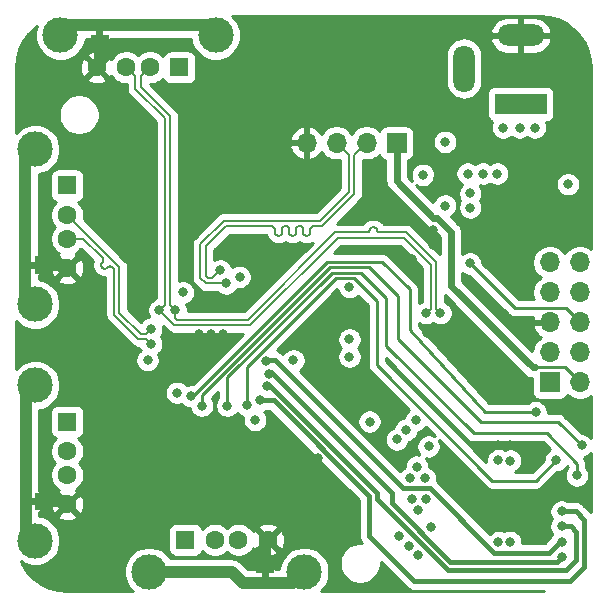
<source format=gbr>
G04 #@! TF.GenerationSoftware,KiCad,Pcbnew,5.1.5+dfsg1-2build2*
G04 #@! TF.CreationDate,2021-06-26T08:25:30+02:00*
G04 #@! TF.ProjectId,usb_switch,7573625f-7377-4697-9463-682e6b696361,rev?*
G04 #@! TF.SameCoordinates,Original*
G04 #@! TF.FileFunction,Copper,L4,Bot*
G04 #@! TF.FilePolarity,Positive*
%FSLAX46Y46*%
G04 Gerber Fmt 4.6, Leading zero omitted, Abs format (unit mm)*
G04 Created by KiCad (PCBNEW 5.1.5+dfsg1-2build2) date 2021-06-26 08:25:30*
%MOMM*%
%LPD*%
G04 APERTURE LIST*
%ADD10C,0.100000*%
%ADD11C,1.600000*%
%ADD12R,1.600000X1.600000*%
%ADD13C,3.000000*%
%ADD14O,1.700000X1.700000*%
%ADD15R,1.700000X1.700000*%
%ADD16O,1.800000X4.000000*%
%ADD17O,4.000000X1.800000*%
%ADD18R,4.400000X1.800000*%
%ADD19C,0.800000*%
%ADD20C,1.000000*%
%ADD21C,0.254000*%
%ADD22C,0.600000*%
%ADD23C,0.450000*%
%ADD24C,0.200000*%
G04 APERTURE END LIST*
D10*
G36*
X116900000Y-131450000D02*
G01*
X117400000Y-131450000D01*
X117400000Y-132050000D01*
X116900000Y-132050000D01*
X116900000Y-131450000D01*
G37*
G36*
X123050000Y-91850000D02*
G01*
X123050000Y-92350000D01*
X122450000Y-92350000D01*
X122450000Y-91850000D01*
X123050000Y-91850000D01*
G37*
G36*
X116850000Y-111450000D02*
G01*
X117350000Y-111450000D01*
X117350000Y-112050000D01*
X116850000Y-112050000D01*
X116850000Y-111450000D01*
G37*
G36*
X136450000Y-138250000D02*
G01*
X136450000Y-137750000D01*
X137050000Y-137750000D01*
X137050000Y-138250000D01*
X136450000Y-138250000D01*
G37*
D11*
X120000000Y-112000000D03*
X120000000Y-109500000D03*
X120000000Y-107500000D03*
D12*
X120000000Y-105000000D03*
D13*
X117290000Y-101930000D03*
X117290000Y-115070000D03*
D11*
X120000000Y-132000000D03*
X120000000Y-129500000D03*
X120000000Y-127500000D03*
D12*
X120000000Y-125000000D03*
D13*
X117290000Y-121930000D03*
X117290000Y-135070000D03*
D11*
X122500000Y-95000000D03*
X125000000Y-95000000D03*
X127000000Y-95000000D03*
D12*
X129500000Y-95000000D03*
D13*
X132570000Y-92290000D03*
X119430000Y-92290000D03*
D11*
X137000000Y-135000000D03*
X134500000Y-135000000D03*
X132500000Y-135000000D03*
D12*
X130000000Y-135000000D03*
D13*
X126930000Y-137710000D03*
X140070000Y-137710000D03*
D14*
X163400000Y-111520000D03*
X160860000Y-111520000D03*
X163400000Y-114060000D03*
X160860000Y-114060000D03*
X163400000Y-116600000D03*
X160860000Y-116600000D03*
X163400000Y-119140000D03*
X160860000Y-119140000D03*
X163400000Y-121680000D03*
D15*
X160860000Y-121680000D03*
D16*
X153600000Y-95100000D03*
D17*
X158400000Y-92300000D03*
D18*
X158400000Y-98100000D03*
D15*
X147880000Y-101400000D03*
D14*
X145340000Y-101400000D03*
X142800000Y-101400000D03*
X140260000Y-101400000D03*
G04 #@! TA.AperFunction,SMDPad,CuDef*
D10*
G36*
X116500000Y-132499398D02*
G01*
X116475466Y-132499398D01*
X116426635Y-132494588D01*
X116378510Y-132485016D01*
X116331555Y-132470772D01*
X116286222Y-132451995D01*
X116242949Y-132428864D01*
X116202150Y-132401604D01*
X116164221Y-132370476D01*
X116129524Y-132335779D01*
X116098396Y-132297850D01*
X116071136Y-132257051D01*
X116048005Y-132213778D01*
X116029228Y-132168445D01*
X116014984Y-132121490D01*
X116005412Y-132073365D01*
X116000602Y-132024534D01*
X116000602Y-132000000D01*
X116000000Y-132000000D01*
X116000000Y-131500000D01*
X116000602Y-131500000D01*
X116000602Y-131475466D01*
X116005412Y-131426635D01*
X116014984Y-131378510D01*
X116029228Y-131331555D01*
X116048005Y-131286222D01*
X116071136Y-131242949D01*
X116098396Y-131202150D01*
X116129524Y-131164221D01*
X116164221Y-131129524D01*
X116202150Y-131098396D01*
X116242949Y-131071136D01*
X116286222Y-131048005D01*
X116331555Y-131029228D01*
X116378510Y-131014984D01*
X116426635Y-131005412D01*
X116475466Y-131000602D01*
X116500000Y-131000602D01*
X116500000Y-131000000D01*
X117000000Y-131000000D01*
X117000000Y-132500000D01*
X116500000Y-132500000D01*
X116500000Y-132499398D01*
G37*
G04 #@! TD.AperFunction*
G04 #@! TA.AperFunction,SMDPad,CuDef*
G36*
X117300000Y-131000000D02*
G01*
X117800000Y-131000000D01*
X117800000Y-131000602D01*
X117824534Y-131000602D01*
X117873365Y-131005412D01*
X117921490Y-131014984D01*
X117968445Y-131029228D01*
X118013778Y-131048005D01*
X118057051Y-131071136D01*
X118097850Y-131098396D01*
X118135779Y-131129524D01*
X118170476Y-131164221D01*
X118201604Y-131202150D01*
X118228864Y-131242949D01*
X118251995Y-131286222D01*
X118270772Y-131331555D01*
X118285016Y-131378510D01*
X118294588Y-131426635D01*
X118299398Y-131475466D01*
X118299398Y-131500000D01*
X118300000Y-131500000D01*
X118300000Y-132000000D01*
X118299398Y-132000000D01*
X118299398Y-132024534D01*
X118294588Y-132073365D01*
X118285016Y-132121490D01*
X118270772Y-132168445D01*
X118251995Y-132213778D01*
X118228864Y-132257051D01*
X118201604Y-132297850D01*
X118170476Y-132335779D01*
X118135779Y-132370476D01*
X118097850Y-132401604D01*
X118057051Y-132428864D01*
X118013778Y-132451995D01*
X117968445Y-132470772D01*
X117921490Y-132485016D01*
X117873365Y-132494588D01*
X117824534Y-132499398D01*
X117800000Y-132499398D01*
X117800000Y-132500000D01*
X117300000Y-132500000D01*
X117300000Y-131000000D01*
G37*
G04 #@! TD.AperFunction*
G04 #@! TA.AperFunction,SMDPad,CuDef*
G36*
X122000602Y-91450000D02*
G01*
X122000602Y-91425466D01*
X122005412Y-91376635D01*
X122014984Y-91328510D01*
X122029228Y-91281555D01*
X122048005Y-91236222D01*
X122071136Y-91192949D01*
X122098396Y-91152150D01*
X122129524Y-91114221D01*
X122164221Y-91079524D01*
X122202150Y-91048396D01*
X122242949Y-91021136D01*
X122286222Y-90998005D01*
X122331555Y-90979228D01*
X122378510Y-90964984D01*
X122426635Y-90955412D01*
X122475466Y-90950602D01*
X122500000Y-90950602D01*
X122500000Y-90950000D01*
X123000000Y-90950000D01*
X123000000Y-90950602D01*
X123024534Y-90950602D01*
X123073365Y-90955412D01*
X123121490Y-90964984D01*
X123168445Y-90979228D01*
X123213778Y-90998005D01*
X123257051Y-91021136D01*
X123297850Y-91048396D01*
X123335779Y-91079524D01*
X123370476Y-91114221D01*
X123401604Y-91152150D01*
X123428864Y-91192949D01*
X123451995Y-91236222D01*
X123470772Y-91281555D01*
X123485016Y-91328510D01*
X123494588Y-91376635D01*
X123499398Y-91425466D01*
X123499398Y-91450000D01*
X123500000Y-91450000D01*
X123500000Y-91950000D01*
X122000000Y-91950000D01*
X122000000Y-91450000D01*
X122000602Y-91450000D01*
G37*
G04 #@! TD.AperFunction*
G04 #@! TA.AperFunction,SMDPad,CuDef*
G36*
X123500000Y-92250000D02*
G01*
X123500000Y-92750000D01*
X123499398Y-92750000D01*
X123499398Y-92774534D01*
X123494588Y-92823365D01*
X123485016Y-92871490D01*
X123470772Y-92918445D01*
X123451995Y-92963778D01*
X123428864Y-93007051D01*
X123401604Y-93047850D01*
X123370476Y-93085779D01*
X123335779Y-93120476D01*
X123297850Y-93151604D01*
X123257051Y-93178864D01*
X123213778Y-93201995D01*
X123168445Y-93220772D01*
X123121490Y-93235016D01*
X123073365Y-93244588D01*
X123024534Y-93249398D01*
X123000000Y-93249398D01*
X123000000Y-93250000D01*
X122500000Y-93250000D01*
X122500000Y-93249398D01*
X122475466Y-93249398D01*
X122426635Y-93244588D01*
X122378510Y-93235016D01*
X122331555Y-93220772D01*
X122286222Y-93201995D01*
X122242949Y-93178864D01*
X122202150Y-93151604D01*
X122164221Y-93120476D01*
X122129524Y-93085779D01*
X122098396Y-93047850D01*
X122071136Y-93007051D01*
X122048005Y-92963778D01*
X122029228Y-92918445D01*
X122014984Y-92871490D01*
X122005412Y-92823365D01*
X122000602Y-92774534D01*
X122000602Y-92750000D01*
X122000000Y-92750000D01*
X122000000Y-92250000D01*
X123500000Y-92250000D01*
G37*
G04 #@! TD.AperFunction*
G04 #@! TA.AperFunction,SMDPad,CuDef*
G36*
X117250000Y-111000000D02*
G01*
X117750000Y-111000000D01*
X117750000Y-111000602D01*
X117774534Y-111000602D01*
X117823365Y-111005412D01*
X117871490Y-111014984D01*
X117918445Y-111029228D01*
X117963778Y-111048005D01*
X118007051Y-111071136D01*
X118047850Y-111098396D01*
X118085779Y-111129524D01*
X118120476Y-111164221D01*
X118151604Y-111202150D01*
X118178864Y-111242949D01*
X118201995Y-111286222D01*
X118220772Y-111331555D01*
X118235016Y-111378510D01*
X118244588Y-111426635D01*
X118249398Y-111475466D01*
X118249398Y-111500000D01*
X118250000Y-111500000D01*
X118250000Y-112000000D01*
X118249398Y-112000000D01*
X118249398Y-112024534D01*
X118244588Y-112073365D01*
X118235016Y-112121490D01*
X118220772Y-112168445D01*
X118201995Y-112213778D01*
X118178864Y-112257051D01*
X118151604Y-112297850D01*
X118120476Y-112335779D01*
X118085779Y-112370476D01*
X118047850Y-112401604D01*
X118007051Y-112428864D01*
X117963778Y-112451995D01*
X117918445Y-112470772D01*
X117871490Y-112485016D01*
X117823365Y-112494588D01*
X117774534Y-112499398D01*
X117750000Y-112499398D01*
X117750000Y-112500000D01*
X117250000Y-112500000D01*
X117250000Y-111000000D01*
G37*
G04 #@! TD.AperFunction*
G04 #@! TA.AperFunction,SMDPad,CuDef*
G36*
X116450000Y-112499398D02*
G01*
X116425466Y-112499398D01*
X116376635Y-112494588D01*
X116328510Y-112485016D01*
X116281555Y-112470772D01*
X116236222Y-112451995D01*
X116192949Y-112428864D01*
X116152150Y-112401604D01*
X116114221Y-112370476D01*
X116079524Y-112335779D01*
X116048396Y-112297850D01*
X116021136Y-112257051D01*
X115998005Y-112213778D01*
X115979228Y-112168445D01*
X115964984Y-112121490D01*
X115955412Y-112073365D01*
X115950602Y-112024534D01*
X115950602Y-112000000D01*
X115950000Y-112000000D01*
X115950000Y-111500000D01*
X115950602Y-111500000D01*
X115950602Y-111475466D01*
X115955412Y-111426635D01*
X115964984Y-111378510D01*
X115979228Y-111331555D01*
X115998005Y-111286222D01*
X116021136Y-111242949D01*
X116048396Y-111202150D01*
X116079524Y-111164221D01*
X116114221Y-111129524D01*
X116152150Y-111098396D01*
X116192949Y-111071136D01*
X116236222Y-111048005D01*
X116281555Y-111029228D01*
X116328510Y-111014984D01*
X116376635Y-111005412D01*
X116425466Y-111000602D01*
X116450000Y-111000602D01*
X116450000Y-111000000D01*
X116950000Y-111000000D01*
X116950000Y-112500000D01*
X116450000Y-112500000D01*
X116450000Y-112499398D01*
G37*
G04 #@! TD.AperFunction*
G04 #@! TA.AperFunction,SMDPad,CuDef*
G36*
X137499398Y-138650000D02*
G01*
X137499398Y-138674534D01*
X137494588Y-138723365D01*
X137485016Y-138771490D01*
X137470772Y-138818445D01*
X137451995Y-138863778D01*
X137428864Y-138907051D01*
X137401604Y-138947850D01*
X137370476Y-138985779D01*
X137335779Y-139020476D01*
X137297850Y-139051604D01*
X137257051Y-139078864D01*
X137213778Y-139101995D01*
X137168445Y-139120772D01*
X137121490Y-139135016D01*
X137073365Y-139144588D01*
X137024534Y-139149398D01*
X137000000Y-139149398D01*
X137000000Y-139150000D01*
X136500000Y-139150000D01*
X136500000Y-139149398D01*
X136475466Y-139149398D01*
X136426635Y-139144588D01*
X136378510Y-139135016D01*
X136331555Y-139120772D01*
X136286222Y-139101995D01*
X136242949Y-139078864D01*
X136202150Y-139051604D01*
X136164221Y-139020476D01*
X136129524Y-138985779D01*
X136098396Y-138947850D01*
X136071136Y-138907051D01*
X136048005Y-138863778D01*
X136029228Y-138818445D01*
X136014984Y-138771490D01*
X136005412Y-138723365D01*
X136000602Y-138674534D01*
X136000602Y-138650000D01*
X136000000Y-138650000D01*
X136000000Y-138150000D01*
X137500000Y-138150000D01*
X137500000Y-138650000D01*
X137499398Y-138650000D01*
G37*
G04 #@! TD.AperFunction*
G04 #@! TA.AperFunction,SMDPad,CuDef*
G36*
X136000000Y-137850000D02*
G01*
X136000000Y-137350000D01*
X136000602Y-137350000D01*
X136000602Y-137325466D01*
X136005412Y-137276635D01*
X136014984Y-137228510D01*
X136029228Y-137181555D01*
X136048005Y-137136222D01*
X136071136Y-137092949D01*
X136098396Y-137052150D01*
X136129524Y-137014221D01*
X136164221Y-136979524D01*
X136202150Y-136948396D01*
X136242949Y-136921136D01*
X136286222Y-136898005D01*
X136331555Y-136879228D01*
X136378510Y-136864984D01*
X136426635Y-136855412D01*
X136475466Y-136850602D01*
X136500000Y-136850602D01*
X136500000Y-136850000D01*
X137000000Y-136850000D01*
X137000000Y-136850602D01*
X137024534Y-136850602D01*
X137073365Y-136855412D01*
X137121490Y-136864984D01*
X137168445Y-136879228D01*
X137213778Y-136898005D01*
X137257051Y-136921136D01*
X137297850Y-136948396D01*
X137335779Y-136979524D01*
X137370476Y-137014221D01*
X137401604Y-137052150D01*
X137428864Y-137092949D01*
X137451995Y-137136222D01*
X137470772Y-137181555D01*
X137485016Y-137228510D01*
X137494588Y-137276635D01*
X137499398Y-137325466D01*
X137499398Y-137350000D01*
X137500000Y-137350000D01*
X137500000Y-137850000D01*
X136000000Y-137850000D01*
G37*
G04 #@! TD.AperFunction*
D19*
X121650000Y-121750000D03*
X157500000Y-127000000D03*
X143900000Y-115075000D03*
X143900000Y-116550000D03*
X143900000Y-120975000D03*
X143900000Y-122450000D03*
X143900000Y-123925000D03*
X156500000Y-127000000D03*
X156500000Y-133900000D03*
X157500000Y-133900000D03*
X130100000Y-128050000D03*
X131600000Y-128050000D03*
X133100000Y-128050000D03*
X134600000Y-128050000D03*
X121700000Y-122800000D03*
X121700000Y-103000000D03*
X123000000Y-101700000D03*
X122800000Y-118600000D03*
X122800000Y-117100000D03*
X141700000Y-106100000D03*
X141700000Y-104300000D03*
X151000000Y-108800000D03*
X151000000Y-110000000D03*
X149500000Y-95500000D03*
X150700000Y-97000000D03*
X140600000Y-96200000D03*
X140500000Y-99200000D03*
X126900000Y-133400000D03*
X128100000Y-133400000D03*
X132700000Y-98000000D03*
X131400000Y-99300000D03*
X126700000Y-111050000D03*
X126700000Y-109550000D03*
X126700000Y-112550000D03*
X141450000Y-134600000D03*
X141200000Y-128100000D03*
X141300000Y-130700000D03*
X162800000Y-100200000D03*
X162800000Y-99000000D03*
X156400000Y-105800000D03*
X156400000Y-107000000D03*
X157600000Y-108600000D03*
X131200000Y-117600000D03*
X132200000Y-117600000D03*
X133200000Y-117600000D03*
X131200000Y-118600000D03*
X132200000Y-118600000D03*
X131200000Y-119600000D03*
X126500000Y-115550000D03*
X135700000Y-112200000D03*
X137300000Y-112250000D03*
X136500000Y-112850000D03*
X149200000Y-112400000D03*
X149200000Y-111200000D03*
X150500000Y-117500000D03*
X156500000Y-128250000D03*
X156500000Y-135200000D03*
X150800000Y-133900000D03*
X150600000Y-127100000D03*
X157500000Y-128300000D03*
X157500000Y-135200000D03*
X158300000Y-100100000D03*
X159600000Y-100100000D03*
X156900000Y-100100000D03*
X162400000Y-104900000D03*
X143900000Y-119500000D03*
X143900000Y-118025000D03*
X143900000Y-113600000D03*
X145600000Y-125000000D03*
X152000000Y-101300000D03*
X126800000Y-119800000D03*
X129300000Y-122550000D03*
X135900000Y-124850000D03*
X154100000Y-111600000D03*
X153900000Y-104000000D03*
X156400000Y-104000000D03*
X150100000Y-104100000D03*
X152000000Y-106700000D03*
X155200000Y-104000000D03*
X154125000Y-105675000D03*
X154125000Y-106875000D03*
X129800000Y-114050000D03*
X139150000Y-119800000D03*
X134600000Y-112750000D03*
X149600000Y-128800000D03*
X149000000Y-129800000D03*
X150300000Y-129800000D03*
X147900000Y-126500000D03*
X148700000Y-125700000D03*
X149500000Y-124900000D03*
X148100000Y-134700000D03*
X148900000Y-135500000D03*
X149700000Y-136300000D03*
X149700000Y-132500000D03*
X149150000Y-131550000D03*
X150350000Y-131550000D03*
X159650000Y-124200000D03*
X130500000Y-122850000D03*
X163550000Y-127016666D03*
X131400000Y-123650000D03*
X133550000Y-123650000D03*
X163150000Y-129550000D03*
X135200000Y-123600000D03*
X161400000Y-128250000D03*
X161850000Y-132600000D03*
X136350000Y-123200000D03*
X161850000Y-133850000D03*
X136950000Y-121950000D03*
X137100000Y-120950000D03*
X161850000Y-136450000D03*
X136850000Y-119900000D03*
X161850000Y-135200000D03*
X132950000Y-112200000D03*
X133450000Y-113300000D03*
X150400000Y-115800000D03*
X127800000Y-115550000D03*
X151600000Y-115800000D03*
X129150000Y-115550000D03*
X127100000Y-118400000D03*
X127100000Y-117150000D03*
D20*
X136750000Y-135250000D02*
X137000000Y-135000000D01*
X136750000Y-137350000D02*
X136750000Y-135250000D01*
X119750000Y-131750000D02*
X120000000Y-132000000D01*
X117800000Y-131750000D02*
X119750000Y-131750000D01*
X119750000Y-111750000D02*
X120000000Y-112000000D01*
X117750000Y-111750000D02*
X119750000Y-111750000D01*
X122750000Y-94750000D02*
X122500000Y-95000000D01*
X122750000Y-92750000D02*
X122750000Y-94750000D01*
D21*
X163400000Y-121680000D02*
X162120000Y-120400000D01*
X162120000Y-120400000D02*
X159600000Y-120400000D01*
D22*
X147880000Y-104630000D02*
X147880000Y-101400000D01*
X151000000Y-107750000D02*
X147880000Y-104630000D01*
X151282002Y-107750000D02*
X151000000Y-107750000D01*
X152500001Y-108967999D02*
X151282002Y-107750000D01*
X152500001Y-113500001D02*
X152500001Y-108967999D01*
X159400000Y-120400000D02*
X152500001Y-113500001D01*
X159600000Y-120400000D02*
X159400000Y-120400000D01*
D21*
X162200000Y-115400000D02*
X157900000Y-115400000D01*
X157900000Y-115400000D02*
X154100000Y-111600000D01*
X163400000Y-116600000D02*
X162200000Y-115400000D01*
D20*
X116500000Y-134280000D02*
X116500000Y-131750000D01*
X117290000Y-135070000D02*
X116500000Y-134280000D01*
X116500000Y-122720000D02*
X117290000Y-121930000D01*
X116500000Y-131750000D02*
X116500000Y-122720000D01*
X120270000Y-91450000D02*
X122750000Y-91450000D01*
X119430000Y-92290000D02*
X120270000Y-91450000D01*
X131730000Y-91450000D02*
X132570000Y-92290000D01*
X122750000Y-91450000D02*
X131730000Y-91450000D01*
X116450000Y-114230000D02*
X116450000Y-111750000D01*
X117290000Y-115070000D02*
X116450000Y-114230000D01*
X116450000Y-102770000D02*
X117290000Y-101930000D01*
X116450000Y-111750000D02*
X116450000Y-102770000D01*
X126930000Y-137710000D02*
X133910000Y-137710000D01*
X134850000Y-138650000D02*
X136750000Y-138650000D01*
X133910000Y-137710000D02*
X134850000Y-138650000D01*
X139130000Y-138650000D02*
X140070000Y-137710000D01*
X136750000Y-138650000D02*
X139130000Y-138650000D01*
D21*
X149000000Y-113800000D02*
X149000000Y-117200000D01*
X149000000Y-117200000D02*
X155400000Y-124200000D01*
X155400000Y-124200000D02*
X159650000Y-124200000D01*
X146691980Y-111491980D02*
X149000000Y-113800000D01*
X142023886Y-111491980D02*
X146691980Y-111491980D01*
X130500000Y-123015866D02*
X142023886Y-111491980D01*
X130500000Y-122850000D02*
X130500000Y-123015866D01*
X148000000Y-114400000D02*
X148000000Y-118000000D01*
X148000000Y-118000000D02*
X155000000Y-125000000D01*
X161533334Y-125000000D02*
X163550000Y-127016666D01*
X155000000Y-125000000D02*
X161533334Y-125000000D01*
X131400000Y-123650000D02*
X131400000Y-122757934D01*
X145545990Y-111945990D02*
X148000000Y-114400000D01*
X142211943Y-111945990D02*
X145545990Y-111945990D01*
X131400000Y-122757934D02*
X142211943Y-111945990D01*
X133550000Y-123650000D02*
X133550000Y-121250000D01*
X133550000Y-121250000D02*
X142400000Y-112400000D01*
X160600000Y-126000000D02*
X163150000Y-128550000D01*
X147000000Y-118600000D02*
X154400000Y-126000000D01*
X154400000Y-126000000D02*
X160600000Y-126000000D01*
X163150000Y-128550000D02*
X163150000Y-129550000D01*
X147000000Y-114544236D02*
X147000000Y-118600000D01*
X144874753Y-112418989D02*
X147000000Y-114544236D01*
X142618989Y-112418989D02*
X144874753Y-112418989D01*
X142600000Y-112400000D02*
X142618989Y-112418989D01*
X142400000Y-112400000D02*
X142600000Y-112400000D01*
X156000000Y-130000000D02*
X159650000Y-130000000D01*
X146200000Y-114824038D02*
X146200000Y-120200000D01*
X159650000Y-130000000D02*
X161400000Y-128250000D01*
X144248961Y-112872999D02*
X146200000Y-114824038D01*
X146200000Y-120200000D02*
X156000000Y-130000000D01*
X142727001Y-112872999D02*
X144248961Y-112872999D01*
X135200000Y-120400000D02*
X142727001Y-112872999D01*
X135200000Y-123600000D02*
X135200000Y-120400000D01*
D23*
X145549990Y-131269242D02*
X145549990Y-134649990D01*
X137480748Y-123200000D02*
X145549990Y-131269242D01*
X145549990Y-134649990D02*
X149350000Y-138450000D01*
X149350000Y-138450000D02*
X162600000Y-138450000D01*
X163750010Y-137299990D02*
X163750010Y-133300010D01*
X162600000Y-138450000D02*
X163750010Y-137299990D01*
X163750010Y-133300010D02*
X163050000Y-132600000D01*
X163050000Y-132600000D02*
X161850000Y-132600000D01*
X137480748Y-123200000D02*
X136350000Y-123200000D01*
X162650000Y-133850000D02*
X161850000Y-133850000D01*
X163100000Y-136750000D02*
X163100000Y-134300000D01*
X163100000Y-134300000D02*
X162650000Y-133850000D01*
X162250000Y-137600000D02*
X163100000Y-136750000D01*
X152230748Y-137600000D02*
X162250000Y-137600000D01*
X146200000Y-131569252D02*
X152230748Y-137600000D01*
X146200000Y-131000000D02*
X146200000Y-131569252D01*
X137000000Y-121800000D02*
X146200000Y-131000000D01*
X137221002Y-120800000D02*
X147471002Y-131050000D01*
X137000000Y-120800000D02*
X137221002Y-120800000D01*
X147471002Y-131050000D02*
X147471002Y-131921002D01*
X147471002Y-131921002D02*
X152400000Y-136850000D01*
X152400000Y-136850000D02*
X161450000Y-136850000D01*
X161450000Y-136850000D02*
X161850000Y-136450000D01*
X137565685Y-119800000D02*
X148390686Y-130625001D01*
X137000000Y-119800000D02*
X137565685Y-119800000D01*
X148390686Y-130625001D02*
X150696001Y-130625001D01*
X150696001Y-130625001D02*
X156171000Y-136100000D01*
X156171000Y-136100000D02*
X160800000Y-136100000D01*
X160800000Y-136100000D02*
X161650000Y-135250000D01*
D24*
X132300000Y-112850000D02*
X132875000Y-112275000D01*
X144295000Y-102445000D02*
X145340000Y-101400000D01*
X140808243Y-108432521D02*
X140875000Y-108425000D01*
X140744834Y-108454709D02*
X140808243Y-108432521D01*
X140687953Y-108490450D02*
X140744834Y-108454709D01*
X140640450Y-108537953D02*
X140687953Y-108490450D01*
X140575000Y-108958242D02*
X140575000Y-108725000D01*
X140567478Y-109024998D02*
X140575000Y-108958242D01*
X140545290Y-109088407D02*
X140567478Y-109024998D01*
X140509549Y-109145288D02*
X140545290Y-109088407D01*
X140144834Y-109228532D02*
X140208243Y-109250720D01*
X144295000Y-105723200D02*
X144295000Y-102445000D01*
X140087953Y-109192791D02*
X140144834Y-109228532D01*
X139975000Y-108958242D02*
X139982521Y-109024998D01*
X139975000Y-108725000D02*
X139975000Y-108958242D01*
X141593200Y-108425000D02*
X144295000Y-105723200D01*
X139967478Y-108658243D02*
X139975000Y-108725000D01*
X140875000Y-108425000D02*
X141593200Y-108425000D01*
X139909549Y-108537953D02*
X139945290Y-108594834D01*
X140604709Y-108594834D02*
X140640450Y-108537953D01*
X140582521Y-108658243D02*
X140604709Y-108594834D01*
X139862046Y-108490450D02*
X139909549Y-108537953D01*
X139805165Y-108454709D02*
X139862046Y-108490450D01*
X139487953Y-108490450D02*
X139544834Y-108454709D01*
X139404709Y-108594834D02*
X139440450Y-108537953D01*
X139375000Y-108725000D02*
X139382521Y-108658243D01*
X138175000Y-108958242D02*
X138175000Y-108725000D01*
X139345290Y-109088407D02*
X139367478Y-109024998D01*
X139367478Y-109024998D02*
X139375000Y-108958242D01*
X138145290Y-109088407D02*
X138167478Y-109024998D01*
X137575000Y-108958242D02*
X137582521Y-109024998D01*
X137941756Y-109250720D02*
X138005165Y-109228532D01*
X139675000Y-108425000D02*
X139741756Y-108432521D01*
X138062046Y-109192791D02*
X138109549Y-109145288D01*
X140208243Y-109250720D02*
X140275000Y-109258242D01*
X137687953Y-109192791D02*
X137744834Y-109228532D01*
X137582521Y-109024998D02*
X137604709Y-109088407D01*
X137640450Y-109145288D02*
X137687953Y-109192791D01*
X139205165Y-109228532D02*
X139262046Y-109192791D01*
X137604709Y-109088407D02*
X137640450Y-109145288D01*
X138167478Y-109024998D02*
X138175000Y-108958242D01*
X138240450Y-108537953D02*
X138287953Y-108490450D01*
X138887953Y-109192791D02*
X138944834Y-109228532D01*
X138767478Y-108658243D02*
X138775000Y-108725000D01*
X138709549Y-108537953D02*
X138745290Y-108594834D01*
X139008243Y-109250720D02*
X139075000Y-109258242D01*
X131725000Y-112656800D02*
X131725000Y-110143200D01*
X137875000Y-109258242D02*
X137941756Y-109250720D01*
X140575000Y-108725000D02*
X140582521Y-108658243D01*
X139382521Y-108658243D02*
X139404709Y-108594834D01*
X138541756Y-108432521D02*
X138605165Y-108454709D01*
X137808243Y-109250720D02*
X137875000Y-109258242D01*
X137405165Y-108454709D02*
X137462046Y-108490450D01*
X139075000Y-109258242D02*
X139141756Y-109250720D01*
X138005165Y-109228532D02*
X138062046Y-109192791D01*
X137341756Y-108432521D02*
X137405165Y-108454709D01*
X137509549Y-108537953D02*
X137545290Y-108594834D01*
X137545290Y-108594834D02*
X137567478Y-108658243D01*
X138109549Y-109145288D02*
X138145290Y-109088407D01*
X139741756Y-108432521D02*
X139805165Y-108454709D01*
X137744834Y-109228532D02*
X137808243Y-109250720D01*
X140341756Y-109250720D02*
X140405165Y-109228532D01*
X137575000Y-108725000D02*
X137575000Y-108958242D01*
X139608243Y-108432521D02*
X139675000Y-108425000D01*
X137275000Y-108425000D02*
X137341756Y-108432521D01*
X137567478Y-108658243D02*
X137575000Y-108725000D01*
X138408243Y-108432521D02*
X138475000Y-108425000D01*
X138840450Y-109145288D02*
X138887953Y-109192791D01*
X138804709Y-109088407D02*
X138840450Y-109145288D01*
X140462046Y-109192791D02*
X140509549Y-109145288D01*
X140275000Y-109258242D02*
X140341756Y-109250720D01*
X138287953Y-108490450D02*
X138344834Y-108454709D01*
X133443200Y-108425000D02*
X137275000Y-108425000D01*
X131918200Y-112850000D02*
X131725000Y-112656800D01*
X140004709Y-109088407D02*
X140040450Y-109145288D01*
X138175000Y-108725000D02*
X138182521Y-108658243D01*
X138182521Y-108658243D02*
X138204709Y-108594834D01*
X132300000Y-112850000D02*
X131918200Y-112850000D01*
X138475000Y-108425000D02*
X138541756Y-108432521D01*
X139544834Y-108454709D02*
X139608243Y-108432521D01*
X138204709Y-108594834D02*
X138240450Y-108537953D01*
X137462046Y-108490450D02*
X137509549Y-108537953D01*
X138344834Y-108454709D02*
X138408243Y-108432521D01*
X140040450Y-109145288D02*
X140087953Y-109192791D01*
X138605165Y-108454709D02*
X138662046Y-108490450D01*
X138662046Y-108490450D02*
X138709549Y-108537953D01*
X138745290Y-108594834D02*
X138767478Y-108658243D01*
X138775000Y-108725000D02*
X138775000Y-108958242D01*
X139440450Y-108537953D02*
X139487953Y-108490450D01*
X138775000Y-108958242D02*
X138782521Y-109024998D01*
X131725000Y-110143200D02*
X133443200Y-108425000D01*
X138782521Y-109024998D02*
X138804709Y-109088407D01*
X139982521Y-109024998D02*
X140004709Y-109088407D01*
X138944834Y-109228532D02*
X139008243Y-109250720D01*
X139141756Y-109250720D02*
X139205165Y-109228532D01*
X140405165Y-109228532D02*
X140462046Y-109192791D01*
X139945290Y-108594834D02*
X139967478Y-108658243D01*
X139262046Y-109192791D02*
X139309549Y-109145288D01*
X139309549Y-109145288D02*
X139345290Y-109088407D01*
X139375000Y-108958242D02*
X139375000Y-108725000D01*
X142350000Y-101400000D02*
X142800000Y-101400000D01*
X142800000Y-101400000D02*
X143845000Y-102445000D01*
X143845000Y-102445000D02*
X143845000Y-105536800D01*
X143845000Y-105536800D02*
X141406800Y-107975000D01*
X141406800Y-107975000D02*
X133256800Y-107975000D01*
X133256800Y-107975000D02*
X131275000Y-109956800D01*
X131275000Y-109956800D02*
X131275000Y-112843200D01*
X131731800Y-113300000D02*
X133450000Y-113300000D01*
X131275000Y-112843200D02*
X131731800Y-113300000D01*
X125000000Y-95000000D02*
X125775000Y-95775000D01*
X125775000Y-95775000D02*
X125775000Y-96843200D01*
X125775000Y-96843200D02*
X128250000Y-99318200D01*
X128250000Y-99318200D02*
X128250000Y-115100000D01*
X128250000Y-115100000D02*
X127800000Y-115550000D01*
X127800000Y-115550000D02*
X129075000Y-116825000D01*
X135493200Y-116825000D02*
X142893200Y-109425000D01*
X129075000Y-116825000D02*
X135493200Y-116825000D01*
X142893200Y-109425000D02*
X148506800Y-109425000D01*
X148506800Y-109425000D02*
X150775000Y-111693200D01*
X150775000Y-111693200D02*
X150775000Y-115425000D01*
X150775000Y-115425000D02*
X150400000Y-115800000D01*
X129150000Y-116263603D02*
X129150000Y-115550000D01*
X129261397Y-116375000D02*
X129150000Y-116263603D01*
X142706800Y-108975000D02*
X135306800Y-116375000D01*
X135306800Y-116375000D02*
X129261397Y-116375000D01*
X145393594Y-108975000D02*
X142706800Y-108975000D01*
X146187935Y-108665706D02*
X146162237Y-108624808D01*
X145993594Y-108543594D02*
X145825000Y-108543594D01*
X146230658Y-108852887D02*
X146214705Y-108807295D01*
X146377001Y-108969591D02*
X146331409Y-108953638D01*
X145777001Y-108549002D02*
X145731409Y-108564955D01*
X145487184Y-108953638D02*
X145441592Y-108969591D01*
X146331409Y-108953638D02*
X146290511Y-108927940D01*
X145441592Y-108969591D02*
X145393594Y-108975000D01*
X148693200Y-108975000D02*
X146425000Y-108975000D01*
X146203888Y-108711298D02*
X146187935Y-108665706D01*
X146425000Y-108975000D02*
X146377001Y-108969591D01*
X146256356Y-108893785D02*
X146230658Y-108852887D01*
X151225000Y-111506800D02*
X148693200Y-108975000D01*
X145562237Y-108893785D02*
X145528082Y-108927940D01*
X145603888Y-108807295D02*
X145587935Y-108852887D01*
X146290511Y-108927940D02*
X146256356Y-108893785D01*
X151225000Y-115425000D02*
X151225000Y-111506800D01*
X151600000Y-115800000D02*
X151225000Y-115425000D01*
X146162237Y-108624808D02*
X146128082Y-108590653D01*
X146128082Y-108590653D02*
X146087184Y-108564955D01*
X146087184Y-108564955D02*
X146041592Y-108549002D01*
X146041592Y-108549002D02*
X145993594Y-108543594D01*
X145630658Y-108665706D02*
X145614705Y-108711298D01*
X145825000Y-108543594D02*
X145777001Y-108549002D01*
X145731409Y-108564955D02*
X145690511Y-108590653D01*
X145690511Y-108590653D02*
X145656356Y-108624808D01*
X145656356Y-108624808D02*
X145630658Y-108665706D01*
X145614705Y-108711298D02*
X145603888Y-108807295D01*
X146214705Y-108807295D02*
X146203888Y-108711298D01*
X145587935Y-108852887D02*
X145562237Y-108893785D01*
X145528082Y-108927940D02*
X145487184Y-108953638D01*
X126225000Y-95775000D02*
X127000000Y-95000000D01*
X126225000Y-96656800D02*
X126225000Y-95775000D01*
X128700000Y-99131800D02*
X126225000Y-96656800D01*
X128700000Y-115100000D02*
X128700000Y-99131800D01*
X129150000Y-115550000D02*
X128700000Y-115100000D01*
X123029306Y-111207718D02*
X123000158Y-111147191D01*
X123044254Y-111273211D02*
X123029306Y-111207718D01*
X121363603Y-109500000D02*
X120013603Y-109500000D01*
X123044255Y-111340391D02*
X123044254Y-111273211D01*
X123029305Y-111405884D02*
X123044255Y-111340391D01*
X123382538Y-111943200D02*
X123374345Y-111951390D01*
X123754280Y-111901314D02*
X123693753Y-111872166D01*
X122864100Y-111772848D02*
X122864099Y-111705668D01*
X123628260Y-111857218D02*
X123561080Y-111857217D01*
X123000158Y-111147191D02*
X122958273Y-111094670D01*
X122864099Y-111705668D02*
X122879049Y-111640175D01*
X123693753Y-111872166D02*
X123628260Y-111857218D01*
X123002603Y-111993276D02*
X122950081Y-111951390D01*
X123435060Y-111901313D02*
X123382538Y-111943200D01*
X123261296Y-112022423D02*
X123195803Y-112037373D01*
X123806802Y-111943199D02*
X123754280Y-111901314D01*
X122879048Y-111838341D02*
X122864100Y-111772848D01*
X122958272Y-111518933D02*
X123000159Y-111466411D01*
X123561080Y-111857217D02*
X123495587Y-111872167D01*
X122958273Y-111094670D02*
X121363603Y-109500000D01*
X122908196Y-111898868D02*
X122879048Y-111838341D01*
X126700000Y-118000000D02*
X126031800Y-118000000D01*
X127100000Y-118400000D02*
X126700000Y-118000000D01*
X123321823Y-111993277D02*
X123261296Y-112022423D01*
X123975000Y-115943200D02*
X123975000Y-112111397D01*
X123195803Y-112037373D02*
X123128623Y-112037372D01*
X123374345Y-111951390D02*
X123321823Y-111993277D01*
X123128623Y-112037372D02*
X123063130Y-112022424D01*
X123000159Y-111466411D02*
X123029305Y-111405884D01*
X123063130Y-112022424D02*
X123002603Y-111993276D01*
X123495587Y-111872167D02*
X123435060Y-111901313D01*
X122950081Y-111951390D02*
X122908196Y-111898868D01*
X120013603Y-109500000D02*
X120000000Y-109500000D01*
X122879049Y-111640175D02*
X122908195Y-111579648D01*
X123975000Y-112111397D02*
X123806802Y-111943199D01*
X126031800Y-118000000D02*
X123975000Y-115943200D01*
X122908195Y-111579648D02*
X122950082Y-111527126D01*
X122950082Y-111527126D02*
X122958272Y-111518933D01*
X127100000Y-117150000D02*
X126700000Y-117550000D01*
X126700000Y-117550000D02*
X126218200Y-117550000D01*
X126218200Y-117550000D02*
X124425000Y-115756800D01*
X124425000Y-115756800D02*
X124425000Y-111925000D01*
X124425000Y-111925000D02*
X120000000Y-107500000D01*
D21*
G36*
X160768083Y-90731173D02*
G01*
X161511891Y-90934656D01*
X162207905Y-91266638D01*
X162834130Y-91716626D01*
X163370777Y-92270403D01*
X163800871Y-92910451D01*
X164110829Y-93616553D01*
X164292065Y-94371457D01*
X164340001Y-95024220D01*
X164340001Y-110362094D01*
X164103411Y-110204010D01*
X163833158Y-110092068D01*
X163546260Y-110035000D01*
X163253740Y-110035000D01*
X162966842Y-110092068D01*
X162696589Y-110204010D01*
X162453368Y-110366525D01*
X162246525Y-110573368D01*
X162130000Y-110747760D01*
X162013475Y-110573368D01*
X161806632Y-110366525D01*
X161563411Y-110204010D01*
X161293158Y-110092068D01*
X161006260Y-110035000D01*
X160713740Y-110035000D01*
X160426842Y-110092068D01*
X160156589Y-110204010D01*
X159913368Y-110366525D01*
X159706525Y-110573368D01*
X159544010Y-110816589D01*
X159432068Y-111086842D01*
X159375000Y-111373740D01*
X159375000Y-111666260D01*
X159432068Y-111953158D01*
X159544010Y-112223411D01*
X159706525Y-112466632D01*
X159913368Y-112673475D01*
X160087760Y-112790000D01*
X159913368Y-112906525D01*
X159706525Y-113113368D01*
X159544010Y-113356589D01*
X159432068Y-113626842D01*
X159375000Y-113913740D01*
X159375000Y-114206260D01*
X159432068Y-114493158D01*
X159492063Y-114638000D01*
X158215630Y-114638000D01*
X155135000Y-111557370D01*
X155135000Y-111498061D01*
X155095226Y-111298102D01*
X155017205Y-111109744D01*
X154903937Y-110940226D01*
X154759774Y-110796063D01*
X154590256Y-110682795D01*
X154401898Y-110604774D01*
X154201939Y-110565000D01*
X153998061Y-110565000D01*
X153798102Y-110604774D01*
X153609744Y-110682795D01*
X153440226Y-110796063D01*
X153435001Y-110801288D01*
X153435001Y-109013934D01*
X153439525Y-108967999D01*
X153421473Y-108784707D01*
X153368008Y-108608458D01*
X153331459Y-108540080D01*
X153281187Y-108446027D01*
X153164345Y-108303655D01*
X153128660Y-108274369D01*
X152476991Y-107622700D01*
X152490256Y-107617205D01*
X152659774Y-107503937D01*
X152803937Y-107359774D01*
X152917205Y-107190256D01*
X152995226Y-107001898D01*
X153035000Y-106801939D01*
X153035000Y-106598061D01*
X152995226Y-106398102D01*
X152917205Y-106209744D01*
X152803937Y-106040226D01*
X152659774Y-105896063D01*
X152490256Y-105782795D01*
X152301898Y-105704774D01*
X152101939Y-105665000D01*
X151898061Y-105665000D01*
X151698102Y-105704774D01*
X151509744Y-105782795D01*
X151340226Y-105896063D01*
X151196063Y-106040226D01*
X151082795Y-106209744D01*
X151004774Y-106398102D01*
X150999070Y-106426780D01*
X149548719Y-104976429D01*
X149609744Y-105017205D01*
X149798102Y-105095226D01*
X149998061Y-105135000D01*
X150201939Y-105135000D01*
X150401898Y-105095226D01*
X150590256Y-105017205D01*
X150759774Y-104903937D01*
X150903937Y-104759774D01*
X151017205Y-104590256D01*
X151095226Y-104401898D01*
X151135000Y-104201939D01*
X151135000Y-103998061D01*
X151115109Y-103898061D01*
X152865000Y-103898061D01*
X152865000Y-104101939D01*
X152904774Y-104301898D01*
X152982795Y-104490256D01*
X153096063Y-104659774D01*
X153240226Y-104803937D01*
X153409744Y-104917205D01*
X153416348Y-104919941D01*
X153321063Y-105015226D01*
X153207795Y-105184744D01*
X153129774Y-105373102D01*
X153090000Y-105573061D01*
X153090000Y-105776939D01*
X153129774Y-105976898D01*
X153207795Y-106165256D01*
X153281123Y-106275000D01*
X153207795Y-106384744D01*
X153129774Y-106573102D01*
X153090000Y-106773061D01*
X153090000Y-106976939D01*
X153129774Y-107176898D01*
X153207795Y-107365256D01*
X153321063Y-107534774D01*
X153465226Y-107678937D01*
X153634744Y-107792205D01*
X153823102Y-107870226D01*
X154023061Y-107910000D01*
X154226939Y-107910000D01*
X154426898Y-107870226D01*
X154615256Y-107792205D01*
X154784774Y-107678937D01*
X154928937Y-107534774D01*
X155042205Y-107365256D01*
X155120226Y-107176898D01*
X155160000Y-106976939D01*
X155160000Y-106773061D01*
X155120226Y-106573102D01*
X155042205Y-106384744D01*
X154968877Y-106275000D01*
X155042205Y-106165256D01*
X155120226Y-105976898D01*
X155160000Y-105776939D01*
X155160000Y-105573061D01*
X155120226Y-105373102D01*
X155042205Y-105184744D01*
X154928937Y-105015226D01*
X154911627Y-104997916D01*
X155098061Y-105035000D01*
X155301939Y-105035000D01*
X155501898Y-104995226D01*
X155690256Y-104917205D01*
X155800000Y-104843877D01*
X155909744Y-104917205D01*
X156098102Y-104995226D01*
X156298061Y-105035000D01*
X156501939Y-105035000D01*
X156701898Y-104995226D01*
X156890256Y-104917205D01*
X157059774Y-104803937D01*
X157065650Y-104798061D01*
X161365000Y-104798061D01*
X161365000Y-105001939D01*
X161404774Y-105201898D01*
X161482795Y-105390256D01*
X161596063Y-105559774D01*
X161740226Y-105703937D01*
X161909744Y-105817205D01*
X162098102Y-105895226D01*
X162298061Y-105935000D01*
X162501939Y-105935000D01*
X162701898Y-105895226D01*
X162890256Y-105817205D01*
X163059774Y-105703937D01*
X163203937Y-105559774D01*
X163317205Y-105390256D01*
X163395226Y-105201898D01*
X163435000Y-105001939D01*
X163435000Y-104798061D01*
X163395226Y-104598102D01*
X163317205Y-104409744D01*
X163203937Y-104240226D01*
X163059774Y-104096063D01*
X162890256Y-103982795D01*
X162701898Y-103904774D01*
X162501939Y-103865000D01*
X162298061Y-103865000D01*
X162098102Y-103904774D01*
X161909744Y-103982795D01*
X161740226Y-104096063D01*
X161596063Y-104240226D01*
X161482795Y-104409744D01*
X161404774Y-104598102D01*
X161365000Y-104798061D01*
X157065650Y-104798061D01*
X157203937Y-104659774D01*
X157317205Y-104490256D01*
X157395226Y-104301898D01*
X157435000Y-104101939D01*
X157435000Y-103898061D01*
X157395226Y-103698102D01*
X157317205Y-103509744D01*
X157203937Y-103340226D01*
X157059774Y-103196063D01*
X156890256Y-103082795D01*
X156701898Y-103004774D01*
X156501939Y-102965000D01*
X156298061Y-102965000D01*
X156098102Y-103004774D01*
X155909744Y-103082795D01*
X155800000Y-103156123D01*
X155690256Y-103082795D01*
X155501898Y-103004774D01*
X155301939Y-102965000D01*
X155098061Y-102965000D01*
X154898102Y-103004774D01*
X154709744Y-103082795D01*
X154550000Y-103189532D01*
X154390256Y-103082795D01*
X154201898Y-103004774D01*
X154001939Y-102965000D01*
X153798061Y-102965000D01*
X153598102Y-103004774D01*
X153409744Y-103082795D01*
X153240226Y-103196063D01*
X153096063Y-103340226D01*
X152982795Y-103509744D01*
X152904774Y-103698102D01*
X152865000Y-103898061D01*
X151115109Y-103898061D01*
X151095226Y-103798102D01*
X151017205Y-103609744D01*
X150903937Y-103440226D01*
X150759774Y-103296063D01*
X150590256Y-103182795D01*
X150401898Y-103104774D01*
X150201939Y-103065000D01*
X149998061Y-103065000D01*
X149798102Y-103104774D01*
X149609744Y-103182795D01*
X149440226Y-103296063D01*
X149296063Y-103440226D01*
X149182795Y-103609744D01*
X149104774Y-103798102D01*
X149065000Y-103998061D01*
X149065000Y-104201939D01*
X149104774Y-104401898D01*
X149182795Y-104590256D01*
X149223571Y-104651282D01*
X148815000Y-104242711D01*
X148815000Y-102879701D01*
X148854482Y-102875812D01*
X148974180Y-102839502D01*
X149084494Y-102780537D01*
X149181185Y-102701185D01*
X149260537Y-102604494D01*
X149319502Y-102494180D01*
X149355812Y-102374482D01*
X149368072Y-102250000D01*
X149368072Y-101198061D01*
X150965000Y-101198061D01*
X150965000Y-101401939D01*
X151004774Y-101601898D01*
X151082795Y-101790256D01*
X151196063Y-101959774D01*
X151340226Y-102103937D01*
X151509744Y-102217205D01*
X151698102Y-102295226D01*
X151898061Y-102335000D01*
X152101939Y-102335000D01*
X152301898Y-102295226D01*
X152490256Y-102217205D01*
X152659774Y-102103937D01*
X152803937Y-101959774D01*
X152917205Y-101790256D01*
X152995226Y-101601898D01*
X153035000Y-101401939D01*
X153035000Y-101198061D01*
X152995226Y-100998102D01*
X152917205Y-100809744D01*
X152803937Y-100640226D01*
X152659774Y-100496063D01*
X152490256Y-100382795D01*
X152301898Y-100304774D01*
X152101939Y-100265000D01*
X151898061Y-100265000D01*
X151698102Y-100304774D01*
X151509744Y-100382795D01*
X151340226Y-100496063D01*
X151196063Y-100640226D01*
X151082795Y-100809744D01*
X151004774Y-100998102D01*
X150965000Y-101198061D01*
X149368072Y-101198061D01*
X149368072Y-100550000D01*
X149355812Y-100425518D01*
X149319502Y-100305820D01*
X149260537Y-100195506D01*
X149181185Y-100098815D01*
X149084494Y-100019463D01*
X148974180Y-99960498D01*
X148854482Y-99924188D01*
X148730000Y-99911928D01*
X147030000Y-99911928D01*
X146905518Y-99924188D01*
X146785820Y-99960498D01*
X146675506Y-100019463D01*
X146578815Y-100098815D01*
X146499463Y-100195506D01*
X146440498Y-100305820D01*
X146418487Y-100378380D01*
X146286632Y-100246525D01*
X146043411Y-100084010D01*
X145773158Y-99972068D01*
X145486260Y-99915000D01*
X145193740Y-99915000D01*
X144906842Y-99972068D01*
X144636589Y-100084010D01*
X144393368Y-100246525D01*
X144186525Y-100453368D01*
X144070000Y-100627760D01*
X143953475Y-100453368D01*
X143746632Y-100246525D01*
X143503411Y-100084010D01*
X143233158Y-99972068D01*
X142946260Y-99915000D01*
X142653740Y-99915000D01*
X142366842Y-99972068D01*
X142096589Y-100084010D01*
X141853368Y-100246525D01*
X141646525Y-100453368D01*
X141524805Y-100635534D01*
X141455178Y-100518645D01*
X141260269Y-100302412D01*
X141026920Y-100128359D01*
X140764099Y-100003175D01*
X140616890Y-99958524D01*
X140387000Y-100079845D01*
X140387000Y-101273000D01*
X140407000Y-101273000D01*
X140407000Y-101527000D01*
X140387000Y-101527000D01*
X140387000Y-102720155D01*
X140616890Y-102841476D01*
X140764099Y-102796825D01*
X141026920Y-102671641D01*
X141260269Y-102497588D01*
X141455178Y-102281355D01*
X141524805Y-102164466D01*
X141646525Y-102346632D01*
X141853368Y-102553475D01*
X142096589Y-102715990D01*
X142366842Y-102827932D01*
X142653740Y-102885000D01*
X142946260Y-102885000D01*
X143110000Y-102852430D01*
X143110001Y-105232352D01*
X141102354Y-107240000D01*
X133292894Y-107240000D01*
X133256799Y-107236445D01*
X133220704Y-107240000D01*
X133220695Y-107240000D01*
X133112715Y-107250635D01*
X132974167Y-107292663D01*
X132846480Y-107360913D01*
X132734562Y-107452762D01*
X132711546Y-107480807D01*
X130780808Y-109411546D01*
X130752762Y-109434563D01*
X130660913Y-109546481D01*
X130592663Y-109674168D01*
X130569907Y-109749184D01*
X130550635Y-109812715D01*
X130536444Y-109956800D01*
X130540000Y-109992905D01*
X130540001Y-112807085D01*
X130536444Y-112843200D01*
X130550635Y-112987285D01*
X130587073Y-113107402D01*
X130592664Y-113125833D01*
X130660914Y-113253520D01*
X130752763Y-113365438D01*
X130780808Y-113388454D01*
X131186541Y-113794187D01*
X131209562Y-113822238D01*
X131306628Y-113901898D01*
X131321480Y-113914087D01*
X131449166Y-113982337D01*
X131587715Y-114024365D01*
X131731800Y-114038556D01*
X131767905Y-114035000D01*
X132721289Y-114035000D01*
X132790226Y-114103937D01*
X132959744Y-114217205D01*
X133148102Y-114295226D01*
X133348061Y-114335000D01*
X133551939Y-114335000D01*
X133751898Y-114295226D01*
X133940256Y-114217205D01*
X134109774Y-114103937D01*
X134253937Y-113959774D01*
X134367205Y-113790256D01*
X134379177Y-113761353D01*
X134498061Y-113785000D01*
X134701939Y-113785000D01*
X134901898Y-113745226D01*
X135090256Y-113667205D01*
X135259774Y-113553937D01*
X135403937Y-113409774D01*
X135517205Y-113240256D01*
X135595226Y-113051898D01*
X135635000Y-112851939D01*
X135635000Y-112648061D01*
X135595226Y-112448102D01*
X135517205Y-112259744D01*
X135403937Y-112090226D01*
X135259774Y-111946063D01*
X135090256Y-111832795D01*
X134901898Y-111754774D01*
X134701939Y-111715000D01*
X134498061Y-111715000D01*
X134298102Y-111754774D01*
X134109744Y-111832795D01*
X133953060Y-111937487D01*
X133945226Y-111898102D01*
X133867205Y-111709744D01*
X133753937Y-111540226D01*
X133609774Y-111396063D01*
X133440256Y-111282795D01*
X133251898Y-111204774D01*
X133051939Y-111165000D01*
X132848061Y-111165000D01*
X132648102Y-111204774D01*
X132460000Y-111282689D01*
X132460000Y-110447646D01*
X133747647Y-109160000D01*
X136858936Y-109160000D01*
X136865878Y-109188560D01*
X136878842Y-109249273D01*
X136897278Y-109292074D01*
X136902442Y-109306832D01*
X136914715Y-109351794D01*
X136942432Y-109407342D01*
X136968583Y-109463651D01*
X136996088Y-109501285D01*
X137004396Y-109514508D01*
X137026364Y-109555607D01*
X137065750Y-109603600D01*
X137103773Y-109652675D01*
X137138956Y-109683240D01*
X137150003Y-109694287D01*
X137180566Y-109729468D01*
X137229634Y-109767485D01*
X137277633Y-109806877D01*
X137318735Y-109828847D01*
X137331960Y-109837156D01*
X137369590Y-109864658D01*
X137425891Y-109890805D01*
X137481447Y-109918526D01*
X137526409Y-109930799D01*
X137541157Y-109935960D01*
X137583958Y-109954396D01*
X137644671Y-109967361D01*
X137704998Y-109982023D01*
X137751559Y-109983984D01*
X137767088Y-109985733D01*
X137812929Y-109994185D01*
X137875015Y-109993313D01*
X137937072Y-109994184D01*
X137982905Y-109985734D01*
X137998441Y-109983984D01*
X138045001Y-109982023D01*
X138105328Y-109967361D01*
X138166041Y-109954396D01*
X138208838Y-109935961D01*
X138223590Y-109930799D01*
X138268552Y-109918526D01*
X138324100Y-109890809D01*
X138380409Y-109864658D01*
X138418043Y-109837153D01*
X138431266Y-109828845D01*
X138472365Y-109806877D01*
X138474999Y-109804715D01*
X138477633Y-109806877D01*
X138518735Y-109828847D01*
X138531960Y-109837156D01*
X138569590Y-109864658D01*
X138625891Y-109890805D01*
X138681447Y-109918526D01*
X138726409Y-109930799D01*
X138741157Y-109935960D01*
X138783958Y-109954396D01*
X138844671Y-109967361D01*
X138904998Y-109982023D01*
X138951559Y-109983984D01*
X138967088Y-109985733D01*
X139012929Y-109994185D01*
X139075015Y-109993313D01*
X139137072Y-109994184D01*
X139182905Y-109985734D01*
X139198441Y-109983984D01*
X139245001Y-109982023D01*
X139305328Y-109967361D01*
X139366041Y-109954396D01*
X139408838Y-109935961D01*
X139423590Y-109930799D01*
X139468552Y-109918526D01*
X139524100Y-109890809D01*
X139580409Y-109864658D01*
X139618043Y-109837153D01*
X139631266Y-109828845D01*
X139672365Y-109806877D01*
X139674999Y-109804715D01*
X139677633Y-109806877D01*
X139718735Y-109828847D01*
X139731960Y-109837156D01*
X139769590Y-109864658D01*
X139825891Y-109890805D01*
X139881447Y-109918526D01*
X139926409Y-109930799D01*
X139941157Y-109935960D01*
X139983958Y-109954396D01*
X140044671Y-109967361D01*
X140104998Y-109982023D01*
X140151559Y-109983984D01*
X140167088Y-109985733D01*
X140212929Y-109994185D01*
X140275015Y-109993313D01*
X140337072Y-109994184D01*
X140382905Y-109985734D01*
X140398441Y-109983984D01*
X140445001Y-109982023D01*
X140505328Y-109967361D01*
X140566041Y-109954396D01*
X140608838Y-109935961D01*
X140623590Y-109930799D01*
X140668552Y-109918526D01*
X140724100Y-109890809D01*
X140775342Y-109867011D01*
X135002354Y-115640000D01*
X130185000Y-115640000D01*
X130185000Y-115448061D01*
X130145226Y-115248102D01*
X130067205Y-115059744D01*
X130062712Y-115053020D01*
X130101898Y-115045226D01*
X130290256Y-114967205D01*
X130459774Y-114853937D01*
X130603937Y-114709774D01*
X130717205Y-114540256D01*
X130795226Y-114351898D01*
X130835000Y-114151939D01*
X130835000Y-113948061D01*
X130795226Y-113748102D01*
X130717205Y-113559744D01*
X130603937Y-113390226D01*
X130459774Y-113246063D01*
X130290256Y-113132795D01*
X130101898Y-113054774D01*
X129901939Y-113015000D01*
X129698061Y-113015000D01*
X129498102Y-113054774D01*
X129435000Y-113080912D01*
X129435000Y-101756891D01*
X138818519Y-101756891D01*
X138915843Y-102031252D01*
X139064822Y-102281355D01*
X139259731Y-102497588D01*
X139493080Y-102671641D01*
X139755901Y-102796825D01*
X139903110Y-102841476D01*
X140133000Y-102720155D01*
X140133000Y-101527000D01*
X138939186Y-101527000D01*
X138818519Y-101756891D01*
X129435000Y-101756891D01*
X129435000Y-101043109D01*
X138818519Y-101043109D01*
X138939186Y-101273000D01*
X140133000Y-101273000D01*
X140133000Y-100079845D01*
X139903110Y-99958524D01*
X139755901Y-100003175D01*
X139493080Y-100128359D01*
X139259731Y-100302412D01*
X139064822Y-100518645D01*
X138915843Y-100768748D01*
X138818519Y-101043109D01*
X129435000Y-101043109D01*
X129435000Y-99167905D01*
X129438556Y-99131800D01*
X129424365Y-98987715D01*
X129382337Y-98849166D01*
X129314087Y-98721480D01*
X129245253Y-98637606D01*
X129222238Y-98609562D01*
X129194193Y-98586546D01*
X127042646Y-96435000D01*
X127141335Y-96435000D01*
X127418574Y-96379853D01*
X127679727Y-96271680D01*
X127914759Y-96114637D01*
X128081339Y-95948057D01*
X128110498Y-96044180D01*
X128169463Y-96154494D01*
X128248815Y-96251185D01*
X128345506Y-96330537D01*
X128455820Y-96389502D01*
X128575518Y-96425812D01*
X128700000Y-96438072D01*
X130300000Y-96438072D01*
X130424482Y-96425812D01*
X130544180Y-96389502D01*
X130654494Y-96330537D01*
X130721670Y-96275407D01*
X152065000Y-96275407D01*
X152087210Y-96500912D01*
X152174983Y-96790260D01*
X152317519Y-97056926D01*
X152509339Y-97290661D01*
X152743073Y-97482481D01*
X153009739Y-97625017D01*
X153299087Y-97712790D01*
X153600000Y-97742427D01*
X153900912Y-97712790D01*
X154190260Y-97625017D01*
X154456926Y-97482481D01*
X154690661Y-97290661D01*
X154765064Y-97200000D01*
X155561928Y-97200000D01*
X155561928Y-99000000D01*
X155574188Y-99124482D01*
X155610498Y-99244180D01*
X155669463Y-99354494D01*
X155748815Y-99451185D01*
X155845506Y-99530537D01*
X155955820Y-99589502D01*
X155989495Y-99599717D01*
X155982795Y-99609744D01*
X155904774Y-99798102D01*
X155865000Y-99998061D01*
X155865000Y-100201939D01*
X155904774Y-100401898D01*
X155982795Y-100590256D01*
X156096063Y-100759774D01*
X156240226Y-100903937D01*
X156409744Y-101017205D01*
X156598102Y-101095226D01*
X156798061Y-101135000D01*
X157001939Y-101135000D01*
X157201898Y-101095226D01*
X157390256Y-101017205D01*
X157559774Y-100903937D01*
X157600000Y-100863711D01*
X157640226Y-100903937D01*
X157809744Y-101017205D01*
X157998102Y-101095226D01*
X158198061Y-101135000D01*
X158401939Y-101135000D01*
X158601898Y-101095226D01*
X158790256Y-101017205D01*
X158950000Y-100910468D01*
X159109744Y-101017205D01*
X159298102Y-101095226D01*
X159498061Y-101135000D01*
X159701939Y-101135000D01*
X159901898Y-101095226D01*
X160090256Y-101017205D01*
X160259774Y-100903937D01*
X160403937Y-100759774D01*
X160517205Y-100590256D01*
X160595226Y-100401898D01*
X160635000Y-100201939D01*
X160635000Y-99998061D01*
X160595226Y-99798102D01*
X160528939Y-99638072D01*
X160600000Y-99638072D01*
X160724482Y-99625812D01*
X160844180Y-99589502D01*
X160954494Y-99530537D01*
X161051185Y-99451185D01*
X161130537Y-99354494D01*
X161189502Y-99244180D01*
X161225812Y-99124482D01*
X161238072Y-99000000D01*
X161238072Y-97200000D01*
X161225812Y-97075518D01*
X161189502Y-96955820D01*
X161130537Y-96845506D01*
X161051185Y-96748815D01*
X160954494Y-96669463D01*
X160844180Y-96610498D01*
X160724482Y-96574188D01*
X160600000Y-96561928D01*
X156200000Y-96561928D01*
X156075518Y-96574188D01*
X155955820Y-96610498D01*
X155845506Y-96669463D01*
X155748815Y-96748815D01*
X155669463Y-96845506D01*
X155610498Y-96955820D01*
X155574188Y-97075518D01*
X155561928Y-97200000D01*
X154765064Y-97200000D01*
X154882481Y-97056927D01*
X155025017Y-96790261D01*
X155112790Y-96500913D01*
X155135000Y-96275408D01*
X155135000Y-93924592D01*
X155112790Y-93699087D01*
X155025017Y-93409739D01*
X154882481Y-93143073D01*
X154690661Y-92909339D01*
X154456927Y-92717519D01*
X154358185Y-92664740D01*
X155808964Y-92664740D01*
X155833245Y-92770087D01*
X155953138Y-93047204D01*
X156124790Y-93295606D01*
X156341604Y-93505748D01*
X156595249Y-93669554D01*
X156875977Y-93780729D01*
X157173000Y-93835000D01*
X158273000Y-93835000D01*
X158273000Y-92427000D01*
X158527000Y-92427000D01*
X158527000Y-93835000D01*
X159627000Y-93835000D01*
X159924023Y-93780729D01*
X160204751Y-93669554D01*
X160458396Y-93505748D01*
X160675210Y-93295606D01*
X160846862Y-93047204D01*
X160966755Y-92770087D01*
X160991036Y-92664740D01*
X160870378Y-92427000D01*
X158527000Y-92427000D01*
X158273000Y-92427000D01*
X155929622Y-92427000D01*
X155808964Y-92664740D01*
X154358185Y-92664740D01*
X154190261Y-92574983D01*
X153900913Y-92487210D01*
X153600000Y-92457573D01*
X153299088Y-92487210D01*
X153009740Y-92574983D01*
X152743074Y-92717519D01*
X152509340Y-92909339D01*
X152317520Y-93143073D01*
X152174984Y-93409739D01*
X152087211Y-93699087D01*
X152065001Y-93924592D01*
X152065000Y-96275407D01*
X130721670Y-96275407D01*
X130751185Y-96251185D01*
X130830537Y-96154494D01*
X130889502Y-96044180D01*
X130925812Y-95924482D01*
X130938072Y-95800000D01*
X130938072Y-94200000D01*
X130925812Y-94075518D01*
X130889502Y-93955820D01*
X130830537Y-93845506D01*
X130751185Y-93748815D01*
X130654494Y-93669463D01*
X130544180Y-93610498D01*
X130424482Y-93574188D01*
X130300000Y-93561928D01*
X128700000Y-93561928D01*
X128575518Y-93574188D01*
X128455820Y-93610498D01*
X128345506Y-93669463D01*
X128248815Y-93748815D01*
X128169463Y-93845506D01*
X128110498Y-93955820D01*
X128081339Y-94051943D01*
X127914759Y-93885363D01*
X127679727Y-93728320D01*
X127418574Y-93620147D01*
X127141335Y-93565000D01*
X126858665Y-93565000D01*
X126581426Y-93620147D01*
X126320273Y-93728320D01*
X126085241Y-93885363D01*
X126000000Y-93970604D01*
X125914759Y-93885363D01*
X125679727Y-93728320D01*
X125418574Y-93620147D01*
X125141335Y-93565000D01*
X124858665Y-93565000D01*
X124581426Y-93620147D01*
X124320273Y-93728320D01*
X124085241Y-93885363D01*
X123885363Y-94085241D01*
X123751308Y-94285869D01*
X123736671Y-94258486D01*
X123492702Y-94186903D01*
X122679605Y-95000000D01*
X123492702Y-95813097D01*
X123736671Y-95741514D01*
X123750324Y-95712659D01*
X123885363Y-95914759D01*
X124085241Y-96114637D01*
X124320273Y-96271680D01*
X124581426Y-96379853D01*
X124858665Y-96435000D01*
X125040001Y-96435000D01*
X125040001Y-96807085D01*
X125036444Y-96843200D01*
X125050635Y-96987285D01*
X125077401Y-97075518D01*
X125092664Y-97125833D01*
X125160914Y-97253520D01*
X125252763Y-97365438D01*
X125280808Y-97388454D01*
X127515000Y-99622647D01*
X127515001Y-114551413D01*
X127498102Y-114554774D01*
X127309744Y-114632795D01*
X127140226Y-114746063D01*
X126996063Y-114890226D01*
X126882795Y-115059744D01*
X126804774Y-115248102D01*
X126765000Y-115448061D01*
X126765000Y-115651939D01*
X126804774Y-115851898D01*
X126882795Y-116040256D01*
X126940401Y-116126469D01*
X126798102Y-116154774D01*
X126609744Y-116232795D01*
X126440226Y-116346063D01*
X126296063Y-116490226D01*
X126256734Y-116549087D01*
X125160000Y-115452354D01*
X125160000Y-111961104D01*
X125163556Y-111924999D01*
X125149365Y-111780914D01*
X125131120Y-111720769D01*
X125107337Y-111642367D01*
X125039087Y-111514680D01*
X124947238Y-111402762D01*
X124919193Y-111379746D01*
X121392822Y-107853376D01*
X121435000Y-107641335D01*
X121435000Y-107358665D01*
X121379853Y-107081426D01*
X121271680Y-106820273D01*
X121114637Y-106585241D01*
X120948057Y-106418661D01*
X121044180Y-106389502D01*
X121154494Y-106330537D01*
X121251185Y-106251185D01*
X121330537Y-106154494D01*
X121389502Y-106044180D01*
X121425812Y-105924482D01*
X121438072Y-105800000D01*
X121438072Y-104200000D01*
X121425812Y-104075518D01*
X121389502Y-103955820D01*
X121330537Y-103845506D01*
X121251185Y-103748815D01*
X121154494Y-103669463D01*
X121044180Y-103610498D01*
X120924482Y-103574188D01*
X120800000Y-103561928D01*
X119200000Y-103561928D01*
X119075518Y-103574188D01*
X118955820Y-103610498D01*
X118845506Y-103669463D01*
X118748815Y-103748815D01*
X118669463Y-103845506D01*
X118610498Y-103955820D01*
X118574188Y-104075518D01*
X118561928Y-104200000D01*
X118561928Y-105800000D01*
X118574188Y-105924482D01*
X118610498Y-106044180D01*
X118669463Y-106154494D01*
X118748815Y-106251185D01*
X118845506Y-106330537D01*
X118955820Y-106389502D01*
X119051943Y-106418661D01*
X118885363Y-106585241D01*
X118728320Y-106820273D01*
X118620147Y-107081426D01*
X118565000Y-107358665D01*
X118565000Y-107641335D01*
X118620147Y-107918574D01*
X118728320Y-108179727D01*
X118885363Y-108414759D01*
X118970604Y-108500000D01*
X118885363Y-108585241D01*
X118728320Y-108820273D01*
X118620147Y-109081426D01*
X118565000Y-109358665D01*
X118565000Y-109641335D01*
X118620147Y-109918574D01*
X118728320Y-110179727D01*
X118885363Y-110414759D01*
X119085241Y-110614637D01*
X119285869Y-110748692D01*
X119258486Y-110763329D01*
X119186903Y-111007298D01*
X120000000Y-111820395D01*
X120813097Y-111007298D01*
X120741514Y-110763329D01*
X120712659Y-110749676D01*
X120914759Y-110614637D01*
X121114637Y-110414759D01*
X121164416Y-110340259D01*
X122194328Y-111370172D01*
X122185228Y-111397394D01*
X122163897Y-111455723D01*
X122156740Y-111501755D01*
X122153265Y-111516981D01*
X122139732Y-111561594D01*
X122133650Y-111623354D01*
X122125834Y-111684937D01*
X122129100Y-111731449D01*
X122129100Y-111747075D01*
X122125835Y-111793558D01*
X122133651Y-111855151D01*
X122139738Y-111916943D01*
X122153266Y-111961536D01*
X122156738Y-111976749D01*
X122163901Y-112022812D01*
X122185229Y-112081128D01*
X122204905Y-112139996D01*
X122228022Y-112180471D01*
X122234797Y-112194541D01*
X122252030Y-112237852D01*
X122285795Y-112289952D01*
X122318081Y-112342972D01*
X122349624Y-112377288D01*
X122359358Y-112389494D01*
X122385791Y-112427878D01*
X122430306Y-112471163D01*
X122473586Y-112515674D01*
X122511967Y-112542105D01*
X122524181Y-112551846D01*
X122558499Y-112583391D01*
X122611528Y-112615683D01*
X122663611Y-112649438D01*
X122706918Y-112666669D01*
X122721003Y-112673452D01*
X122761475Y-112696567D01*
X122820350Y-112716245D01*
X122878659Y-112737571D01*
X122924721Y-112744734D01*
X122939936Y-112748207D01*
X122984528Y-112761734D01*
X123046318Y-112767821D01*
X123107912Y-112775637D01*
X123154395Y-112772372D01*
X123170022Y-112772372D01*
X123216534Y-112775638D01*
X123240001Y-112772659D01*
X123240000Y-115907095D01*
X123236444Y-115943200D01*
X123250635Y-116087285D01*
X123260413Y-116119518D01*
X123292663Y-116225832D01*
X123360913Y-116353519D01*
X123452762Y-116465437D01*
X123480808Y-116488454D01*
X125486546Y-118494193D01*
X125509562Y-118522238D01*
X125621480Y-118614087D01*
X125749167Y-118682337D01*
X125887715Y-118724365D01*
X125995695Y-118735000D01*
X125995704Y-118735000D01*
X126031799Y-118738555D01*
X126067894Y-118735000D01*
X126118485Y-118735000D01*
X126182795Y-118890256D01*
X126218532Y-118943741D01*
X126140226Y-118996063D01*
X125996063Y-119140226D01*
X125882795Y-119309744D01*
X125804774Y-119498102D01*
X125765000Y-119698061D01*
X125765000Y-119901939D01*
X125804774Y-120101898D01*
X125882795Y-120290256D01*
X125996063Y-120459774D01*
X126140226Y-120603937D01*
X126309744Y-120717205D01*
X126498102Y-120795226D01*
X126698061Y-120835000D01*
X126901939Y-120835000D01*
X127101898Y-120795226D01*
X127290256Y-120717205D01*
X127459774Y-120603937D01*
X127603937Y-120459774D01*
X127717205Y-120290256D01*
X127795226Y-120101898D01*
X127835000Y-119901939D01*
X127835000Y-119698061D01*
X127795226Y-119498102D01*
X127717205Y-119309744D01*
X127681468Y-119256259D01*
X127759774Y-119203937D01*
X127903937Y-119059774D01*
X128017205Y-118890256D01*
X128095226Y-118701898D01*
X128135000Y-118501939D01*
X128135000Y-118298061D01*
X128095226Y-118098102D01*
X128017205Y-117909744D01*
X127927172Y-117775000D01*
X128017205Y-117640256D01*
X128095226Y-117451898D01*
X128135000Y-117251939D01*
X128135000Y-117048061D01*
X128104307Y-116893753D01*
X128529746Y-117319193D01*
X128552762Y-117347238D01*
X128664680Y-117439087D01*
X128792367Y-117507337D01*
X128930915Y-117549365D01*
X129038895Y-117560000D01*
X129038904Y-117560000D01*
X129074999Y-117563555D01*
X129111094Y-117560000D01*
X134878236Y-117560000D01*
X130619703Y-121818533D01*
X130601939Y-121815000D01*
X130398061Y-121815000D01*
X130198102Y-121854774D01*
X130105796Y-121893009D01*
X130103937Y-121890226D01*
X129959774Y-121746063D01*
X129790256Y-121632795D01*
X129601898Y-121554774D01*
X129401939Y-121515000D01*
X129198061Y-121515000D01*
X128998102Y-121554774D01*
X128809744Y-121632795D01*
X128640226Y-121746063D01*
X128496063Y-121890226D01*
X128382795Y-122059744D01*
X128304774Y-122248102D01*
X128265000Y-122448061D01*
X128265000Y-122651939D01*
X128304774Y-122851898D01*
X128382795Y-123040256D01*
X128496063Y-123209774D01*
X128640226Y-123353937D01*
X128809744Y-123467205D01*
X128998102Y-123545226D01*
X129198061Y-123585000D01*
X129401939Y-123585000D01*
X129601898Y-123545226D01*
X129694204Y-123506991D01*
X129696063Y-123509774D01*
X129840226Y-123653937D01*
X130009744Y-123767205D01*
X130198102Y-123845226D01*
X130391196Y-123883634D01*
X130404774Y-123951898D01*
X130482795Y-124140256D01*
X130596063Y-124309774D01*
X130740226Y-124453937D01*
X130909744Y-124567205D01*
X131098102Y-124645226D01*
X131298061Y-124685000D01*
X131501939Y-124685000D01*
X131701898Y-124645226D01*
X131890256Y-124567205D01*
X132059774Y-124453937D01*
X132203937Y-124309774D01*
X132317205Y-124140256D01*
X132395226Y-123951898D01*
X132435000Y-123751939D01*
X132435000Y-123548061D01*
X132395226Y-123348102D01*
X132317205Y-123159744D01*
X132220520Y-123015044D01*
X132788001Y-122447563D01*
X132788000Y-122948289D01*
X132746063Y-122990226D01*
X132632795Y-123159744D01*
X132554774Y-123348102D01*
X132515000Y-123548061D01*
X132515000Y-123751939D01*
X132554774Y-123951898D01*
X132632795Y-124140256D01*
X132746063Y-124309774D01*
X132890226Y-124453937D01*
X133059744Y-124567205D01*
X133248102Y-124645226D01*
X133448061Y-124685000D01*
X133651939Y-124685000D01*
X133851898Y-124645226D01*
X134040256Y-124567205D01*
X134209774Y-124453937D01*
X134353937Y-124309774D01*
X134391704Y-124253251D01*
X134396063Y-124259774D01*
X134540226Y-124403937D01*
X134709744Y-124517205D01*
X134895606Y-124594192D01*
X134865000Y-124748061D01*
X134865000Y-124951939D01*
X134904774Y-125151898D01*
X134982795Y-125340256D01*
X135096063Y-125509774D01*
X135240226Y-125653937D01*
X135409744Y-125767205D01*
X135598102Y-125845226D01*
X135798061Y-125885000D01*
X136001939Y-125885000D01*
X136201898Y-125845226D01*
X136390256Y-125767205D01*
X136559774Y-125653937D01*
X136703937Y-125509774D01*
X136817205Y-125340256D01*
X136895226Y-125151898D01*
X136935000Y-124951939D01*
X136935000Y-124748061D01*
X136895226Y-124548102D01*
X136817205Y-124359744D01*
X136703937Y-124190226D01*
X136692231Y-124178520D01*
X136840256Y-124117205D01*
X136925870Y-124060000D01*
X137124525Y-124060000D01*
X144689990Y-131625465D01*
X144689991Y-134607741D01*
X144685830Y-134649990D01*
X144702434Y-134818579D01*
X144751610Y-134980690D01*
X144831467Y-135130092D01*
X144887282Y-135198102D01*
X144938937Y-135261044D01*
X144943757Y-135265000D01*
X144629117Y-135265000D01*
X144293919Y-135331675D01*
X143978169Y-135462463D01*
X143694002Y-135652337D01*
X143452337Y-135894002D01*
X143262463Y-136178169D01*
X143131675Y-136493919D01*
X143065000Y-136829117D01*
X143065000Y-137170883D01*
X143131675Y-137506081D01*
X143262463Y-137821831D01*
X143452337Y-138105998D01*
X143694002Y-138347663D01*
X143978169Y-138537537D01*
X144293919Y-138668325D01*
X144629117Y-138735000D01*
X144970883Y-138735000D01*
X145306081Y-138668325D01*
X145621831Y-138537537D01*
X145905998Y-138347663D01*
X146147663Y-138105998D01*
X146337537Y-137821831D01*
X146468325Y-137506081D01*
X146535000Y-137170883D01*
X146535000Y-136851223D01*
X148712017Y-139028241D01*
X148738946Y-139061054D01*
X148869898Y-139168524D01*
X148942585Y-139207376D01*
X149019299Y-139248381D01*
X149181410Y-139297556D01*
X149350000Y-139314161D01*
X149392246Y-139310000D01*
X160384318Y-139310000D01*
X159975793Y-139340000D01*
X141459346Y-139340000D01*
X141728363Y-139070983D01*
X141962012Y-138721302D01*
X142122953Y-138332756D01*
X142205000Y-137920279D01*
X142205000Y-137499721D01*
X142122953Y-137087244D01*
X141962012Y-136698698D01*
X141728363Y-136349017D01*
X141430983Y-136051637D01*
X141081302Y-135817988D01*
X140692756Y-135657047D01*
X140280279Y-135575000D01*
X139859721Y-135575000D01*
X139447244Y-135657047D01*
X139058698Y-135817988D01*
X138709017Y-136051637D01*
X138411637Y-136349017D01*
X138177988Y-136698698D01*
X138017047Y-137087244D01*
X137935000Y-137499721D01*
X137935000Y-137515000D01*
X137639608Y-137515000D01*
X137638762Y-137512125D01*
X137637731Y-137510153D01*
X137637087Y-137508020D01*
X137609012Y-137455219D01*
X137581345Y-137402297D01*
X137579951Y-137400563D01*
X137578905Y-137398596D01*
X137541117Y-137352263D01*
X137503690Y-137305714D01*
X137501985Y-137304283D01*
X137500577Y-137302557D01*
X137454527Y-137264461D01*
X137408754Y-137226053D01*
X137406802Y-137224980D01*
X137405087Y-137223561D01*
X137352539Y-137195149D01*
X137300153Y-137166349D01*
X137298029Y-137165675D01*
X137296072Y-137164617D01*
X137239050Y-137146966D01*
X137182024Y-137128876D01*
X137179808Y-137128627D01*
X137177684Y-137127970D01*
X137118257Y-137121724D01*
X137058866Y-137115062D01*
X137054596Y-137115032D01*
X137054433Y-137115015D01*
X137054270Y-137115030D01*
X137050000Y-137115000D01*
X136450000Y-137115000D01*
X136390495Y-137120834D01*
X136331013Y-137126248D01*
X136328882Y-137126875D01*
X136326661Y-137127093D01*
X136269379Y-137144388D01*
X136212125Y-137161238D01*
X136210153Y-137162269D01*
X136208020Y-137162913D01*
X136155219Y-137190988D01*
X136102297Y-137218655D01*
X136100563Y-137220049D01*
X136098596Y-137221095D01*
X136052263Y-137258883D01*
X136005714Y-137296310D01*
X136004283Y-137298015D01*
X136002557Y-137299423D01*
X135964461Y-137345473D01*
X135926053Y-137391246D01*
X135924980Y-137393198D01*
X135923561Y-137394913D01*
X135895149Y-137447461D01*
X135866349Y-137499847D01*
X135865675Y-137501971D01*
X135864617Y-137503928D01*
X135861190Y-137515000D01*
X135320132Y-137515000D01*
X134751995Y-136946864D01*
X134716449Y-136903551D01*
X134543623Y-136761716D01*
X134346447Y-136656324D01*
X134132499Y-136591423D01*
X133965752Y-136575000D01*
X133965751Y-136575000D01*
X133910000Y-136569509D01*
X133854249Y-136575000D01*
X128739360Y-136575000D01*
X128588363Y-136349017D01*
X128290983Y-136051637D01*
X127941302Y-135817988D01*
X127552756Y-135657047D01*
X127140279Y-135575000D01*
X126719721Y-135575000D01*
X126307244Y-135657047D01*
X125918698Y-135817988D01*
X125569017Y-136051637D01*
X125271637Y-136349017D01*
X125037988Y-136698698D01*
X124877047Y-137087244D01*
X124795000Y-137499721D01*
X124795000Y-137920279D01*
X124877047Y-138332756D01*
X125037988Y-138721302D01*
X125271637Y-139070983D01*
X125540654Y-139340000D01*
X120029392Y-139340000D01*
X119231917Y-139268827D01*
X118488110Y-139065344D01*
X117792096Y-138733363D01*
X117165870Y-138283374D01*
X116629223Y-137729597D01*
X116199129Y-137089549D01*
X116086883Y-136833845D01*
X116278698Y-136962012D01*
X116667244Y-137122953D01*
X117079721Y-137205000D01*
X117500279Y-137205000D01*
X117912756Y-137122953D01*
X118301302Y-136962012D01*
X118650983Y-136728363D01*
X118948363Y-136430983D01*
X119182012Y-136081302D01*
X119342953Y-135692756D01*
X119425000Y-135280279D01*
X119425000Y-134859721D01*
X119342953Y-134447244D01*
X119240542Y-134200000D01*
X128561928Y-134200000D01*
X128561928Y-135800000D01*
X128574188Y-135924482D01*
X128610498Y-136044180D01*
X128669463Y-136154494D01*
X128748815Y-136251185D01*
X128845506Y-136330537D01*
X128955820Y-136389502D01*
X129075518Y-136425812D01*
X129200000Y-136438072D01*
X130800000Y-136438072D01*
X130924482Y-136425812D01*
X131044180Y-136389502D01*
X131154494Y-136330537D01*
X131251185Y-136251185D01*
X131330537Y-136154494D01*
X131389502Y-136044180D01*
X131418661Y-135948057D01*
X131585241Y-136114637D01*
X131820273Y-136271680D01*
X132081426Y-136379853D01*
X132358665Y-136435000D01*
X132641335Y-136435000D01*
X132918574Y-136379853D01*
X133179727Y-136271680D01*
X133414759Y-136114637D01*
X133500000Y-136029396D01*
X133585241Y-136114637D01*
X133820273Y-136271680D01*
X134081426Y-136379853D01*
X134358665Y-136435000D01*
X134641335Y-136435000D01*
X134918574Y-136379853D01*
X135179727Y-136271680D01*
X135414759Y-136114637D01*
X135536694Y-135992702D01*
X136186903Y-135992702D01*
X136258486Y-136236671D01*
X136513996Y-136357571D01*
X136788184Y-136426300D01*
X137070512Y-136440217D01*
X137350130Y-136398787D01*
X137616292Y-136303603D01*
X137741514Y-136236671D01*
X137813097Y-135992702D01*
X137000000Y-135179605D01*
X136186903Y-135992702D01*
X135536694Y-135992702D01*
X135614637Y-135914759D01*
X135748692Y-135714131D01*
X135763329Y-135741514D01*
X136007298Y-135813097D01*
X136820395Y-135000000D01*
X137179605Y-135000000D01*
X137992702Y-135813097D01*
X138236671Y-135741514D01*
X138357571Y-135486004D01*
X138426300Y-135211816D01*
X138440217Y-134929488D01*
X138398787Y-134649870D01*
X138303603Y-134383708D01*
X138236671Y-134258486D01*
X137992702Y-134186903D01*
X137179605Y-135000000D01*
X136820395Y-135000000D01*
X136007298Y-134186903D01*
X135763329Y-134258486D01*
X135749676Y-134287341D01*
X135614637Y-134085241D01*
X135536694Y-134007298D01*
X136186903Y-134007298D01*
X137000000Y-134820395D01*
X137813097Y-134007298D01*
X137741514Y-133763329D01*
X137486004Y-133642429D01*
X137211816Y-133573700D01*
X136929488Y-133559783D01*
X136649870Y-133601213D01*
X136383708Y-133696397D01*
X136258486Y-133763329D01*
X136186903Y-134007298D01*
X135536694Y-134007298D01*
X135414759Y-133885363D01*
X135179727Y-133728320D01*
X134918574Y-133620147D01*
X134641335Y-133565000D01*
X134358665Y-133565000D01*
X134081426Y-133620147D01*
X133820273Y-133728320D01*
X133585241Y-133885363D01*
X133500000Y-133970604D01*
X133414759Y-133885363D01*
X133179727Y-133728320D01*
X132918574Y-133620147D01*
X132641335Y-133565000D01*
X132358665Y-133565000D01*
X132081426Y-133620147D01*
X131820273Y-133728320D01*
X131585241Y-133885363D01*
X131418661Y-134051943D01*
X131389502Y-133955820D01*
X131330537Y-133845506D01*
X131251185Y-133748815D01*
X131154494Y-133669463D01*
X131044180Y-133610498D01*
X130924482Y-133574188D01*
X130800000Y-133561928D01*
X129200000Y-133561928D01*
X129075518Y-133574188D01*
X128955820Y-133610498D01*
X128845506Y-133669463D01*
X128748815Y-133748815D01*
X128669463Y-133845506D01*
X128610498Y-133955820D01*
X128574188Y-134075518D01*
X128561928Y-134200000D01*
X119240542Y-134200000D01*
X119182012Y-134058698D01*
X118948363Y-133709017D01*
X118650983Y-133411637D01*
X118301302Y-133177988D01*
X117912756Y-133017047D01*
X117790366Y-132992702D01*
X119186903Y-132992702D01*
X119258486Y-133236671D01*
X119513996Y-133357571D01*
X119788184Y-133426300D01*
X120070512Y-133440217D01*
X120350130Y-133398787D01*
X120616292Y-133303603D01*
X120741514Y-133236671D01*
X120813097Y-132992702D01*
X120000000Y-132179605D01*
X119186903Y-132992702D01*
X117790366Y-132992702D01*
X117635000Y-132961798D01*
X117635000Y-132639608D01*
X117637875Y-132638762D01*
X117639847Y-132637731D01*
X117641980Y-132637087D01*
X117694781Y-132609012D01*
X117747703Y-132581345D01*
X117749437Y-132579951D01*
X117751404Y-132578905D01*
X117797737Y-132541117D01*
X117844286Y-132503690D01*
X117845717Y-132501985D01*
X117847443Y-132500577D01*
X117885539Y-132454527D01*
X117923947Y-132408754D01*
X117925020Y-132406802D01*
X117926439Y-132405087D01*
X117954851Y-132352539D01*
X117983651Y-132300153D01*
X117984325Y-132298029D01*
X117985383Y-132296072D01*
X118003034Y-132239050D01*
X118021124Y-132182024D01*
X118021373Y-132179808D01*
X118022030Y-132177684D01*
X118028276Y-132118257D01*
X118033631Y-132070512D01*
X118559783Y-132070512D01*
X118601213Y-132350130D01*
X118696397Y-132616292D01*
X118763329Y-132741514D01*
X119007298Y-132813097D01*
X119820395Y-132000000D01*
X120179605Y-132000000D01*
X120992702Y-132813097D01*
X121236671Y-132741514D01*
X121357571Y-132486004D01*
X121426300Y-132211816D01*
X121440217Y-131929488D01*
X121398787Y-131649870D01*
X121303603Y-131383708D01*
X121236671Y-131258486D01*
X120992702Y-131186903D01*
X120179605Y-132000000D01*
X119820395Y-132000000D01*
X119007298Y-131186903D01*
X118763329Y-131258486D01*
X118642429Y-131513996D01*
X118573700Y-131788184D01*
X118559783Y-132070512D01*
X118033631Y-132070512D01*
X118034938Y-132058866D01*
X118034968Y-132054596D01*
X118034985Y-132054433D01*
X118034970Y-132054270D01*
X118035000Y-132050000D01*
X118035000Y-131450000D01*
X118029166Y-131390495D01*
X118023752Y-131331013D01*
X118023125Y-131328882D01*
X118022907Y-131326661D01*
X118005612Y-131269379D01*
X117988762Y-131212125D01*
X117987731Y-131210153D01*
X117987087Y-131208020D01*
X117959012Y-131155219D01*
X117931345Y-131102297D01*
X117929951Y-131100563D01*
X117928905Y-131098596D01*
X117891117Y-131052263D01*
X117853690Y-131005714D01*
X117851985Y-131004283D01*
X117850577Y-131002557D01*
X117804527Y-130964461D01*
X117758754Y-130926053D01*
X117756802Y-130924980D01*
X117755087Y-130923561D01*
X117702539Y-130895149D01*
X117650153Y-130866349D01*
X117648029Y-130865675D01*
X117646072Y-130864617D01*
X117635000Y-130861190D01*
X117635000Y-124200000D01*
X118561928Y-124200000D01*
X118561928Y-125800000D01*
X118574188Y-125924482D01*
X118610498Y-126044180D01*
X118669463Y-126154494D01*
X118748815Y-126251185D01*
X118845506Y-126330537D01*
X118955820Y-126389502D01*
X119051943Y-126418661D01*
X118885363Y-126585241D01*
X118728320Y-126820273D01*
X118620147Y-127081426D01*
X118565000Y-127358665D01*
X118565000Y-127641335D01*
X118620147Y-127918574D01*
X118728320Y-128179727D01*
X118885363Y-128414759D01*
X118970604Y-128500000D01*
X118885363Y-128585241D01*
X118728320Y-128820273D01*
X118620147Y-129081426D01*
X118565000Y-129358665D01*
X118565000Y-129641335D01*
X118620147Y-129918574D01*
X118728320Y-130179727D01*
X118885363Y-130414759D01*
X119085241Y-130614637D01*
X119285869Y-130748692D01*
X119258486Y-130763329D01*
X119186903Y-131007298D01*
X120000000Y-131820395D01*
X120813097Y-131007298D01*
X120741514Y-130763329D01*
X120712659Y-130749676D01*
X120914759Y-130614637D01*
X121114637Y-130414759D01*
X121271680Y-130179727D01*
X121379853Y-129918574D01*
X121435000Y-129641335D01*
X121435000Y-129358665D01*
X121379853Y-129081426D01*
X121271680Y-128820273D01*
X121114637Y-128585241D01*
X121029396Y-128500000D01*
X121114637Y-128414759D01*
X121271680Y-128179727D01*
X121379853Y-127918574D01*
X121435000Y-127641335D01*
X121435000Y-127358665D01*
X121379853Y-127081426D01*
X121271680Y-126820273D01*
X121114637Y-126585241D01*
X120948057Y-126418661D01*
X121044180Y-126389502D01*
X121154494Y-126330537D01*
X121251185Y-126251185D01*
X121330537Y-126154494D01*
X121389502Y-126044180D01*
X121425812Y-125924482D01*
X121438072Y-125800000D01*
X121438072Y-124200000D01*
X121425812Y-124075518D01*
X121389502Y-123955820D01*
X121330537Y-123845506D01*
X121251185Y-123748815D01*
X121154494Y-123669463D01*
X121044180Y-123610498D01*
X120924482Y-123574188D01*
X120800000Y-123561928D01*
X119200000Y-123561928D01*
X119075518Y-123574188D01*
X118955820Y-123610498D01*
X118845506Y-123669463D01*
X118748815Y-123748815D01*
X118669463Y-123845506D01*
X118610498Y-123955820D01*
X118574188Y-124075518D01*
X118561928Y-124200000D01*
X117635000Y-124200000D01*
X117635000Y-124038202D01*
X117912756Y-123982953D01*
X118301302Y-123822012D01*
X118650983Y-123588363D01*
X118948363Y-123290983D01*
X119182012Y-122941302D01*
X119342953Y-122552756D01*
X119425000Y-122140279D01*
X119425000Y-121719721D01*
X119342953Y-121307244D01*
X119182012Y-120918698D01*
X118948363Y-120569017D01*
X118650983Y-120271637D01*
X118301302Y-120037988D01*
X117912756Y-119877047D01*
X117500279Y-119795000D01*
X117079721Y-119795000D01*
X116667244Y-119877047D01*
X116278698Y-120037988D01*
X115929017Y-120271637D01*
X115660000Y-120540654D01*
X115660000Y-116459346D01*
X115929017Y-116728363D01*
X116278698Y-116962012D01*
X116667244Y-117122953D01*
X117079721Y-117205000D01*
X117500279Y-117205000D01*
X117912756Y-117122953D01*
X118301302Y-116962012D01*
X118650983Y-116728363D01*
X118948363Y-116430983D01*
X119182012Y-116081302D01*
X119342953Y-115692756D01*
X119425000Y-115280279D01*
X119425000Y-114859721D01*
X119342953Y-114447244D01*
X119182012Y-114058698D01*
X118948363Y-113709017D01*
X118650983Y-113411637D01*
X118301302Y-113177988D01*
X117912756Y-113017047D01*
X117790366Y-112992702D01*
X119186903Y-112992702D01*
X119258486Y-113236671D01*
X119513996Y-113357571D01*
X119788184Y-113426300D01*
X120070512Y-113440217D01*
X120350130Y-113398787D01*
X120616292Y-113303603D01*
X120741514Y-113236671D01*
X120813097Y-112992702D01*
X120000000Y-112179605D01*
X119186903Y-112992702D01*
X117790366Y-112992702D01*
X117585000Y-112951852D01*
X117585000Y-112639608D01*
X117587875Y-112638762D01*
X117589847Y-112637731D01*
X117591980Y-112637087D01*
X117644781Y-112609012D01*
X117697703Y-112581345D01*
X117699437Y-112579951D01*
X117701404Y-112578905D01*
X117747737Y-112541117D01*
X117794286Y-112503690D01*
X117795717Y-112501985D01*
X117797443Y-112500577D01*
X117835539Y-112454527D01*
X117873947Y-112408754D01*
X117875020Y-112406802D01*
X117876439Y-112405087D01*
X117904851Y-112352539D01*
X117933651Y-112300153D01*
X117934325Y-112298029D01*
X117935383Y-112296072D01*
X117953048Y-112239005D01*
X117971124Y-112182024D01*
X117971373Y-112179808D01*
X117972030Y-112177684D01*
X117978276Y-112118257D01*
X117983631Y-112070512D01*
X118559783Y-112070512D01*
X118601213Y-112350130D01*
X118696397Y-112616292D01*
X118763329Y-112741514D01*
X119007298Y-112813097D01*
X119820395Y-112000000D01*
X120179605Y-112000000D01*
X120992702Y-112813097D01*
X121236671Y-112741514D01*
X121357571Y-112486004D01*
X121426300Y-112211816D01*
X121440217Y-111929488D01*
X121398787Y-111649870D01*
X121303603Y-111383708D01*
X121236671Y-111258486D01*
X120992702Y-111186903D01*
X120179605Y-112000000D01*
X119820395Y-112000000D01*
X119007298Y-111186903D01*
X118763329Y-111258486D01*
X118642429Y-111513996D01*
X118573700Y-111788184D01*
X118559783Y-112070512D01*
X117983631Y-112070512D01*
X117984938Y-112058866D01*
X117984968Y-112054596D01*
X117984985Y-112054433D01*
X117984970Y-112054270D01*
X117985000Y-112050000D01*
X117985000Y-111450000D01*
X117979166Y-111390495D01*
X117973752Y-111331013D01*
X117973125Y-111328882D01*
X117972907Y-111326661D01*
X117955612Y-111269379D01*
X117938762Y-111212125D01*
X117937731Y-111210153D01*
X117937087Y-111208020D01*
X117909012Y-111155219D01*
X117881345Y-111102297D01*
X117879951Y-111100563D01*
X117878905Y-111098596D01*
X117841117Y-111052263D01*
X117803690Y-111005714D01*
X117801985Y-111004283D01*
X117800577Y-111002557D01*
X117754527Y-110964461D01*
X117708754Y-110926053D01*
X117706802Y-110924980D01*
X117705087Y-110923561D01*
X117652539Y-110895149D01*
X117600153Y-110866349D01*
X117598029Y-110865675D01*
X117596072Y-110864617D01*
X117585000Y-110861190D01*
X117585000Y-104048148D01*
X117912756Y-103982953D01*
X118301302Y-103822012D01*
X118650983Y-103588363D01*
X118948363Y-103290983D01*
X119182012Y-102941302D01*
X119342953Y-102552756D01*
X119425000Y-102140279D01*
X119425000Y-101719721D01*
X119342953Y-101307244D01*
X119182012Y-100918698D01*
X118948363Y-100569017D01*
X118650983Y-100271637D01*
X118301302Y-100037988D01*
X117912756Y-99877047D01*
X117500279Y-99795000D01*
X117079721Y-99795000D01*
X116667244Y-99877047D01*
X116278698Y-100037988D01*
X115929017Y-100271637D01*
X115660000Y-100540654D01*
X115660000Y-98829117D01*
X119265000Y-98829117D01*
X119265000Y-99170883D01*
X119331675Y-99506081D01*
X119462463Y-99821831D01*
X119652337Y-100105998D01*
X119894002Y-100347663D01*
X120178169Y-100537537D01*
X120493919Y-100668325D01*
X120829117Y-100735000D01*
X121170883Y-100735000D01*
X121506081Y-100668325D01*
X121821831Y-100537537D01*
X122105998Y-100347663D01*
X122347663Y-100105998D01*
X122537537Y-99821831D01*
X122668325Y-99506081D01*
X122735000Y-99170883D01*
X122735000Y-98829117D01*
X122668325Y-98493919D01*
X122537537Y-98178169D01*
X122347663Y-97894002D01*
X122105998Y-97652337D01*
X121821831Y-97462463D01*
X121506081Y-97331675D01*
X121170883Y-97265000D01*
X120829117Y-97265000D01*
X120493919Y-97331675D01*
X120178169Y-97462463D01*
X119894002Y-97652337D01*
X119652337Y-97894002D01*
X119462463Y-98178169D01*
X119331675Y-98493919D01*
X119265000Y-98829117D01*
X115660000Y-98829117D01*
X115660000Y-95992702D01*
X121686903Y-95992702D01*
X121758486Y-96236671D01*
X122013996Y-96357571D01*
X122288184Y-96426300D01*
X122570512Y-96440217D01*
X122850130Y-96398787D01*
X123116292Y-96303603D01*
X123241514Y-96236671D01*
X123313097Y-95992702D01*
X122500000Y-95179605D01*
X121686903Y-95992702D01*
X115660000Y-95992702D01*
X115660000Y-95070512D01*
X121059783Y-95070512D01*
X121101213Y-95350130D01*
X121196397Y-95616292D01*
X121263329Y-95741514D01*
X121507298Y-95813097D01*
X122320395Y-95000000D01*
X121507298Y-94186903D01*
X121263329Y-94258486D01*
X121142429Y-94513996D01*
X121073700Y-94788184D01*
X121059783Y-95070512D01*
X115660000Y-95070512D01*
X115660000Y-95029392D01*
X115731173Y-94231917D01*
X115934656Y-93488109D01*
X116266638Y-92792095D01*
X116716626Y-92165870D01*
X117270403Y-91629223D01*
X117440002Y-91515257D01*
X117377047Y-91667244D01*
X117295000Y-92079721D01*
X117295000Y-92500279D01*
X117377047Y-92912756D01*
X117537988Y-93301302D01*
X117771637Y-93650983D01*
X118069017Y-93948363D01*
X118418698Y-94182012D01*
X118807244Y-94342953D01*
X119219721Y-94425000D01*
X119640279Y-94425000D01*
X120052756Y-94342953D01*
X120441302Y-94182012D01*
X120702780Y-94007298D01*
X121686903Y-94007298D01*
X122500000Y-94820395D01*
X123313097Y-94007298D01*
X123241514Y-93763329D01*
X122986004Y-93642429D01*
X122711816Y-93573700D01*
X122429488Y-93559783D01*
X122149870Y-93601213D01*
X121883708Y-93696397D01*
X121758486Y-93763329D01*
X121686903Y-94007298D01*
X120702780Y-94007298D01*
X120790983Y-93948363D01*
X121088363Y-93650983D01*
X121322012Y-93301302D01*
X121482953Y-92912756D01*
X121548148Y-92585000D01*
X121860392Y-92585000D01*
X121861238Y-92587875D01*
X121862269Y-92589847D01*
X121862913Y-92591980D01*
X121890988Y-92644781D01*
X121918655Y-92697703D01*
X121920049Y-92699437D01*
X121921095Y-92701404D01*
X121958883Y-92747737D01*
X121996310Y-92794286D01*
X121998015Y-92795717D01*
X121999423Y-92797443D01*
X122045473Y-92835539D01*
X122091246Y-92873947D01*
X122093198Y-92875020D01*
X122094913Y-92876439D01*
X122147461Y-92904851D01*
X122199847Y-92933651D01*
X122201971Y-92934325D01*
X122203928Y-92935383D01*
X122260950Y-92953034D01*
X122317976Y-92971124D01*
X122320192Y-92971373D01*
X122322316Y-92972030D01*
X122381743Y-92978276D01*
X122441134Y-92984938D01*
X122445404Y-92984968D01*
X122445567Y-92984985D01*
X122445730Y-92984970D01*
X122450000Y-92985000D01*
X123050000Y-92985000D01*
X123109505Y-92979166D01*
X123168987Y-92973752D01*
X123171118Y-92973125D01*
X123173339Y-92972907D01*
X123230621Y-92955612D01*
X123287875Y-92938762D01*
X123289847Y-92937731D01*
X123291980Y-92937087D01*
X123344781Y-92909012D01*
X123397703Y-92881345D01*
X123399437Y-92879951D01*
X123401404Y-92878905D01*
X123447737Y-92841117D01*
X123494286Y-92803690D01*
X123495717Y-92801985D01*
X123497443Y-92800577D01*
X123535539Y-92754527D01*
X123573947Y-92708754D01*
X123575020Y-92706802D01*
X123576439Y-92705087D01*
X123604851Y-92652539D01*
X123633651Y-92600153D01*
X123634325Y-92598029D01*
X123635383Y-92596072D01*
X123638810Y-92585000D01*
X130451852Y-92585000D01*
X130517047Y-92912756D01*
X130677988Y-93301302D01*
X130911637Y-93650983D01*
X131209017Y-93948363D01*
X131558698Y-94182012D01*
X131947244Y-94342953D01*
X132359721Y-94425000D01*
X132780279Y-94425000D01*
X133192756Y-94342953D01*
X133581302Y-94182012D01*
X133930983Y-93948363D01*
X134228363Y-93650983D01*
X134462012Y-93301302D01*
X134622953Y-92912756D01*
X134705000Y-92500279D01*
X134705000Y-92079721D01*
X134676265Y-91935260D01*
X155808964Y-91935260D01*
X155929622Y-92173000D01*
X158273000Y-92173000D01*
X158273000Y-90765000D01*
X158527000Y-90765000D01*
X158527000Y-92173000D01*
X160870378Y-92173000D01*
X160991036Y-91935260D01*
X160966755Y-91829913D01*
X160846862Y-91552796D01*
X160675210Y-91304394D01*
X160458396Y-91094252D01*
X160204751Y-90930446D01*
X159924023Y-90819271D01*
X159627000Y-90765000D01*
X158527000Y-90765000D01*
X158273000Y-90765000D01*
X157173000Y-90765000D01*
X156875977Y-90819271D01*
X156595249Y-90930446D01*
X156341604Y-91094252D01*
X156124790Y-91304394D01*
X155953138Y-91552796D01*
X155833245Y-91829913D01*
X155808964Y-91935260D01*
X134676265Y-91935260D01*
X134622953Y-91667244D01*
X134462012Y-91278698D01*
X134228363Y-90929017D01*
X133959346Y-90660000D01*
X159970608Y-90660000D01*
X160768083Y-90731173D01*
G37*
X160768083Y-90731173D02*
X161511891Y-90934656D01*
X162207905Y-91266638D01*
X162834130Y-91716626D01*
X163370777Y-92270403D01*
X163800871Y-92910451D01*
X164110829Y-93616553D01*
X164292065Y-94371457D01*
X164340001Y-95024220D01*
X164340001Y-110362094D01*
X164103411Y-110204010D01*
X163833158Y-110092068D01*
X163546260Y-110035000D01*
X163253740Y-110035000D01*
X162966842Y-110092068D01*
X162696589Y-110204010D01*
X162453368Y-110366525D01*
X162246525Y-110573368D01*
X162130000Y-110747760D01*
X162013475Y-110573368D01*
X161806632Y-110366525D01*
X161563411Y-110204010D01*
X161293158Y-110092068D01*
X161006260Y-110035000D01*
X160713740Y-110035000D01*
X160426842Y-110092068D01*
X160156589Y-110204010D01*
X159913368Y-110366525D01*
X159706525Y-110573368D01*
X159544010Y-110816589D01*
X159432068Y-111086842D01*
X159375000Y-111373740D01*
X159375000Y-111666260D01*
X159432068Y-111953158D01*
X159544010Y-112223411D01*
X159706525Y-112466632D01*
X159913368Y-112673475D01*
X160087760Y-112790000D01*
X159913368Y-112906525D01*
X159706525Y-113113368D01*
X159544010Y-113356589D01*
X159432068Y-113626842D01*
X159375000Y-113913740D01*
X159375000Y-114206260D01*
X159432068Y-114493158D01*
X159492063Y-114638000D01*
X158215630Y-114638000D01*
X155135000Y-111557370D01*
X155135000Y-111498061D01*
X155095226Y-111298102D01*
X155017205Y-111109744D01*
X154903937Y-110940226D01*
X154759774Y-110796063D01*
X154590256Y-110682795D01*
X154401898Y-110604774D01*
X154201939Y-110565000D01*
X153998061Y-110565000D01*
X153798102Y-110604774D01*
X153609744Y-110682795D01*
X153440226Y-110796063D01*
X153435001Y-110801288D01*
X153435001Y-109013934D01*
X153439525Y-108967999D01*
X153421473Y-108784707D01*
X153368008Y-108608458D01*
X153331459Y-108540080D01*
X153281187Y-108446027D01*
X153164345Y-108303655D01*
X153128660Y-108274369D01*
X152476991Y-107622700D01*
X152490256Y-107617205D01*
X152659774Y-107503937D01*
X152803937Y-107359774D01*
X152917205Y-107190256D01*
X152995226Y-107001898D01*
X153035000Y-106801939D01*
X153035000Y-106598061D01*
X152995226Y-106398102D01*
X152917205Y-106209744D01*
X152803937Y-106040226D01*
X152659774Y-105896063D01*
X152490256Y-105782795D01*
X152301898Y-105704774D01*
X152101939Y-105665000D01*
X151898061Y-105665000D01*
X151698102Y-105704774D01*
X151509744Y-105782795D01*
X151340226Y-105896063D01*
X151196063Y-106040226D01*
X151082795Y-106209744D01*
X151004774Y-106398102D01*
X150999070Y-106426780D01*
X149548719Y-104976429D01*
X149609744Y-105017205D01*
X149798102Y-105095226D01*
X149998061Y-105135000D01*
X150201939Y-105135000D01*
X150401898Y-105095226D01*
X150590256Y-105017205D01*
X150759774Y-104903937D01*
X150903937Y-104759774D01*
X151017205Y-104590256D01*
X151095226Y-104401898D01*
X151135000Y-104201939D01*
X151135000Y-103998061D01*
X151115109Y-103898061D01*
X152865000Y-103898061D01*
X152865000Y-104101939D01*
X152904774Y-104301898D01*
X152982795Y-104490256D01*
X153096063Y-104659774D01*
X153240226Y-104803937D01*
X153409744Y-104917205D01*
X153416348Y-104919941D01*
X153321063Y-105015226D01*
X153207795Y-105184744D01*
X153129774Y-105373102D01*
X153090000Y-105573061D01*
X153090000Y-105776939D01*
X153129774Y-105976898D01*
X153207795Y-106165256D01*
X153281123Y-106275000D01*
X153207795Y-106384744D01*
X153129774Y-106573102D01*
X153090000Y-106773061D01*
X153090000Y-106976939D01*
X153129774Y-107176898D01*
X153207795Y-107365256D01*
X153321063Y-107534774D01*
X153465226Y-107678937D01*
X153634744Y-107792205D01*
X153823102Y-107870226D01*
X154023061Y-107910000D01*
X154226939Y-107910000D01*
X154426898Y-107870226D01*
X154615256Y-107792205D01*
X154784774Y-107678937D01*
X154928937Y-107534774D01*
X155042205Y-107365256D01*
X155120226Y-107176898D01*
X155160000Y-106976939D01*
X155160000Y-106773061D01*
X155120226Y-106573102D01*
X155042205Y-106384744D01*
X154968877Y-106275000D01*
X155042205Y-106165256D01*
X155120226Y-105976898D01*
X155160000Y-105776939D01*
X155160000Y-105573061D01*
X155120226Y-105373102D01*
X155042205Y-105184744D01*
X154928937Y-105015226D01*
X154911627Y-104997916D01*
X155098061Y-105035000D01*
X155301939Y-105035000D01*
X155501898Y-104995226D01*
X155690256Y-104917205D01*
X155800000Y-104843877D01*
X155909744Y-104917205D01*
X156098102Y-104995226D01*
X156298061Y-105035000D01*
X156501939Y-105035000D01*
X156701898Y-104995226D01*
X156890256Y-104917205D01*
X157059774Y-104803937D01*
X157065650Y-104798061D01*
X161365000Y-104798061D01*
X161365000Y-105001939D01*
X161404774Y-105201898D01*
X161482795Y-105390256D01*
X161596063Y-105559774D01*
X161740226Y-105703937D01*
X161909744Y-105817205D01*
X162098102Y-105895226D01*
X162298061Y-105935000D01*
X162501939Y-105935000D01*
X162701898Y-105895226D01*
X162890256Y-105817205D01*
X163059774Y-105703937D01*
X163203937Y-105559774D01*
X163317205Y-105390256D01*
X163395226Y-105201898D01*
X163435000Y-105001939D01*
X163435000Y-104798061D01*
X163395226Y-104598102D01*
X163317205Y-104409744D01*
X163203937Y-104240226D01*
X163059774Y-104096063D01*
X162890256Y-103982795D01*
X162701898Y-103904774D01*
X162501939Y-103865000D01*
X162298061Y-103865000D01*
X162098102Y-103904774D01*
X161909744Y-103982795D01*
X161740226Y-104096063D01*
X161596063Y-104240226D01*
X161482795Y-104409744D01*
X161404774Y-104598102D01*
X161365000Y-104798061D01*
X157065650Y-104798061D01*
X157203937Y-104659774D01*
X157317205Y-104490256D01*
X157395226Y-104301898D01*
X157435000Y-104101939D01*
X157435000Y-103898061D01*
X157395226Y-103698102D01*
X157317205Y-103509744D01*
X157203937Y-103340226D01*
X157059774Y-103196063D01*
X156890256Y-103082795D01*
X156701898Y-103004774D01*
X156501939Y-102965000D01*
X156298061Y-102965000D01*
X156098102Y-103004774D01*
X155909744Y-103082795D01*
X155800000Y-103156123D01*
X155690256Y-103082795D01*
X155501898Y-103004774D01*
X155301939Y-102965000D01*
X155098061Y-102965000D01*
X154898102Y-103004774D01*
X154709744Y-103082795D01*
X154550000Y-103189532D01*
X154390256Y-103082795D01*
X154201898Y-103004774D01*
X154001939Y-102965000D01*
X153798061Y-102965000D01*
X153598102Y-103004774D01*
X153409744Y-103082795D01*
X153240226Y-103196063D01*
X153096063Y-103340226D01*
X152982795Y-103509744D01*
X152904774Y-103698102D01*
X152865000Y-103898061D01*
X151115109Y-103898061D01*
X151095226Y-103798102D01*
X151017205Y-103609744D01*
X150903937Y-103440226D01*
X150759774Y-103296063D01*
X150590256Y-103182795D01*
X150401898Y-103104774D01*
X150201939Y-103065000D01*
X149998061Y-103065000D01*
X149798102Y-103104774D01*
X149609744Y-103182795D01*
X149440226Y-103296063D01*
X149296063Y-103440226D01*
X149182795Y-103609744D01*
X149104774Y-103798102D01*
X149065000Y-103998061D01*
X149065000Y-104201939D01*
X149104774Y-104401898D01*
X149182795Y-104590256D01*
X149223571Y-104651282D01*
X148815000Y-104242711D01*
X148815000Y-102879701D01*
X148854482Y-102875812D01*
X148974180Y-102839502D01*
X149084494Y-102780537D01*
X149181185Y-102701185D01*
X149260537Y-102604494D01*
X149319502Y-102494180D01*
X149355812Y-102374482D01*
X149368072Y-102250000D01*
X149368072Y-101198061D01*
X150965000Y-101198061D01*
X150965000Y-101401939D01*
X151004774Y-101601898D01*
X151082795Y-101790256D01*
X151196063Y-101959774D01*
X151340226Y-102103937D01*
X151509744Y-102217205D01*
X151698102Y-102295226D01*
X151898061Y-102335000D01*
X152101939Y-102335000D01*
X152301898Y-102295226D01*
X152490256Y-102217205D01*
X152659774Y-102103937D01*
X152803937Y-101959774D01*
X152917205Y-101790256D01*
X152995226Y-101601898D01*
X153035000Y-101401939D01*
X153035000Y-101198061D01*
X152995226Y-100998102D01*
X152917205Y-100809744D01*
X152803937Y-100640226D01*
X152659774Y-100496063D01*
X152490256Y-100382795D01*
X152301898Y-100304774D01*
X152101939Y-100265000D01*
X151898061Y-100265000D01*
X151698102Y-100304774D01*
X151509744Y-100382795D01*
X151340226Y-100496063D01*
X151196063Y-100640226D01*
X151082795Y-100809744D01*
X151004774Y-100998102D01*
X150965000Y-101198061D01*
X149368072Y-101198061D01*
X149368072Y-100550000D01*
X149355812Y-100425518D01*
X149319502Y-100305820D01*
X149260537Y-100195506D01*
X149181185Y-100098815D01*
X149084494Y-100019463D01*
X148974180Y-99960498D01*
X148854482Y-99924188D01*
X148730000Y-99911928D01*
X147030000Y-99911928D01*
X146905518Y-99924188D01*
X146785820Y-99960498D01*
X146675506Y-100019463D01*
X146578815Y-100098815D01*
X146499463Y-100195506D01*
X146440498Y-100305820D01*
X146418487Y-100378380D01*
X146286632Y-100246525D01*
X146043411Y-100084010D01*
X145773158Y-99972068D01*
X145486260Y-99915000D01*
X145193740Y-99915000D01*
X144906842Y-99972068D01*
X144636589Y-100084010D01*
X144393368Y-100246525D01*
X144186525Y-100453368D01*
X144070000Y-100627760D01*
X143953475Y-100453368D01*
X143746632Y-100246525D01*
X143503411Y-100084010D01*
X143233158Y-99972068D01*
X142946260Y-99915000D01*
X142653740Y-99915000D01*
X142366842Y-99972068D01*
X142096589Y-100084010D01*
X141853368Y-100246525D01*
X141646525Y-100453368D01*
X141524805Y-100635534D01*
X141455178Y-100518645D01*
X141260269Y-100302412D01*
X141026920Y-100128359D01*
X140764099Y-100003175D01*
X140616890Y-99958524D01*
X140387000Y-100079845D01*
X140387000Y-101273000D01*
X140407000Y-101273000D01*
X140407000Y-101527000D01*
X140387000Y-101527000D01*
X140387000Y-102720155D01*
X140616890Y-102841476D01*
X140764099Y-102796825D01*
X141026920Y-102671641D01*
X141260269Y-102497588D01*
X141455178Y-102281355D01*
X141524805Y-102164466D01*
X141646525Y-102346632D01*
X141853368Y-102553475D01*
X142096589Y-102715990D01*
X142366842Y-102827932D01*
X142653740Y-102885000D01*
X142946260Y-102885000D01*
X143110000Y-102852430D01*
X143110001Y-105232352D01*
X141102354Y-107240000D01*
X133292894Y-107240000D01*
X133256799Y-107236445D01*
X133220704Y-107240000D01*
X133220695Y-107240000D01*
X133112715Y-107250635D01*
X132974167Y-107292663D01*
X132846480Y-107360913D01*
X132734562Y-107452762D01*
X132711546Y-107480807D01*
X130780808Y-109411546D01*
X130752762Y-109434563D01*
X130660913Y-109546481D01*
X130592663Y-109674168D01*
X130569907Y-109749184D01*
X130550635Y-109812715D01*
X130536444Y-109956800D01*
X130540000Y-109992905D01*
X130540001Y-112807085D01*
X130536444Y-112843200D01*
X130550635Y-112987285D01*
X130587073Y-113107402D01*
X130592664Y-113125833D01*
X130660914Y-113253520D01*
X130752763Y-113365438D01*
X130780808Y-113388454D01*
X131186541Y-113794187D01*
X131209562Y-113822238D01*
X131306628Y-113901898D01*
X131321480Y-113914087D01*
X131449166Y-113982337D01*
X131587715Y-114024365D01*
X131731800Y-114038556D01*
X131767905Y-114035000D01*
X132721289Y-114035000D01*
X132790226Y-114103937D01*
X132959744Y-114217205D01*
X133148102Y-114295226D01*
X133348061Y-114335000D01*
X133551939Y-114335000D01*
X133751898Y-114295226D01*
X133940256Y-114217205D01*
X134109774Y-114103937D01*
X134253937Y-113959774D01*
X134367205Y-113790256D01*
X134379177Y-113761353D01*
X134498061Y-113785000D01*
X134701939Y-113785000D01*
X134901898Y-113745226D01*
X135090256Y-113667205D01*
X135259774Y-113553937D01*
X135403937Y-113409774D01*
X135517205Y-113240256D01*
X135595226Y-113051898D01*
X135635000Y-112851939D01*
X135635000Y-112648061D01*
X135595226Y-112448102D01*
X135517205Y-112259744D01*
X135403937Y-112090226D01*
X135259774Y-111946063D01*
X135090256Y-111832795D01*
X134901898Y-111754774D01*
X134701939Y-111715000D01*
X134498061Y-111715000D01*
X134298102Y-111754774D01*
X134109744Y-111832795D01*
X133953060Y-111937487D01*
X133945226Y-111898102D01*
X133867205Y-111709744D01*
X133753937Y-111540226D01*
X133609774Y-111396063D01*
X133440256Y-111282795D01*
X133251898Y-111204774D01*
X133051939Y-111165000D01*
X132848061Y-111165000D01*
X132648102Y-111204774D01*
X132460000Y-111282689D01*
X132460000Y-110447646D01*
X133747647Y-109160000D01*
X136858936Y-109160000D01*
X136865878Y-109188560D01*
X136878842Y-109249273D01*
X136897278Y-109292074D01*
X136902442Y-109306832D01*
X136914715Y-109351794D01*
X136942432Y-109407342D01*
X136968583Y-109463651D01*
X136996088Y-109501285D01*
X137004396Y-109514508D01*
X137026364Y-109555607D01*
X137065750Y-109603600D01*
X137103773Y-109652675D01*
X137138956Y-109683240D01*
X137150003Y-109694287D01*
X137180566Y-109729468D01*
X137229634Y-109767485D01*
X137277633Y-109806877D01*
X137318735Y-109828847D01*
X137331960Y-109837156D01*
X137369590Y-109864658D01*
X137425891Y-109890805D01*
X137481447Y-109918526D01*
X137526409Y-109930799D01*
X137541157Y-109935960D01*
X137583958Y-109954396D01*
X137644671Y-109967361D01*
X137704998Y-109982023D01*
X137751559Y-109983984D01*
X137767088Y-109985733D01*
X137812929Y-109994185D01*
X137875015Y-109993313D01*
X137937072Y-109994184D01*
X137982905Y-109985734D01*
X137998441Y-109983984D01*
X138045001Y-109982023D01*
X138105328Y-109967361D01*
X138166041Y-109954396D01*
X138208838Y-109935961D01*
X138223590Y-109930799D01*
X138268552Y-109918526D01*
X138324100Y-109890809D01*
X138380409Y-109864658D01*
X138418043Y-109837153D01*
X138431266Y-109828845D01*
X138472365Y-109806877D01*
X138474999Y-109804715D01*
X138477633Y-109806877D01*
X138518735Y-109828847D01*
X138531960Y-109837156D01*
X138569590Y-109864658D01*
X138625891Y-109890805D01*
X138681447Y-109918526D01*
X138726409Y-109930799D01*
X138741157Y-109935960D01*
X138783958Y-109954396D01*
X138844671Y-109967361D01*
X138904998Y-109982023D01*
X138951559Y-109983984D01*
X138967088Y-109985733D01*
X139012929Y-109994185D01*
X139075015Y-109993313D01*
X139137072Y-109994184D01*
X139182905Y-109985734D01*
X139198441Y-109983984D01*
X139245001Y-109982023D01*
X139305328Y-109967361D01*
X139366041Y-109954396D01*
X139408838Y-109935961D01*
X139423590Y-109930799D01*
X139468552Y-109918526D01*
X139524100Y-109890809D01*
X139580409Y-109864658D01*
X139618043Y-109837153D01*
X139631266Y-109828845D01*
X139672365Y-109806877D01*
X139674999Y-109804715D01*
X139677633Y-109806877D01*
X139718735Y-109828847D01*
X139731960Y-109837156D01*
X139769590Y-109864658D01*
X139825891Y-109890805D01*
X139881447Y-109918526D01*
X139926409Y-109930799D01*
X139941157Y-109935960D01*
X139983958Y-109954396D01*
X140044671Y-109967361D01*
X140104998Y-109982023D01*
X140151559Y-109983984D01*
X140167088Y-109985733D01*
X140212929Y-109994185D01*
X140275015Y-109993313D01*
X140337072Y-109994184D01*
X140382905Y-109985734D01*
X140398441Y-109983984D01*
X140445001Y-109982023D01*
X140505328Y-109967361D01*
X140566041Y-109954396D01*
X140608838Y-109935961D01*
X140623590Y-109930799D01*
X140668552Y-109918526D01*
X140724100Y-109890809D01*
X140775342Y-109867011D01*
X135002354Y-115640000D01*
X130185000Y-115640000D01*
X130185000Y-115448061D01*
X130145226Y-115248102D01*
X130067205Y-115059744D01*
X130062712Y-115053020D01*
X130101898Y-115045226D01*
X130290256Y-114967205D01*
X130459774Y-114853937D01*
X130603937Y-114709774D01*
X130717205Y-114540256D01*
X130795226Y-114351898D01*
X130835000Y-114151939D01*
X130835000Y-113948061D01*
X130795226Y-113748102D01*
X130717205Y-113559744D01*
X130603937Y-113390226D01*
X130459774Y-113246063D01*
X130290256Y-113132795D01*
X130101898Y-113054774D01*
X129901939Y-113015000D01*
X129698061Y-113015000D01*
X129498102Y-113054774D01*
X129435000Y-113080912D01*
X129435000Y-101756891D01*
X138818519Y-101756891D01*
X138915843Y-102031252D01*
X139064822Y-102281355D01*
X139259731Y-102497588D01*
X139493080Y-102671641D01*
X139755901Y-102796825D01*
X139903110Y-102841476D01*
X140133000Y-102720155D01*
X140133000Y-101527000D01*
X138939186Y-101527000D01*
X138818519Y-101756891D01*
X129435000Y-101756891D01*
X129435000Y-101043109D01*
X138818519Y-101043109D01*
X138939186Y-101273000D01*
X140133000Y-101273000D01*
X140133000Y-100079845D01*
X139903110Y-99958524D01*
X139755901Y-100003175D01*
X139493080Y-100128359D01*
X139259731Y-100302412D01*
X139064822Y-100518645D01*
X138915843Y-100768748D01*
X138818519Y-101043109D01*
X129435000Y-101043109D01*
X129435000Y-99167905D01*
X129438556Y-99131800D01*
X129424365Y-98987715D01*
X129382337Y-98849166D01*
X129314087Y-98721480D01*
X129245253Y-98637606D01*
X129222238Y-98609562D01*
X129194193Y-98586546D01*
X127042646Y-96435000D01*
X127141335Y-96435000D01*
X127418574Y-96379853D01*
X127679727Y-96271680D01*
X127914759Y-96114637D01*
X128081339Y-95948057D01*
X128110498Y-96044180D01*
X128169463Y-96154494D01*
X128248815Y-96251185D01*
X128345506Y-96330537D01*
X128455820Y-96389502D01*
X128575518Y-96425812D01*
X128700000Y-96438072D01*
X130300000Y-96438072D01*
X130424482Y-96425812D01*
X130544180Y-96389502D01*
X130654494Y-96330537D01*
X130721670Y-96275407D01*
X152065000Y-96275407D01*
X152087210Y-96500912D01*
X152174983Y-96790260D01*
X152317519Y-97056926D01*
X152509339Y-97290661D01*
X152743073Y-97482481D01*
X153009739Y-97625017D01*
X153299087Y-97712790D01*
X153600000Y-97742427D01*
X153900912Y-97712790D01*
X154190260Y-97625017D01*
X154456926Y-97482481D01*
X154690661Y-97290661D01*
X154765064Y-97200000D01*
X155561928Y-97200000D01*
X155561928Y-99000000D01*
X155574188Y-99124482D01*
X155610498Y-99244180D01*
X155669463Y-99354494D01*
X155748815Y-99451185D01*
X155845506Y-99530537D01*
X155955820Y-99589502D01*
X155989495Y-99599717D01*
X155982795Y-99609744D01*
X155904774Y-99798102D01*
X155865000Y-99998061D01*
X155865000Y-100201939D01*
X155904774Y-100401898D01*
X155982795Y-100590256D01*
X156096063Y-100759774D01*
X156240226Y-100903937D01*
X156409744Y-101017205D01*
X156598102Y-101095226D01*
X156798061Y-101135000D01*
X157001939Y-101135000D01*
X157201898Y-101095226D01*
X157390256Y-101017205D01*
X157559774Y-100903937D01*
X157600000Y-100863711D01*
X157640226Y-100903937D01*
X157809744Y-101017205D01*
X157998102Y-101095226D01*
X158198061Y-101135000D01*
X158401939Y-101135000D01*
X158601898Y-101095226D01*
X158790256Y-101017205D01*
X158950000Y-100910468D01*
X159109744Y-101017205D01*
X159298102Y-101095226D01*
X159498061Y-101135000D01*
X159701939Y-101135000D01*
X159901898Y-101095226D01*
X160090256Y-101017205D01*
X160259774Y-100903937D01*
X160403937Y-100759774D01*
X160517205Y-100590256D01*
X160595226Y-100401898D01*
X160635000Y-100201939D01*
X160635000Y-99998061D01*
X160595226Y-99798102D01*
X160528939Y-99638072D01*
X160600000Y-99638072D01*
X160724482Y-99625812D01*
X160844180Y-99589502D01*
X160954494Y-99530537D01*
X161051185Y-99451185D01*
X161130537Y-99354494D01*
X161189502Y-99244180D01*
X161225812Y-99124482D01*
X161238072Y-99000000D01*
X161238072Y-97200000D01*
X161225812Y-97075518D01*
X161189502Y-96955820D01*
X161130537Y-96845506D01*
X161051185Y-96748815D01*
X160954494Y-96669463D01*
X160844180Y-96610498D01*
X160724482Y-96574188D01*
X160600000Y-96561928D01*
X156200000Y-96561928D01*
X156075518Y-96574188D01*
X155955820Y-96610498D01*
X155845506Y-96669463D01*
X155748815Y-96748815D01*
X155669463Y-96845506D01*
X155610498Y-96955820D01*
X155574188Y-97075518D01*
X155561928Y-97200000D01*
X154765064Y-97200000D01*
X154882481Y-97056927D01*
X155025017Y-96790261D01*
X155112790Y-96500913D01*
X155135000Y-96275408D01*
X155135000Y-93924592D01*
X155112790Y-93699087D01*
X155025017Y-93409739D01*
X154882481Y-93143073D01*
X154690661Y-92909339D01*
X154456927Y-92717519D01*
X154358185Y-92664740D01*
X155808964Y-92664740D01*
X155833245Y-92770087D01*
X155953138Y-93047204D01*
X156124790Y-93295606D01*
X156341604Y-93505748D01*
X156595249Y-93669554D01*
X156875977Y-93780729D01*
X157173000Y-93835000D01*
X158273000Y-93835000D01*
X158273000Y-92427000D01*
X158527000Y-92427000D01*
X158527000Y-93835000D01*
X159627000Y-93835000D01*
X159924023Y-93780729D01*
X160204751Y-93669554D01*
X160458396Y-93505748D01*
X160675210Y-93295606D01*
X160846862Y-93047204D01*
X160966755Y-92770087D01*
X160991036Y-92664740D01*
X160870378Y-92427000D01*
X158527000Y-92427000D01*
X158273000Y-92427000D01*
X155929622Y-92427000D01*
X155808964Y-92664740D01*
X154358185Y-92664740D01*
X154190261Y-92574983D01*
X153900913Y-92487210D01*
X153600000Y-92457573D01*
X153299088Y-92487210D01*
X153009740Y-92574983D01*
X152743074Y-92717519D01*
X152509340Y-92909339D01*
X152317520Y-93143073D01*
X152174984Y-93409739D01*
X152087211Y-93699087D01*
X152065001Y-93924592D01*
X152065000Y-96275407D01*
X130721670Y-96275407D01*
X130751185Y-96251185D01*
X130830537Y-96154494D01*
X130889502Y-96044180D01*
X130925812Y-95924482D01*
X130938072Y-95800000D01*
X130938072Y-94200000D01*
X130925812Y-94075518D01*
X130889502Y-93955820D01*
X130830537Y-93845506D01*
X130751185Y-93748815D01*
X130654494Y-93669463D01*
X130544180Y-93610498D01*
X130424482Y-93574188D01*
X130300000Y-93561928D01*
X128700000Y-93561928D01*
X128575518Y-93574188D01*
X128455820Y-93610498D01*
X128345506Y-93669463D01*
X128248815Y-93748815D01*
X128169463Y-93845506D01*
X128110498Y-93955820D01*
X128081339Y-94051943D01*
X127914759Y-93885363D01*
X127679727Y-93728320D01*
X127418574Y-93620147D01*
X127141335Y-93565000D01*
X126858665Y-93565000D01*
X126581426Y-93620147D01*
X126320273Y-93728320D01*
X126085241Y-93885363D01*
X126000000Y-93970604D01*
X125914759Y-93885363D01*
X125679727Y-93728320D01*
X125418574Y-93620147D01*
X125141335Y-93565000D01*
X124858665Y-93565000D01*
X124581426Y-93620147D01*
X124320273Y-93728320D01*
X124085241Y-93885363D01*
X123885363Y-94085241D01*
X123751308Y-94285869D01*
X123736671Y-94258486D01*
X123492702Y-94186903D01*
X122679605Y-95000000D01*
X123492702Y-95813097D01*
X123736671Y-95741514D01*
X123750324Y-95712659D01*
X123885363Y-95914759D01*
X124085241Y-96114637D01*
X124320273Y-96271680D01*
X124581426Y-96379853D01*
X124858665Y-96435000D01*
X125040001Y-96435000D01*
X125040001Y-96807085D01*
X125036444Y-96843200D01*
X125050635Y-96987285D01*
X125077401Y-97075518D01*
X125092664Y-97125833D01*
X125160914Y-97253520D01*
X125252763Y-97365438D01*
X125280808Y-97388454D01*
X127515000Y-99622647D01*
X127515001Y-114551413D01*
X127498102Y-114554774D01*
X127309744Y-114632795D01*
X127140226Y-114746063D01*
X126996063Y-114890226D01*
X126882795Y-115059744D01*
X126804774Y-115248102D01*
X126765000Y-115448061D01*
X126765000Y-115651939D01*
X126804774Y-115851898D01*
X126882795Y-116040256D01*
X126940401Y-116126469D01*
X126798102Y-116154774D01*
X126609744Y-116232795D01*
X126440226Y-116346063D01*
X126296063Y-116490226D01*
X126256734Y-116549087D01*
X125160000Y-115452354D01*
X125160000Y-111961104D01*
X125163556Y-111924999D01*
X125149365Y-111780914D01*
X125131120Y-111720769D01*
X125107337Y-111642367D01*
X125039087Y-111514680D01*
X124947238Y-111402762D01*
X124919193Y-111379746D01*
X121392822Y-107853376D01*
X121435000Y-107641335D01*
X121435000Y-107358665D01*
X121379853Y-107081426D01*
X121271680Y-106820273D01*
X121114637Y-106585241D01*
X120948057Y-106418661D01*
X121044180Y-106389502D01*
X121154494Y-106330537D01*
X121251185Y-106251185D01*
X121330537Y-106154494D01*
X121389502Y-106044180D01*
X121425812Y-105924482D01*
X121438072Y-105800000D01*
X121438072Y-104200000D01*
X121425812Y-104075518D01*
X121389502Y-103955820D01*
X121330537Y-103845506D01*
X121251185Y-103748815D01*
X121154494Y-103669463D01*
X121044180Y-103610498D01*
X120924482Y-103574188D01*
X120800000Y-103561928D01*
X119200000Y-103561928D01*
X119075518Y-103574188D01*
X118955820Y-103610498D01*
X118845506Y-103669463D01*
X118748815Y-103748815D01*
X118669463Y-103845506D01*
X118610498Y-103955820D01*
X118574188Y-104075518D01*
X118561928Y-104200000D01*
X118561928Y-105800000D01*
X118574188Y-105924482D01*
X118610498Y-106044180D01*
X118669463Y-106154494D01*
X118748815Y-106251185D01*
X118845506Y-106330537D01*
X118955820Y-106389502D01*
X119051943Y-106418661D01*
X118885363Y-106585241D01*
X118728320Y-106820273D01*
X118620147Y-107081426D01*
X118565000Y-107358665D01*
X118565000Y-107641335D01*
X118620147Y-107918574D01*
X118728320Y-108179727D01*
X118885363Y-108414759D01*
X118970604Y-108500000D01*
X118885363Y-108585241D01*
X118728320Y-108820273D01*
X118620147Y-109081426D01*
X118565000Y-109358665D01*
X118565000Y-109641335D01*
X118620147Y-109918574D01*
X118728320Y-110179727D01*
X118885363Y-110414759D01*
X119085241Y-110614637D01*
X119285869Y-110748692D01*
X119258486Y-110763329D01*
X119186903Y-111007298D01*
X120000000Y-111820395D01*
X120813097Y-111007298D01*
X120741514Y-110763329D01*
X120712659Y-110749676D01*
X120914759Y-110614637D01*
X121114637Y-110414759D01*
X121164416Y-110340259D01*
X122194328Y-111370172D01*
X122185228Y-111397394D01*
X122163897Y-111455723D01*
X122156740Y-111501755D01*
X122153265Y-111516981D01*
X122139732Y-111561594D01*
X122133650Y-111623354D01*
X122125834Y-111684937D01*
X122129100Y-111731449D01*
X122129100Y-111747075D01*
X122125835Y-111793558D01*
X122133651Y-111855151D01*
X122139738Y-111916943D01*
X122153266Y-111961536D01*
X122156738Y-111976749D01*
X122163901Y-112022812D01*
X122185229Y-112081128D01*
X122204905Y-112139996D01*
X122228022Y-112180471D01*
X122234797Y-112194541D01*
X122252030Y-112237852D01*
X122285795Y-112289952D01*
X122318081Y-112342972D01*
X122349624Y-112377288D01*
X122359358Y-112389494D01*
X122385791Y-112427878D01*
X122430306Y-112471163D01*
X122473586Y-112515674D01*
X122511967Y-112542105D01*
X122524181Y-112551846D01*
X122558499Y-112583391D01*
X122611528Y-112615683D01*
X122663611Y-112649438D01*
X122706918Y-112666669D01*
X122721003Y-112673452D01*
X122761475Y-112696567D01*
X122820350Y-112716245D01*
X122878659Y-112737571D01*
X122924721Y-112744734D01*
X122939936Y-112748207D01*
X122984528Y-112761734D01*
X123046318Y-112767821D01*
X123107912Y-112775637D01*
X123154395Y-112772372D01*
X123170022Y-112772372D01*
X123216534Y-112775638D01*
X123240001Y-112772659D01*
X123240000Y-115907095D01*
X123236444Y-115943200D01*
X123250635Y-116087285D01*
X123260413Y-116119518D01*
X123292663Y-116225832D01*
X123360913Y-116353519D01*
X123452762Y-116465437D01*
X123480808Y-116488454D01*
X125486546Y-118494193D01*
X125509562Y-118522238D01*
X125621480Y-118614087D01*
X125749167Y-118682337D01*
X125887715Y-118724365D01*
X125995695Y-118735000D01*
X125995704Y-118735000D01*
X126031799Y-118738555D01*
X126067894Y-118735000D01*
X126118485Y-118735000D01*
X126182795Y-118890256D01*
X126218532Y-118943741D01*
X126140226Y-118996063D01*
X125996063Y-119140226D01*
X125882795Y-119309744D01*
X125804774Y-119498102D01*
X125765000Y-119698061D01*
X125765000Y-119901939D01*
X125804774Y-120101898D01*
X125882795Y-120290256D01*
X125996063Y-120459774D01*
X126140226Y-120603937D01*
X126309744Y-120717205D01*
X126498102Y-120795226D01*
X126698061Y-120835000D01*
X126901939Y-120835000D01*
X127101898Y-120795226D01*
X127290256Y-120717205D01*
X127459774Y-120603937D01*
X127603937Y-120459774D01*
X127717205Y-120290256D01*
X127795226Y-120101898D01*
X127835000Y-119901939D01*
X127835000Y-119698061D01*
X127795226Y-119498102D01*
X127717205Y-119309744D01*
X127681468Y-119256259D01*
X127759774Y-119203937D01*
X127903937Y-119059774D01*
X128017205Y-118890256D01*
X128095226Y-118701898D01*
X128135000Y-118501939D01*
X128135000Y-118298061D01*
X128095226Y-118098102D01*
X128017205Y-117909744D01*
X127927172Y-117775000D01*
X128017205Y-117640256D01*
X128095226Y-117451898D01*
X128135000Y-117251939D01*
X128135000Y-117048061D01*
X128104307Y-116893753D01*
X128529746Y-117319193D01*
X128552762Y-117347238D01*
X128664680Y-117439087D01*
X128792367Y-117507337D01*
X128930915Y-117549365D01*
X129038895Y-117560000D01*
X129038904Y-117560000D01*
X129074999Y-117563555D01*
X129111094Y-117560000D01*
X134878236Y-117560000D01*
X130619703Y-121818533D01*
X130601939Y-121815000D01*
X130398061Y-121815000D01*
X130198102Y-121854774D01*
X130105796Y-121893009D01*
X130103937Y-121890226D01*
X129959774Y-121746063D01*
X129790256Y-121632795D01*
X129601898Y-121554774D01*
X129401939Y-121515000D01*
X129198061Y-121515000D01*
X128998102Y-121554774D01*
X128809744Y-121632795D01*
X128640226Y-121746063D01*
X128496063Y-121890226D01*
X128382795Y-122059744D01*
X128304774Y-122248102D01*
X128265000Y-122448061D01*
X128265000Y-122651939D01*
X128304774Y-122851898D01*
X128382795Y-123040256D01*
X128496063Y-123209774D01*
X128640226Y-123353937D01*
X128809744Y-123467205D01*
X128998102Y-123545226D01*
X129198061Y-123585000D01*
X129401939Y-123585000D01*
X129601898Y-123545226D01*
X129694204Y-123506991D01*
X129696063Y-123509774D01*
X129840226Y-123653937D01*
X130009744Y-123767205D01*
X130198102Y-123845226D01*
X130391196Y-123883634D01*
X130404774Y-123951898D01*
X130482795Y-124140256D01*
X130596063Y-124309774D01*
X130740226Y-124453937D01*
X130909744Y-124567205D01*
X131098102Y-124645226D01*
X131298061Y-124685000D01*
X131501939Y-124685000D01*
X131701898Y-124645226D01*
X131890256Y-124567205D01*
X132059774Y-124453937D01*
X132203937Y-124309774D01*
X132317205Y-124140256D01*
X132395226Y-123951898D01*
X132435000Y-123751939D01*
X132435000Y-123548061D01*
X132395226Y-123348102D01*
X132317205Y-123159744D01*
X132220520Y-123015044D01*
X132788001Y-122447563D01*
X132788000Y-122948289D01*
X132746063Y-122990226D01*
X132632795Y-123159744D01*
X132554774Y-123348102D01*
X132515000Y-123548061D01*
X132515000Y-123751939D01*
X132554774Y-123951898D01*
X132632795Y-124140256D01*
X132746063Y-124309774D01*
X132890226Y-124453937D01*
X133059744Y-124567205D01*
X133248102Y-124645226D01*
X133448061Y-124685000D01*
X133651939Y-124685000D01*
X133851898Y-124645226D01*
X134040256Y-124567205D01*
X134209774Y-124453937D01*
X134353937Y-124309774D01*
X134391704Y-124253251D01*
X134396063Y-124259774D01*
X134540226Y-124403937D01*
X134709744Y-124517205D01*
X134895606Y-124594192D01*
X134865000Y-124748061D01*
X134865000Y-124951939D01*
X134904774Y-125151898D01*
X134982795Y-125340256D01*
X135096063Y-125509774D01*
X135240226Y-125653937D01*
X135409744Y-125767205D01*
X135598102Y-125845226D01*
X135798061Y-125885000D01*
X136001939Y-125885000D01*
X136201898Y-125845226D01*
X136390256Y-125767205D01*
X136559774Y-125653937D01*
X136703937Y-125509774D01*
X136817205Y-125340256D01*
X136895226Y-125151898D01*
X136935000Y-124951939D01*
X136935000Y-124748061D01*
X136895226Y-124548102D01*
X136817205Y-124359744D01*
X136703937Y-124190226D01*
X136692231Y-124178520D01*
X136840256Y-124117205D01*
X136925870Y-124060000D01*
X137124525Y-124060000D01*
X144689990Y-131625465D01*
X144689991Y-134607741D01*
X144685830Y-134649990D01*
X144702434Y-134818579D01*
X144751610Y-134980690D01*
X144831467Y-135130092D01*
X144887282Y-135198102D01*
X144938937Y-135261044D01*
X144943757Y-135265000D01*
X144629117Y-135265000D01*
X144293919Y-135331675D01*
X143978169Y-135462463D01*
X143694002Y-135652337D01*
X143452337Y-135894002D01*
X143262463Y-136178169D01*
X143131675Y-136493919D01*
X143065000Y-136829117D01*
X143065000Y-137170883D01*
X143131675Y-137506081D01*
X143262463Y-137821831D01*
X143452337Y-138105998D01*
X143694002Y-138347663D01*
X143978169Y-138537537D01*
X144293919Y-138668325D01*
X144629117Y-138735000D01*
X144970883Y-138735000D01*
X145306081Y-138668325D01*
X145621831Y-138537537D01*
X145905998Y-138347663D01*
X146147663Y-138105998D01*
X146337537Y-137821831D01*
X146468325Y-137506081D01*
X146535000Y-137170883D01*
X146535000Y-136851223D01*
X148712017Y-139028241D01*
X148738946Y-139061054D01*
X148869898Y-139168524D01*
X148942585Y-139207376D01*
X149019299Y-139248381D01*
X149181410Y-139297556D01*
X149350000Y-139314161D01*
X149392246Y-139310000D01*
X160384318Y-139310000D01*
X159975793Y-139340000D01*
X141459346Y-139340000D01*
X141728363Y-139070983D01*
X141962012Y-138721302D01*
X142122953Y-138332756D01*
X142205000Y-137920279D01*
X142205000Y-137499721D01*
X142122953Y-137087244D01*
X141962012Y-136698698D01*
X141728363Y-136349017D01*
X141430983Y-136051637D01*
X141081302Y-135817988D01*
X140692756Y-135657047D01*
X140280279Y-135575000D01*
X139859721Y-135575000D01*
X139447244Y-135657047D01*
X139058698Y-135817988D01*
X138709017Y-136051637D01*
X138411637Y-136349017D01*
X138177988Y-136698698D01*
X138017047Y-137087244D01*
X137935000Y-137499721D01*
X137935000Y-137515000D01*
X137639608Y-137515000D01*
X137638762Y-137512125D01*
X137637731Y-137510153D01*
X137637087Y-137508020D01*
X137609012Y-137455219D01*
X137581345Y-137402297D01*
X137579951Y-137400563D01*
X137578905Y-137398596D01*
X137541117Y-137352263D01*
X137503690Y-137305714D01*
X137501985Y-137304283D01*
X137500577Y-137302557D01*
X137454527Y-137264461D01*
X137408754Y-137226053D01*
X137406802Y-137224980D01*
X137405087Y-137223561D01*
X137352539Y-137195149D01*
X137300153Y-137166349D01*
X137298029Y-137165675D01*
X137296072Y-137164617D01*
X137239050Y-137146966D01*
X137182024Y-137128876D01*
X137179808Y-137128627D01*
X137177684Y-137127970D01*
X137118257Y-137121724D01*
X137058866Y-137115062D01*
X137054596Y-137115032D01*
X137054433Y-137115015D01*
X137054270Y-137115030D01*
X137050000Y-137115000D01*
X136450000Y-137115000D01*
X136390495Y-137120834D01*
X136331013Y-137126248D01*
X136328882Y-137126875D01*
X136326661Y-137127093D01*
X136269379Y-137144388D01*
X136212125Y-137161238D01*
X136210153Y-137162269D01*
X136208020Y-137162913D01*
X136155219Y-137190988D01*
X136102297Y-137218655D01*
X136100563Y-137220049D01*
X136098596Y-137221095D01*
X136052263Y-137258883D01*
X136005714Y-137296310D01*
X136004283Y-137298015D01*
X136002557Y-137299423D01*
X135964461Y-137345473D01*
X135926053Y-137391246D01*
X135924980Y-137393198D01*
X135923561Y-137394913D01*
X135895149Y-137447461D01*
X135866349Y-137499847D01*
X135865675Y-137501971D01*
X135864617Y-137503928D01*
X135861190Y-137515000D01*
X135320132Y-137515000D01*
X134751995Y-136946864D01*
X134716449Y-136903551D01*
X134543623Y-136761716D01*
X134346447Y-136656324D01*
X134132499Y-136591423D01*
X133965752Y-136575000D01*
X133965751Y-136575000D01*
X133910000Y-136569509D01*
X133854249Y-136575000D01*
X128739360Y-136575000D01*
X128588363Y-136349017D01*
X128290983Y-136051637D01*
X127941302Y-135817988D01*
X127552756Y-135657047D01*
X127140279Y-135575000D01*
X126719721Y-135575000D01*
X126307244Y-135657047D01*
X125918698Y-135817988D01*
X125569017Y-136051637D01*
X125271637Y-136349017D01*
X125037988Y-136698698D01*
X124877047Y-137087244D01*
X124795000Y-137499721D01*
X124795000Y-137920279D01*
X124877047Y-138332756D01*
X125037988Y-138721302D01*
X125271637Y-139070983D01*
X125540654Y-139340000D01*
X120029392Y-139340000D01*
X119231917Y-139268827D01*
X118488110Y-139065344D01*
X117792096Y-138733363D01*
X117165870Y-138283374D01*
X116629223Y-137729597D01*
X116199129Y-137089549D01*
X116086883Y-136833845D01*
X116278698Y-136962012D01*
X116667244Y-137122953D01*
X117079721Y-137205000D01*
X117500279Y-137205000D01*
X117912756Y-137122953D01*
X118301302Y-136962012D01*
X118650983Y-136728363D01*
X118948363Y-136430983D01*
X119182012Y-136081302D01*
X119342953Y-135692756D01*
X119425000Y-135280279D01*
X119425000Y-134859721D01*
X119342953Y-134447244D01*
X119240542Y-134200000D01*
X128561928Y-134200000D01*
X128561928Y-135800000D01*
X128574188Y-135924482D01*
X128610498Y-136044180D01*
X128669463Y-136154494D01*
X128748815Y-136251185D01*
X128845506Y-136330537D01*
X128955820Y-136389502D01*
X129075518Y-136425812D01*
X129200000Y-136438072D01*
X130800000Y-136438072D01*
X130924482Y-136425812D01*
X131044180Y-136389502D01*
X131154494Y-136330537D01*
X131251185Y-136251185D01*
X131330537Y-136154494D01*
X131389502Y-136044180D01*
X131418661Y-135948057D01*
X131585241Y-136114637D01*
X131820273Y-136271680D01*
X132081426Y-136379853D01*
X132358665Y-136435000D01*
X132641335Y-136435000D01*
X132918574Y-136379853D01*
X133179727Y-136271680D01*
X133414759Y-136114637D01*
X133500000Y-136029396D01*
X133585241Y-136114637D01*
X133820273Y-136271680D01*
X134081426Y-136379853D01*
X134358665Y-136435000D01*
X134641335Y-136435000D01*
X134918574Y-136379853D01*
X135179727Y-136271680D01*
X135414759Y-136114637D01*
X135536694Y-135992702D01*
X136186903Y-135992702D01*
X136258486Y-136236671D01*
X136513996Y-136357571D01*
X136788184Y-136426300D01*
X137070512Y-136440217D01*
X137350130Y-136398787D01*
X137616292Y-136303603D01*
X137741514Y-136236671D01*
X137813097Y-135992702D01*
X137000000Y-135179605D01*
X136186903Y-135992702D01*
X135536694Y-135992702D01*
X135614637Y-135914759D01*
X135748692Y-135714131D01*
X135763329Y-135741514D01*
X136007298Y-135813097D01*
X136820395Y-135000000D01*
X137179605Y-135000000D01*
X137992702Y-135813097D01*
X138236671Y-135741514D01*
X138357571Y-135486004D01*
X138426300Y-135211816D01*
X138440217Y-134929488D01*
X138398787Y-134649870D01*
X138303603Y-134383708D01*
X138236671Y-134258486D01*
X137992702Y-134186903D01*
X137179605Y-135000000D01*
X136820395Y-135000000D01*
X136007298Y-134186903D01*
X135763329Y-134258486D01*
X135749676Y-134287341D01*
X135614637Y-134085241D01*
X135536694Y-134007298D01*
X136186903Y-134007298D01*
X137000000Y-134820395D01*
X137813097Y-134007298D01*
X137741514Y-133763329D01*
X137486004Y-133642429D01*
X137211816Y-133573700D01*
X136929488Y-133559783D01*
X136649870Y-133601213D01*
X136383708Y-133696397D01*
X136258486Y-133763329D01*
X136186903Y-134007298D01*
X135536694Y-134007298D01*
X135414759Y-133885363D01*
X135179727Y-133728320D01*
X134918574Y-133620147D01*
X134641335Y-133565000D01*
X134358665Y-133565000D01*
X134081426Y-133620147D01*
X133820273Y-133728320D01*
X133585241Y-133885363D01*
X133500000Y-133970604D01*
X133414759Y-133885363D01*
X133179727Y-133728320D01*
X132918574Y-133620147D01*
X132641335Y-133565000D01*
X132358665Y-133565000D01*
X132081426Y-133620147D01*
X131820273Y-133728320D01*
X131585241Y-133885363D01*
X131418661Y-134051943D01*
X131389502Y-133955820D01*
X131330537Y-133845506D01*
X131251185Y-133748815D01*
X131154494Y-133669463D01*
X131044180Y-133610498D01*
X130924482Y-133574188D01*
X130800000Y-133561928D01*
X129200000Y-133561928D01*
X129075518Y-133574188D01*
X128955820Y-133610498D01*
X128845506Y-133669463D01*
X128748815Y-133748815D01*
X128669463Y-133845506D01*
X128610498Y-133955820D01*
X128574188Y-134075518D01*
X128561928Y-134200000D01*
X119240542Y-134200000D01*
X119182012Y-134058698D01*
X118948363Y-133709017D01*
X118650983Y-133411637D01*
X118301302Y-133177988D01*
X117912756Y-133017047D01*
X117790366Y-132992702D01*
X119186903Y-132992702D01*
X119258486Y-133236671D01*
X119513996Y-133357571D01*
X119788184Y-133426300D01*
X120070512Y-133440217D01*
X120350130Y-133398787D01*
X120616292Y-133303603D01*
X120741514Y-133236671D01*
X120813097Y-132992702D01*
X120000000Y-132179605D01*
X119186903Y-132992702D01*
X117790366Y-132992702D01*
X117635000Y-132961798D01*
X117635000Y-132639608D01*
X117637875Y-132638762D01*
X117639847Y-132637731D01*
X117641980Y-132637087D01*
X117694781Y-132609012D01*
X117747703Y-132581345D01*
X117749437Y-132579951D01*
X117751404Y-132578905D01*
X117797737Y-132541117D01*
X117844286Y-132503690D01*
X117845717Y-132501985D01*
X117847443Y-132500577D01*
X117885539Y-132454527D01*
X117923947Y-132408754D01*
X117925020Y-132406802D01*
X117926439Y-132405087D01*
X117954851Y-132352539D01*
X117983651Y-132300153D01*
X117984325Y-132298029D01*
X117985383Y-132296072D01*
X118003034Y-132239050D01*
X118021124Y-132182024D01*
X118021373Y-132179808D01*
X118022030Y-132177684D01*
X118028276Y-132118257D01*
X118033631Y-132070512D01*
X118559783Y-132070512D01*
X118601213Y-132350130D01*
X118696397Y-132616292D01*
X118763329Y-132741514D01*
X119007298Y-132813097D01*
X119820395Y-132000000D01*
X120179605Y-132000000D01*
X120992702Y-132813097D01*
X121236671Y-132741514D01*
X121357571Y-132486004D01*
X121426300Y-132211816D01*
X121440217Y-131929488D01*
X121398787Y-131649870D01*
X121303603Y-131383708D01*
X121236671Y-131258486D01*
X120992702Y-131186903D01*
X120179605Y-132000000D01*
X119820395Y-132000000D01*
X119007298Y-131186903D01*
X118763329Y-131258486D01*
X118642429Y-131513996D01*
X118573700Y-131788184D01*
X118559783Y-132070512D01*
X118033631Y-132070512D01*
X118034938Y-132058866D01*
X118034968Y-132054596D01*
X118034985Y-132054433D01*
X118034970Y-132054270D01*
X118035000Y-132050000D01*
X118035000Y-131450000D01*
X118029166Y-131390495D01*
X118023752Y-131331013D01*
X118023125Y-131328882D01*
X118022907Y-131326661D01*
X118005612Y-131269379D01*
X117988762Y-131212125D01*
X117987731Y-131210153D01*
X117987087Y-131208020D01*
X117959012Y-131155219D01*
X117931345Y-131102297D01*
X117929951Y-131100563D01*
X117928905Y-131098596D01*
X117891117Y-131052263D01*
X117853690Y-131005714D01*
X117851985Y-131004283D01*
X117850577Y-131002557D01*
X117804527Y-130964461D01*
X117758754Y-130926053D01*
X117756802Y-130924980D01*
X117755087Y-130923561D01*
X117702539Y-130895149D01*
X117650153Y-130866349D01*
X117648029Y-130865675D01*
X117646072Y-130864617D01*
X117635000Y-130861190D01*
X117635000Y-124200000D01*
X118561928Y-124200000D01*
X118561928Y-125800000D01*
X118574188Y-125924482D01*
X118610498Y-126044180D01*
X118669463Y-126154494D01*
X118748815Y-126251185D01*
X118845506Y-126330537D01*
X118955820Y-126389502D01*
X119051943Y-126418661D01*
X118885363Y-126585241D01*
X118728320Y-126820273D01*
X118620147Y-127081426D01*
X118565000Y-127358665D01*
X118565000Y-127641335D01*
X118620147Y-127918574D01*
X118728320Y-128179727D01*
X118885363Y-128414759D01*
X118970604Y-128500000D01*
X118885363Y-128585241D01*
X118728320Y-128820273D01*
X118620147Y-129081426D01*
X118565000Y-129358665D01*
X118565000Y-129641335D01*
X118620147Y-129918574D01*
X118728320Y-130179727D01*
X118885363Y-130414759D01*
X119085241Y-130614637D01*
X119285869Y-130748692D01*
X119258486Y-130763329D01*
X119186903Y-131007298D01*
X120000000Y-131820395D01*
X120813097Y-131007298D01*
X120741514Y-130763329D01*
X120712659Y-130749676D01*
X120914759Y-130614637D01*
X121114637Y-130414759D01*
X121271680Y-130179727D01*
X121379853Y-129918574D01*
X121435000Y-129641335D01*
X121435000Y-129358665D01*
X121379853Y-129081426D01*
X121271680Y-128820273D01*
X121114637Y-128585241D01*
X121029396Y-128500000D01*
X121114637Y-128414759D01*
X121271680Y-128179727D01*
X121379853Y-127918574D01*
X121435000Y-127641335D01*
X121435000Y-127358665D01*
X121379853Y-127081426D01*
X121271680Y-126820273D01*
X121114637Y-126585241D01*
X120948057Y-126418661D01*
X121044180Y-126389502D01*
X121154494Y-126330537D01*
X121251185Y-126251185D01*
X121330537Y-126154494D01*
X121389502Y-126044180D01*
X121425812Y-125924482D01*
X121438072Y-125800000D01*
X121438072Y-124200000D01*
X121425812Y-124075518D01*
X121389502Y-123955820D01*
X121330537Y-123845506D01*
X121251185Y-123748815D01*
X121154494Y-123669463D01*
X121044180Y-123610498D01*
X120924482Y-123574188D01*
X120800000Y-123561928D01*
X119200000Y-123561928D01*
X119075518Y-123574188D01*
X118955820Y-123610498D01*
X118845506Y-123669463D01*
X118748815Y-123748815D01*
X118669463Y-123845506D01*
X118610498Y-123955820D01*
X118574188Y-124075518D01*
X118561928Y-124200000D01*
X117635000Y-124200000D01*
X117635000Y-124038202D01*
X117912756Y-123982953D01*
X118301302Y-123822012D01*
X118650983Y-123588363D01*
X118948363Y-123290983D01*
X119182012Y-122941302D01*
X119342953Y-122552756D01*
X119425000Y-122140279D01*
X119425000Y-121719721D01*
X119342953Y-121307244D01*
X119182012Y-120918698D01*
X118948363Y-120569017D01*
X118650983Y-120271637D01*
X118301302Y-120037988D01*
X117912756Y-119877047D01*
X117500279Y-119795000D01*
X117079721Y-119795000D01*
X116667244Y-119877047D01*
X116278698Y-120037988D01*
X115929017Y-120271637D01*
X115660000Y-120540654D01*
X115660000Y-116459346D01*
X115929017Y-116728363D01*
X116278698Y-116962012D01*
X116667244Y-117122953D01*
X117079721Y-117205000D01*
X117500279Y-117205000D01*
X117912756Y-117122953D01*
X118301302Y-116962012D01*
X118650983Y-116728363D01*
X118948363Y-116430983D01*
X119182012Y-116081302D01*
X119342953Y-115692756D01*
X119425000Y-115280279D01*
X119425000Y-114859721D01*
X119342953Y-114447244D01*
X119182012Y-114058698D01*
X118948363Y-113709017D01*
X118650983Y-113411637D01*
X118301302Y-113177988D01*
X117912756Y-113017047D01*
X117790366Y-112992702D01*
X119186903Y-112992702D01*
X119258486Y-113236671D01*
X119513996Y-113357571D01*
X119788184Y-113426300D01*
X120070512Y-113440217D01*
X120350130Y-113398787D01*
X120616292Y-113303603D01*
X120741514Y-113236671D01*
X120813097Y-112992702D01*
X120000000Y-112179605D01*
X119186903Y-112992702D01*
X117790366Y-112992702D01*
X117585000Y-112951852D01*
X117585000Y-112639608D01*
X117587875Y-112638762D01*
X117589847Y-112637731D01*
X117591980Y-112637087D01*
X117644781Y-112609012D01*
X117697703Y-112581345D01*
X117699437Y-112579951D01*
X117701404Y-112578905D01*
X117747737Y-112541117D01*
X117794286Y-112503690D01*
X117795717Y-112501985D01*
X117797443Y-112500577D01*
X117835539Y-112454527D01*
X117873947Y-112408754D01*
X117875020Y-112406802D01*
X117876439Y-112405087D01*
X117904851Y-112352539D01*
X117933651Y-112300153D01*
X117934325Y-112298029D01*
X117935383Y-112296072D01*
X117953048Y-112239005D01*
X117971124Y-112182024D01*
X117971373Y-112179808D01*
X117972030Y-112177684D01*
X117978276Y-112118257D01*
X117983631Y-112070512D01*
X118559783Y-112070512D01*
X118601213Y-112350130D01*
X118696397Y-112616292D01*
X118763329Y-112741514D01*
X119007298Y-112813097D01*
X119820395Y-112000000D01*
X120179605Y-112000000D01*
X120992702Y-112813097D01*
X121236671Y-112741514D01*
X121357571Y-112486004D01*
X121426300Y-112211816D01*
X121440217Y-111929488D01*
X121398787Y-111649870D01*
X121303603Y-111383708D01*
X121236671Y-111258486D01*
X120992702Y-111186903D01*
X120179605Y-112000000D01*
X119820395Y-112000000D01*
X119007298Y-111186903D01*
X118763329Y-111258486D01*
X118642429Y-111513996D01*
X118573700Y-111788184D01*
X118559783Y-112070512D01*
X117983631Y-112070512D01*
X117984938Y-112058866D01*
X117984968Y-112054596D01*
X117984985Y-112054433D01*
X117984970Y-112054270D01*
X117985000Y-112050000D01*
X117985000Y-111450000D01*
X117979166Y-111390495D01*
X117973752Y-111331013D01*
X117973125Y-111328882D01*
X117972907Y-111326661D01*
X117955612Y-111269379D01*
X117938762Y-111212125D01*
X117937731Y-111210153D01*
X117937087Y-111208020D01*
X117909012Y-111155219D01*
X117881345Y-111102297D01*
X117879951Y-111100563D01*
X117878905Y-111098596D01*
X117841117Y-111052263D01*
X117803690Y-111005714D01*
X117801985Y-111004283D01*
X117800577Y-111002557D01*
X117754527Y-110964461D01*
X117708754Y-110926053D01*
X117706802Y-110924980D01*
X117705087Y-110923561D01*
X117652539Y-110895149D01*
X117600153Y-110866349D01*
X117598029Y-110865675D01*
X117596072Y-110864617D01*
X117585000Y-110861190D01*
X117585000Y-104048148D01*
X117912756Y-103982953D01*
X118301302Y-103822012D01*
X118650983Y-103588363D01*
X118948363Y-103290983D01*
X119182012Y-102941302D01*
X119342953Y-102552756D01*
X119425000Y-102140279D01*
X119425000Y-101719721D01*
X119342953Y-101307244D01*
X119182012Y-100918698D01*
X118948363Y-100569017D01*
X118650983Y-100271637D01*
X118301302Y-100037988D01*
X117912756Y-99877047D01*
X117500279Y-99795000D01*
X117079721Y-99795000D01*
X116667244Y-99877047D01*
X116278698Y-100037988D01*
X115929017Y-100271637D01*
X115660000Y-100540654D01*
X115660000Y-98829117D01*
X119265000Y-98829117D01*
X119265000Y-99170883D01*
X119331675Y-99506081D01*
X119462463Y-99821831D01*
X119652337Y-100105998D01*
X119894002Y-100347663D01*
X120178169Y-100537537D01*
X120493919Y-100668325D01*
X120829117Y-100735000D01*
X121170883Y-100735000D01*
X121506081Y-100668325D01*
X121821831Y-100537537D01*
X122105998Y-100347663D01*
X122347663Y-100105998D01*
X122537537Y-99821831D01*
X122668325Y-99506081D01*
X122735000Y-99170883D01*
X122735000Y-98829117D01*
X122668325Y-98493919D01*
X122537537Y-98178169D01*
X122347663Y-97894002D01*
X122105998Y-97652337D01*
X121821831Y-97462463D01*
X121506081Y-97331675D01*
X121170883Y-97265000D01*
X120829117Y-97265000D01*
X120493919Y-97331675D01*
X120178169Y-97462463D01*
X119894002Y-97652337D01*
X119652337Y-97894002D01*
X119462463Y-98178169D01*
X119331675Y-98493919D01*
X119265000Y-98829117D01*
X115660000Y-98829117D01*
X115660000Y-95992702D01*
X121686903Y-95992702D01*
X121758486Y-96236671D01*
X122013996Y-96357571D01*
X122288184Y-96426300D01*
X122570512Y-96440217D01*
X122850130Y-96398787D01*
X123116292Y-96303603D01*
X123241514Y-96236671D01*
X123313097Y-95992702D01*
X122500000Y-95179605D01*
X121686903Y-95992702D01*
X115660000Y-95992702D01*
X115660000Y-95070512D01*
X121059783Y-95070512D01*
X121101213Y-95350130D01*
X121196397Y-95616292D01*
X121263329Y-95741514D01*
X121507298Y-95813097D01*
X122320395Y-95000000D01*
X121507298Y-94186903D01*
X121263329Y-94258486D01*
X121142429Y-94513996D01*
X121073700Y-94788184D01*
X121059783Y-95070512D01*
X115660000Y-95070512D01*
X115660000Y-95029392D01*
X115731173Y-94231917D01*
X115934656Y-93488109D01*
X116266638Y-92792095D01*
X116716626Y-92165870D01*
X117270403Y-91629223D01*
X117440002Y-91515257D01*
X117377047Y-91667244D01*
X117295000Y-92079721D01*
X117295000Y-92500279D01*
X117377047Y-92912756D01*
X117537988Y-93301302D01*
X117771637Y-93650983D01*
X118069017Y-93948363D01*
X118418698Y-94182012D01*
X118807244Y-94342953D01*
X119219721Y-94425000D01*
X119640279Y-94425000D01*
X120052756Y-94342953D01*
X120441302Y-94182012D01*
X120702780Y-94007298D01*
X121686903Y-94007298D01*
X122500000Y-94820395D01*
X123313097Y-94007298D01*
X123241514Y-93763329D01*
X122986004Y-93642429D01*
X122711816Y-93573700D01*
X122429488Y-93559783D01*
X122149870Y-93601213D01*
X121883708Y-93696397D01*
X121758486Y-93763329D01*
X121686903Y-94007298D01*
X120702780Y-94007298D01*
X120790983Y-93948363D01*
X121088363Y-93650983D01*
X121322012Y-93301302D01*
X121482953Y-92912756D01*
X121548148Y-92585000D01*
X121860392Y-92585000D01*
X121861238Y-92587875D01*
X121862269Y-92589847D01*
X121862913Y-92591980D01*
X121890988Y-92644781D01*
X121918655Y-92697703D01*
X121920049Y-92699437D01*
X121921095Y-92701404D01*
X121958883Y-92747737D01*
X121996310Y-92794286D01*
X121998015Y-92795717D01*
X121999423Y-92797443D01*
X122045473Y-92835539D01*
X122091246Y-92873947D01*
X122093198Y-92875020D01*
X122094913Y-92876439D01*
X122147461Y-92904851D01*
X122199847Y-92933651D01*
X122201971Y-92934325D01*
X122203928Y-92935383D01*
X122260950Y-92953034D01*
X122317976Y-92971124D01*
X122320192Y-92971373D01*
X122322316Y-92972030D01*
X122381743Y-92978276D01*
X122441134Y-92984938D01*
X122445404Y-92984968D01*
X122445567Y-92984985D01*
X122445730Y-92984970D01*
X122450000Y-92985000D01*
X123050000Y-92985000D01*
X123109505Y-92979166D01*
X123168987Y-92973752D01*
X123171118Y-92973125D01*
X123173339Y-92972907D01*
X123230621Y-92955612D01*
X123287875Y-92938762D01*
X123289847Y-92937731D01*
X123291980Y-92937087D01*
X123344781Y-92909012D01*
X123397703Y-92881345D01*
X123399437Y-92879951D01*
X123401404Y-92878905D01*
X123447737Y-92841117D01*
X123494286Y-92803690D01*
X123495717Y-92801985D01*
X123497443Y-92800577D01*
X123535539Y-92754527D01*
X123573947Y-92708754D01*
X123575020Y-92706802D01*
X123576439Y-92705087D01*
X123604851Y-92652539D01*
X123633651Y-92600153D01*
X123634325Y-92598029D01*
X123635383Y-92596072D01*
X123638810Y-92585000D01*
X130451852Y-92585000D01*
X130517047Y-92912756D01*
X130677988Y-93301302D01*
X130911637Y-93650983D01*
X131209017Y-93948363D01*
X131558698Y-94182012D01*
X131947244Y-94342953D01*
X132359721Y-94425000D01*
X132780279Y-94425000D01*
X133192756Y-94342953D01*
X133581302Y-94182012D01*
X133930983Y-93948363D01*
X134228363Y-93650983D01*
X134462012Y-93301302D01*
X134622953Y-92912756D01*
X134705000Y-92500279D01*
X134705000Y-92079721D01*
X134676265Y-91935260D01*
X155808964Y-91935260D01*
X155929622Y-92173000D01*
X158273000Y-92173000D01*
X158273000Y-90765000D01*
X158527000Y-90765000D01*
X158527000Y-92173000D01*
X160870378Y-92173000D01*
X160991036Y-91935260D01*
X160966755Y-91829913D01*
X160846862Y-91552796D01*
X160675210Y-91304394D01*
X160458396Y-91094252D01*
X160204751Y-90930446D01*
X159924023Y-90819271D01*
X159627000Y-90765000D01*
X158527000Y-90765000D01*
X158273000Y-90765000D01*
X157173000Y-90765000D01*
X156875977Y-90819271D01*
X156595249Y-90930446D01*
X156341604Y-91094252D01*
X156124790Y-91304394D01*
X155953138Y-91552796D01*
X155833245Y-91829913D01*
X155808964Y-91935260D01*
X134676265Y-91935260D01*
X134622953Y-91667244D01*
X134462012Y-91278698D01*
X134228363Y-90929017D01*
X133959346Y-90660000D01*
X159970608Y-90660000D01*
X160768083Y-90731173D01*
G36*
X155434721Y-130512352D02*
G01*
X155458578Y-130541422D01*
X155487648Y-130565279D01*
X155574607Y-130636645D01*
X155614912Y-130658188D01*
X155706985Y-130707402D01*
X155850622Y-130750974D01*
X155962574Y-130762000D01*
X155962577Y-130762000D01*
X156000000Y-130765686D01*
X156037423Y-130762000D01*
X159612577Y-130762000D01*
X159650000Y-130765686D01*
X159687423Y-130762000D01*
X159687426Y-130762000D01*
X159799378Y-130750974D01*
X159943015Y-130707402D01*
X160075392Y-130636645D01*
X160191422Y-130541422D01*
X160215284Y-130512346D01*
X161442631Y-129285000D01*
X161501939Y-129285000D01*
X161701898Y-129245226D01*
X161890256Y-129167205D01*
X162059774Y-129053937D01*
X162203937Y-128909774D01*
X162295344Y-128772974D01*
X162379330Y-128856960D01*
X162346063Y-128890226D01*
X162232795Y-129059744D01*
X162154774Y-129248102D01*
X162115000Y-129448061D01*
X162115000Y-129651939D01*
X162154774Y-129851898D01*
X162232795Y-130040256D01*
X162346063Y-130209774D01*
X162490226Y-130353937D01*
X162659744Y-130467205D01*
X162848102Y-130545226D01*
X163048061Y-130585000D01*
X163251939Y-130585000D01*
X163451898Y-130545226D01*
X163640256Y-130467205D01*
X163809774Y-130353937D01*
X163953937Y-130209774D01*
X164067205Y-130040256D01*
X164145226Y-129851898D01*
X164185000Y-129651939D01*
X164185000Y-129448061D01*
X164145226Y-129248102D01*
X164067205Y-129059744D01*
X163953937Y-128890226D01*
X163912000Y-128848289D01*
X163912000Y-128587423D01*
X163915686Y-128550000D01*
X163912000Y-128512574D01*
X163900974Y-128400622D01*
X163857402Y-128256985D01*
X163786646Y-128124609D01*
X163786645Y-128124607D01*
X163726783Y-128051666D01*
X163716280Y-128038868D01*
X163851898Y-128011892D01*
X164040256Y-127933871D01*
X164209774Y-127820603D01*
X164340000Y-127690377D01*
X164340000Y-132671669D01*
X164328250Y-132662026D01*
X163687988Y-132021764D01*
X163661054Y-131988946D01*
X163530102Y-131881476D01*
X163380700Y-131801619D01*
X163218589Y-131752444D01*
X163092246Y-131740000D01*
X163092239Y-131740000D01*
X163050000Y-131735840D01*
X163007761Y-131740000D01*
X162425870Y-131740000D01*
X162340256Y-131682795D01*
X162151898Y-131604774D01*
X161951939Y-131565000D01*
X161748061Y-131565000D01*
X161548102Y-131604774D01*
X161359744Y-131682795D01*
X161190226Y-131796063D01*
X161046063Y-131940226D01*
X160932795Y-132109744D01*
X160854774Y-132298102D01*
X160815000Y-132498061D01*
X160815000Y-132701939D01*
X160854774Y-132901898D01*
X160932795Y-133090256D01*
X161022828Y-133225000D01*
X160932795Y-133359744D01*
X160854774Y-133548102D01*
X160815000Y-133748061D01*
X160815000Y-133951939D01*
X160854774Y-134151898D01*
X160932795Y-134340256D01*
X161046063Y-134509774D01*
X161061289Y-134525000D01*
X161046063Y-134540226D01*
X160932795Y-134709744D01*
X160903636Y-134780141D01*
X160443777Y-135240000D01*
X158535000Y-135240000D01*
X158535000Y-135098061D01*
X158495226Y-134898102D01*
X158417205Y-134709744D01*
X158303937Y-134540226D01*
X158159774Y-134396063D01*
X157990256Y-134282795D01*
X157801898Y-134204774D01*
X157601939Y-134165000D01*
X157398061Y-134165000D01*
X157198102Y-134204774D01*
X157009744Y-134282795D01*
X157000000Y-134289306D01*
X156990256Y-134282795D01*
X156801898Y-134204774D01*
X156601939Y-134165000D01*
X156398061Y-134165000D01*
X156198102Y-134204774D01*
X156009744Y-134282795D01*
X155840226Y-134396063D01*
X155761756Y-134474533D01*
X151333989Y-130046766D01*
X151311615Y-130019504D01*
X151335000Y-129901939D01*
X151335000Y-129698061D01*
X151295226Y-129498102D01*
X151217205Y-129309744D01*
X151103937Y-129140226D01*
X150959774Y-128996063D01*
X150790256Y-128882795D01*
X150635000Y-128818485D01*
X150635000Y-128698061D01*
X150595226Y-128498102D01*
X150517205Y-128309744D01*
X150403937Y-128140226D01*
X150374042Y-128110331D01*
X150498061Y-128135000D01*
X150701939Y-128135000D01*
X150901898Y-128095226D01*
X151090256Y-128017205D01*
X151259774Y-127903937D01*
X151403937Y-127759774D01*
X151517205Y-127590256D01*
X151595226Y-127401898D01*
X151635000Y-127201939D01*
X151635000Y-126998061D01*
X151595226Y-126798102D01*
X151517205Y-126609744D01*
X151487185Y-126564815D01*
X155434721Y-130512352D01*
G37*
X155434721Y-130512352D02*
X155458578Y-130541422D01*
X155487648Y-130565279D01*
X155574607Y-130636645D01*
X155614912Y-130658188D01*
X155706985Y-130707402D01*
X155850622Y-130750974D01*
X155962574Y-130762000D01*
X155962577Y-130762000D01*
X156000000Y-130765686D01*
X156037423Y-130762000D01*
X159612577Y-130762000D01*
X159650000Y-130765686D01*
X159687423Y-130762000D01*
X159687426Y-130762000D01*
X159799378Y-130750974D01*
X159943015Y-130707402D01*
X160075392Y-130636645D01*
X160191422Y-130541422D01*
X160215284Y-130512346D01*
X161442631Y-129285000D01*
X161501939Y-129285000D01*
X161701898Y-129245226D01*
X161890256Y-129167205D01*
X162059774Y-129053937D01*
X162203937Y-128909774D01*
X162295344Y-128772974D01*
X162379330Y-128856960D01*
X162346063Y-128890226D01*
X162232795Y-129059744D01*
X162154774Y-129248102D01*
X162115000Y-129448061D01*
X162115000Y-129651939D01*
X162154774Y-129851898D01*
X162232795Y-130040256D01*
X162346063Y-130209774D01*
X162490226Y-130353937D01*
X162659744Y-130467205D01*
X162848102Y-130545226D01*
X163048061Y-130585000D01*
X163251939Y-130585000D01*
X163451898Y-130545226D01*
X163640256Y-130467205D01*
X163809774Y-130353937D01*
X163953937Y-130209774D01*
X164067205Y-130040256D01*
X164145226Y-129851898D01*
X164185000Y-129651939D01*
X164185000Y-129448061D01*
X164145226Y-129248102D01*
X164067205Y-129059744D01*
X163953937Y-128890226D01*
X163912000Y-128848289D01*
X163912000Y-128587423D01*
X163915686Y-128550000D01*
X163912000Y-128512574D01*
X163900974Y-128400622D01*
X163857402Y-128256985D01*
X163786646Y-128124609D01*
X163786645Y-128124607D01*
X163726783Y-128051666D01*
X163716280Y-128038868D01*
X163851898Y-128011892D01*
X164040256Y-127933871D01*
X164209774Y-127820603D01*
X164340000Y-127690377D01*
X164340000Y-132671669D01*
X164328250Y-132662026D01*
X163687988Y-132021764D01*
X163661054Y-131988946D01*
X163530102Y-131881476D01*
X163380700Y-131801619D01*
X163218589Y-131752444D01*
X163092246Y-131740000D01*
X163092239Y-131740000D01*
X163050000Y-131735840D01*
X163007761Y-131740000D01*
X162425870Y-131740000D01*
X162340256Y-131682795D01*
X162151898Y-131604774D01*
X161951939Y-131565000D01*
X161748061Y-131565000D01*
X161548102Y-131604774D01*
X161359744Y-131682795D01*
X161190226Y-131796063D01*
X161046063Y-131940226D01*
X160932795Y-132109744D01*
X160854774Y-132298102D01*
X160815000Y-132498061D01*
X160815000Y-132701939D01*
X160854774Y-132901898D01*
X160932795Y-133090256D01*
X161022828Y-133225000D01*
X160932795Y-133359744D01*
X160854774Y-133548102D01*
X160815000Y-133748061D01*
X160815000Y-133951939D01*
X160854774Y-134151898D01*
X160932795Y-134340256D01*
X161046063Y-134509774D01*
X161061289Y-134525000D01*
X161046063Y-134540226D01*
X160932795Y-134709744D01*
X160903636Y-134780141D01*
X160443777Y-135240000D01*
X158535000Y-135240000D01*
X158535000Y-135098061D01*
X158495226Y-134898102D01*
X158417205Y-134709744D01*
X158303937Y-134540226D01*
X158159774Y-134396063D01*
X157990256Y-134282795D01*
X157801898Y-134204774D01*
X157601939Y-134165000D01*
X157398061Y-134165000D01*
X157198102Y-134204774D01*
X157009744Y-134282795D01*
X157000000Y-134289306D01*
X156990256Y-134282795D01*
X156801898Y-134204774D01*
X156601939Y-134165000D01*
X156398061Y-134165000D01*
X156198102Y-134204774D01*
X156009744Y-134282795D01*
X155840226Y-134396063D01*
X155761756Y-134474533D01*
X151333989Y-130046766D01*
X151311615Y-130019504D01*
X151335000Y-129901939D01*
X151335000Y-129698061D01*
X151295226Y-129498102D01*
X151217205Y-129309744D01*
X151103937Y-129140226D01*
X150959774Y-128996063D01*
X150790256Y-128882795D01*
X150635000Y-128818485D01*
X150635000Y-128698061D01*
X150595226Y-128498102D01*
X150517205Y-128309744D01*
X150403937Y-128140226D01*
X150374042Y-128110331D01*
X150498061Y-128135000D01*
X150701939Y-128135000D01*
X150901898Y-128095226D01*
X151090256Y-128017205D01*
X151259774Y-127903937D01*
X151403937Y-127759774D01*
X151517205Y-127590256D01*
X151595226Y-127401898D01*
X151635000Y-127201939D01*
X151635000Y-126998061D01*
X151595226Y-126798102D01*
X151517205Y-126609744D01*
X151487185Y-126564815D01*
X155434721Y-130512352D01*
G36*
X153834720Y-126512351D02*
G01*
X153858578Y-126541422D01*
X153974608Y-126636645D01*
X154106985Y-126707402D01*
X154250622Y-126750974D01*
X154362574Y-126762000D01*
X154362576Y-126762000D01*
X154399999Y-126765686D01*
X154437422Y-126762000D01*
X160284370Y-126762000D01*
X160877026Y-127354656D01*
X160740226Y-127446063D01*
X160596063Y-127590226D01*
X160482795Y-127759744D01*
X160404774Y-127948102D01*
X160365000Y-128148061D01*
X160365000Y-128207369D01*
X159334370Y-129238000D01*
X157940053Y-129238000D01*
X157990256Y-129217205D01*
X158159774Y-129103937D01*
X158303937Y-128959774D01*
X158417205Y-128790256D01*
X158495226Y-128601898D01*
X158535000Y-128401939D01*
X158535000Y-128198061D01*
X158495226Y-127998102D01*
X158417205Y-127809744D01*
X158303937Y-127640226D01*
X158159774Y-127496063D01*
X157990256Y-127382795D01*
X157801898Y-127304774D01*
X157601939Y-127265000D01*
X157398061Y-127265000D01*
X157198102Y-127304774D01*
X157043908Y-127368644D01*
X156990256Y-127332795D01*
X156801898Y-127254774D01*
X156601939Y-127215000D01*
X156398061Y-127215000D01*
X156198102Y-127254774D01*
X156009744Y-127332795D01*
X155840226Y-127446063D01*
X155696063Y-127590226D01*
X155582795Y-127759744D01*
X155504774Y-127948102D01*
X155465000Y-128148061D01*
X155465000Y-128351939D01*
X155473797Y-128396166D01*
X146962000Y-119884370D01*
X146962000Y-119639630D01*
X153834720Y-126512351D01*
G37*
X153834720Y-126512351D02*
X153858578Y-126541422D01*
X153974608Y-126636645D01*
X154106985Y-126707402D01*
X154250622Y-126750974D01*
X154362574Y-126762000D01*
X154362576Y-126762000D01*
X154399999Y-126765686D01*
X154437422Y-126762000D01*
X160284370Y-126762000D01*
X160877026Y-127354656D01*
X160740226Y-127446063D01*
X160596063Y-127590226D01*
X160482795Y-127759744D01*
X160404774Y-127948102D01*
X160365000Y-128148061D01*
X160365000Y-128207369D01*
X159334370Y-129238000D01*
X157940053Y-129238000D01*
X157990256Y-129217205D01*
X158159774Y-129103937D01*
X158303937Y-128959774D01*
X158417205Y-128790256D01*
X158495226Y-128601898D01*
X158535000Y-128401939D01*
X158535000Y-128198061D01*
X158495226Y-127998102D01*
X158417205Y-127809744D01*
X158303937Y-127640226D01*
X158159774Y-127496063D01*
X157990256Y-127382795D01*
X157801898Y-127304774D01*
X157601939Y-127265000D01*
X157398061Y-127265000D01*
X157198102Y-127304774D01*
X157043908Y-127368644D01*
X156990256Y-127332795D01*
X156801898Y-127254774D01*
X156601939Y-127215000D01*
X156398061Y-127215000D01*
X156198102Y-127254774D01*
X156009744Y-127332795D01*
X155840226Y-127446063D01*
X155696063Y-127590226D01*
X155582795Y-127759744D01*
X155504774Y-127948102D01*
X155465000Y-128148061D01*
X155465000Y-128351939D01*
X155473797Y-128396166D01*
X146962000Y-119884370D01*
X146962000Y-119639630D01*
X153834720Y-126512351D01*
G36*
X142904774Y-113901898D02*
G01*
X142982795Y-114090256D01*
X143096063Y-114259774D01*
X143240226Y-114403937D01*
X143409744Y-114517205D01*
X143598102Y-114595226D01*
X143798061Y-114635000D01*
X144001939Y-114635000D01*
X144201898Y-114595226D01*
X144390256Y-114517205D01*
X144559774Y-114403937D01*
X144631021Y-114332690D01*
X145438000Y-115139669D01*
X145438001Y-120162567D01*
X145434314Y-120200000D01*
X145449027Y-120349378D01*
X145492599Y-120493015D01*
X145563355Y-120625392D01*
X145627816Y-120703937D01*
X145658579Y-120741422D01*
X145687649Y-120765279D01*
X148947053Y-124024684D01*
X148840226Y-124096063D01*
X148696063Y-124240226D01*
X148582795Y-124409744D01*
X148504774Y-124598102D01*
X148487076Y-124687076D01*
X148398102Y-124704774D01*
X148209744Y-124782795D01*
X148040226Y-124896063D01*
X147896063Y-125040226D01*
X147782795Y-125209744D01*
X147704774Y-125398102D01*
X147687076Y-125487076D01*
X147598102Y-125504774D01*
X147409744Y-125582795D01*
X147240226Y-125696063D01*
X147096063Y-125840226D01*
X146982795Y-126009744D01*
X146904774Y-126198102D01*
X146865000Y-126398061D01*
X146865000Y-126601939D01*
X146904774Y-126801898D01*
X146982795Y-126990256D01*
X147096063Y-127159774D01*
X147240226Y-127303937D01*
X147409744Y-127417205D01*
X147598102Y-127495226D01*
X147798061Y-127535000D01*
X148001939Y-127535000D01*
X148201898Y-127495226D01*
X148390256Y-127417205D01*
X148559774Y-127303937D01*
X148703937Y-127159774D01*
X148817205Y-126990256D01*
X148895226Y-126801898D01*
X148912924Y-126712924D01*
X149001898Y-126695226D01*
X149190256Y-126617205D01*
X149359774Y-126503937D01*
X149503937Y-126359774D01*
X149617205Y-126190256D01*
X149695226Y-126001898D01*
X149712924Y-125912924D01*
X149801898Y-125895226D01*
X149990256Y-125817205D01*
X150159774Y-125703937D01*
X150303937Y-125559774D01*
X150375316Y-125452947D01*
X151135185Y-126212815D01*
X151090256Y-126182795D01*
X150901898Y-126104774D01*
X150701939Y-126065000D01*
X150498061Y-126065000D01*
X150298102Y-126104774D01*
X150109744Y-126182795D01*
X149940226Y-126296063D01*
X149796063Y-126440226D01*
X149682795Y-126609744D01*
X149604774Y-126798102D01*
X149565000Y-126998061D01*
X149565000Y-127201939D01*
X149604774Y-127401898D01*
X149682795Y-127590256D01*
X149796063Y-127759774D01*
X149825958Y-127789669D01*
X149701939Y-127765000D01*
X149498061Y-127765000D01*
X149298102Y-127804774D01*
X149109744Y-127882795D01*
X148940226Y-127996063D01*
X148796063Y-128140226D01*
X148682795Y-128309744D01*
X148604774Y-128498102D01*
X148565000Y-128698061D01*
X148565000Y-128859907D01*
X148509744Y-128882795D01*
X148340226Y-128996063D01*
X148196063Y-129140226D01*
X148166452Y-129184543D01*
X143879970Y-124898061D01*
X144565000Y-124898061D01*
X144565000Y-125101939D01*
X144604774Y-125301898D01*
X144682795Y-125490256D01*
X144796063Y-125659774D01*
X144940226Y-125803937D01*
X145109744Y-125917205D01*
X145298102Y-125995226D01*
X145498061Y-126035000D01*
X145701939Y-126035000D01*
X145901898Y-125995226D01*
X146090256Y-125917205D01*
X146259774Y-125803937D01*
X146403937Y-125659774D01*
X146517205Y-125490256D01*
X146595226Y-125301898D01*
X146635000Y-125101939D01*
X146635000Y-124898061D01*
X146595226Y-124698102D01*
X146517205Y-124509744D01*
X146403937Y-124340226D01*
X146259774Y-124196063D01*
X146090256Y-124082795D01*
X145901898Y-124004774D01*
X145701939Y-123965000D01*
X145498061Y-123965000D01*
X145298102Y-124004774D01*
X145109744Y-124082795D01*
X144940226Y-124196063D01*
X144796063Y-124340226D01*
X144682795Y-124509744D01*
X144604774Y-124698102D01*
X144565000Y-124898061D01*
X143879970Y-124898061D01*
X139675538Y-120693630D01*
X139809774Y-120603937D01*
X139953937Y-120459774D01*
X140067205Y-120290256D01*
X140145226Y-120101898D01*
X140185000Y-119901939D01*
X140185000Y-119698061D01*
X140145226Y-119498102D01*
X140067205Y-119309744D01*
X139953937Y-119140226D01*
X139809774Y-118996063D01*
X139640256Y-118882795D01*
X139451898Y-118804774D01*
X139251939Y-118765000D01*
X139048061Y-118765000D01*
X138848102Y-118804774D01*
X138659744Y-118882795D01*
X138490226Y-118996063D01*
X138346063Y-119140226D01*
X138256370Y-119274462D01*
X138203673Y-119221765D01*
X138176739Y-119188946D01*
X138045787Y-119081476D01*
X137896385Y-119001619D01*
X137734274Y-118952444D01*
X137726001Y-118951629D01*
X138754569Y-117923061D01*
X142865000Y-117923061D01*
X142865000Y-118126939D01*
X142904774Y-118326898D01*
X142982795Y-118515256D01*
X143096063Y-118684774D01*
X143173789Y-118762500D01*
X143096063Y-118840226D01*
X142982795Y-119009744D01*
X142904774Y-119198102D01*
X142865000Y-119398061D01*
X142865000Y-119601939D01*
X142904774Y-119801898D01*
X142982795Y-119990256D01*
X143096063Y-120159774D01*
X143240226Y-120303937D01*
X143409744Y-120417205D01*
X143598102Y-120495226D01*
X143798061Y-120535000D01*
X144001939Y-120535000D01*
X144201898Y-120495226D01*
X144390256Y-120417205D01*
X144559774Y-120303937D01*
X144703937Y-120159774D01*
X144817205Y-119990256D01*
X144895226Y-119801898D01*
X144935000Y-119601939D01*
X144935000Y-119398061D01*
X144895226Y-119198102D01*
X144817205Y-119009744D01*
X144703937Y-118840226D01*
X144626211Y-118762500D01*
X144703937Y-118684774D01*
X144817205Y-118515256D01*
X144895226Y-118326898D01*
X144935000Y-118126939D01*
X144935000Y-117923061D01*
X144895226Y-117723102D01*
X144817205Y-117534744D01*
X144703937Y-117365226D01*
X144559774Y-117221063D01*
X144390256Y-117107795D01*
X144201898Y-117029774D01*
X144001939Y-116990000D01*
X143798061Y-116990000D01*
X143598102Y-117029774D01*
X143409744Y-117107795D01*
X143240226Y-117221063D01*
X143096063Y-117365226D01*
X142982795Y-117534744D01*
X142904774Y-117723102D01*
X142865000Y-117923061D01*
X138754569Y-117923061D01*
X142883365Y-113794266D01*
X142904774Y-113901898D01*
G37*
X142904774Y-113901898D02*
X142982795Y-114090256D01*
X143096063Y-114259774D01*
X143240226Y-114403937D01*
X143409744Y-114517205D01*
X143598102Y-114595226D01*
X143798061Y-114635000D01*
X144001939Y-114635000D01*
X144201898Y-114595226D01*
X144390256Y-114517205D01*
X144559774Y-114403937D01*
X144631021Y-114332690D01*
X145438000Y-115139669D01*
X145438001Y-120162567D01*
X145434314Y-120200000D01*
X145449027Y-120349378D01*
X145492599Y-120493015D01*
X145563355Y-120625392D01*
X145627816Y-120703937D01*
X145658579Y-120741422D01*
X145687649Y-120765279D01*
X148947053Y-124024684D01*
X148840226Y-124096063D01*
X148696063Y-124240226D01*
X148582795Y-124409744D01*
X148504774Y-124598102D01*
X148487076Y-124687076D01*
X148398102Y-124704774D01*
X148209744Y-124782795D01*
X148040226Y-124896063D01*
X147896063Y-125040226D01*
X147782795Y-125209744D01*
X147704774Y-125398102D01*
X147687076Y-125487076D01*
X147598102Y-125504774D01*
X147409744Y-125582795D01*
X147240226Y-125696063D01*
X147096063Y-125840226D01*
X146982795Y-126009744D01*
X146904774Y-126198102D01*
X146865000Y-126398061D01*
X146865000Y-126601939D01*
X146904774Y-126801898D01*
X146982795Y-126990256D01*
X147096063Y-127159774D01*
X147240226Y-127303937D01*
X147409744Y-127417205D01*
X147598102Y-127495226D01*
X147798061Y-127535000D01*
X148001939Y-127535000D01*
X148201898Y-127495226D01*
X148390256Y-127417205D01*
X148559774Y-127303937D01*
X148703937Y-127159774D01*
X148817205Y-126990256D01*
X148895226Y-126801898D01*
X148912924Y-126712924D01*
X149001898Y-126695226D01*
X149190256Y-126617205D01*
X149359774Y-126503937D01*
X149503937Y-126359774D01*
X149617205Y-126190256D01*
X149695226Y-126001898D01*
X149712924Y-125912924D01*
X149801898Y-125895226D01*
X149990256Y-125817205D01*
X150159774Y-125703937D01*
X150303937Y-125559774D01*
X150375316Y-125452947D01*
X151135185Y-126212815D01*
X151090256Y-126182795D01*
X150901898Y-126104774D01*
X150701939Y-126065000D01*
X150498061Y-126065000D01*
X150298102Y-126104774D01*
X150109744Y-126182795D01*
X149940226Y-126296063D01*
X149796063Y-126440226D01*
X149682795Y-126609744D01*
X149604774Y-126798102D01*
X149565000Y-126998061D01*
X149565000Y-127201939D01*
X149604774Y-127401898D01*
X149682795Y-127590256D01*
X149796063Y-127759774D01*
X149825958Y-127789669D01*
X149701939Y-127765000D01*
X149498061Y-127765000D01*
X149298102Y-127804774D01*
X149109744Y-127882795D01*
X148940226Y-127996063D01*
X148796063Y-128140226D01*
X148682795Y-128309744D01*
X148604774Y-128498102D01*
X148565000Y-128698061D01*
X148565000Y-128859907D01*
X148509744Y-128882795D01*
X148340226Y-128996063D01*
X148196063Y-129140226D01*
X148166452Y-129184543D01*
X143879970Y-124898061D01*
X144565000Y-124898061D01*
X144565000Y-125101939D01*
X144604774Y-125301898D01*
X144682795Y-125490256D01*
X144796063Y-125659774D01*
X144940226Y-125803937D01*
X145109744Y-125917205D01*
X145298102Y-125995226D01*
X145498061Y-126035000D01*
X145701939Y-126035000D01*
X145901898Y-125995226D01*
X146090256Y-125917205D01*
X146259774Y-125803937D01*
X146403937Y-125659774D01*
X146517205Y-125490256D01*
X146595226Y-125301898D01*
X146635000Y-125101939D01*
X146635000Y-124898061D01*
X146595226Y-124698102D01*
X146517205Y-124509744D01*
X146403937Y-124340226D01*
X146259774Y-124196063D01*
X146090256Y-124082795D01*
X145901898Y-124004774D01*
X145701939Y-123965000D01*
X145498061Y-123965000D01*
X145298102Y-124004774D01*
X145109744Y-124082795D01*
X144940226Y-124196063D01*
X144796063Y-124340226D01*
X144682795Y-124509744D01*
X144604774Y-124698102D01*
X144565000Y-124898061D01*
X143879970Y-124898061D01*
X139675538Y-120693630D01*
X139809774Y-120603937D01*
X139953937Y-120459774D01*
X140067205Y-120290256D01*
X140145226Y-120101898D01*
X140185000Y-119901939D01*
X140185000Y-119698061D01*
X140145226Y-119498102D01*
X140067205Y-119309744D01*
X139953937Y-119140226D01*
X139809774Y-118996063D01*
X139640256Y-118882795D01*
X139451898Y-118804774D01*
X139251939Y-118765000D01*
X139048061Y-118765000D01*
X138848102Y-118804774D01*
X138659744Y-118882795D01*
X138490226Y-118996063D01*
X138346063Y-119140226D01*
X138256370Y-119274462D01*
X138203673Y-119221765D01*
X138176739Y-119188946D01*
X138045787Y-119081476D01*
X137896385Y-119001619D01*
X137734274Y-118952444D01*
X137726001Y-118951629D01*
X138754569Y-117923061D01*
X142865000Y-117923061D01*
X142865000Y-118126939D01*
X142904774Y-118326898D01*
X142982795Y-118515256D01*
X143096063Y-118684774D01*
X143173789Y-118762500D01*
X143096063Y-118840226D01*
X142982795Y-119009744D01*
X142904774Y-119198102D01*
X142865000Y-119398061D01*
X142865000Y-119601939D01*
X142904774Y-119801898D01*
X142982795Y-119990256D01*
X143096063Y-120159774D01*
X143240226Y-120303937D01*
X143409744Y-120417205D01*
X143598102Y-120495226D01*
X143798061Y-120535000D01*
X144001939Y-120535000D01*
X144201898Y-120495226D01*
X144390256Y-120417205D01*
X144559774Y-120303937D01*
X144703937Y-120159774D01*
X144817205Y-119990256D01*
X144895226Y-119801898D01*
X144935000Y-119601939D01*
X144935000Y-119398061D01*
X144895226Y-119198102D01*
X144817205Y-119009744D01*
X144703937Y-118840226D01*
X144626211Y-118762500D01*
X144703937Y-118684774D01*
X144817205Y-118515256D01*
X144895226Y-118326898D01*
X144935000Y-118126939D01*
X144935000Y-117923061D01*
X144895226Y-117723102D01*
X144817205Y-117534744D01*
X144703937Y-117365226D01*
X144559774Y-117221063D01*
X144390256Y-117107795D01*
X144201898Y-117029774D01*
X144001939Y-116990000D01*
X143798061Y-116990000D01*
X143598102Y-117029774D01*
X143409744Y-117107795D01*
X143240226Y-117221063D01*
X143096063Y-117365226D01*
X142982795Y-117534744D01*
X142904774Y-117723102D01*
X142865000Y-117923061D01*
X138754569Y-117923061D01*
X142883365Y-113794266D01*
X142904774Y-113901898D01*
G36*
X158706375Y-121028665D02*
G01*
X158735656Y-121064344D01*
X158878028Y-121181186D01*
X159040460Y-121268007D01*
X159113707Y-121290226D01*
X159216707Y-121321471D01*
X159371928Y-121336759D01*
X159371928Y-122530000D01*
X159384188Y-122654482D01*
X159420498Y-122774180D01*
X159479463Y-122884494D01*
X159558815Y-122981185D01*
X159655506Y-123060537D01*
X159765820Y-123119502D01*
X159885518Y-123155812D01*
X160010000Y-123168072D01*
X161710000Y-123168072D01*
X161834482Y-123155812D01*
X161954180Y-123119502D01*
X162064494Y-123060537D01*
X162161185Y-122981185D01*
X162240537Y-122884494D01*
X162299502Y-122774180D01*
X162321513Y-122701620D01*
X162453368Y-122833475D01*
X162696589Y-122995990D01*
X162966842Y-123107932D01*
X163253740Y-123165000D01*
X163546260Y-123165000D01*
X163833158Y-123107932D01*
X164103411Y-122995990D01*
X164340000Y-122837906D01*
X164340000Y-126342955D01*
X164209774Y-126212729D01*
X164040256Y-126099461D01*
X163851898Y-126021440D01*
X163651939Y-125981666D01*
X163592631Y-125981666D01*
X162098618Y-124487654D01*
X162074756Y-124458578D01*
X161958726Y-124363355D01*
X161826349Y-124292598D01*
X161682712Y-124249026D01*
X161570760Y-124238000D01*
X161570757Y-124238000D01*
X161533334Y-124234314D01*
X161495911Y-124238000D01*
X160685000Y-124238000D01*
X160685000Y-124098061D01*
X160645226Y-123898102D01*
X160567205Y-123709744D01*
X160453937Y-123540226D01*
X160309774Y-123396063D01*
X160140256Y-123282795D01*
X159951898Y-123204774D01*
X159751939Y-123165000D01*
X159548061Y-123165000D01*
X159348102Y-123204774D01*
X159159744Y-123282795D01*
X158990226Y-123396063D01*
X158948289Y-123438000D01*
X155735795Y-123438000D01*
X149762000Y-116904163D01*
X149762000Y-116618486D01*
X149909744Y-116717205D01*
X150098102Y-116795226D01*
X150298061Y-116835000D01*
X150501939Y-116835000D01*
X150701898Y-116795226D01*
X150890256Y-116717205D01*
X151000000Y-116643877D01*
X151109744Y-116717205D01*
X151298102Y-116795226D01*
X151498061Y-116835000D01*
X151701939Y-116835000D01*
X151901898Y-116795226D01*
X152090256Y-116717205D01*
X152259774Y-116603937D01*
X152403937Y-116459774D01*
X152517205Y-116290256D01*
X152595226Y-116101898D01*
X152635000Y-115901939D01*
X152635000Y-115698061D01*
X152595226Y-115498102D01*
X152517205Y-115309744D01*
X152403937Y-115140226D01*
X152259774Y-114996063D01*
X152090256Y-114882795D01*
X151960000Y-114828841D01*
X151960000Y-114282289D01*
X158706375Y-121028665D01*
G37*
X158706375Y-121028665D02*
X158735656Y-121064344D01*
X158878028Y-121181186D01*
X159040460Y-121268007D01*
X159113707Y-121290226D01*
X159216707Y-121321471D01*
X159371928Y-121336759D01*
X159371928Y-122530000D01*
X159384188Y-122654482D01*
X159420498Y-122774180D01*
X159479463Y-122884494D01*
X159558815Y-122981185D01*
X159655506Y-123060537D01*
X159765820Y-123119502D01*
X159885518Y-123155812D01*
X160010000Y-123168072D01*
X161710000Y-123168072D01*
X161834482Y-123155812D01*
X161954180Y-123119502D01*
X162064494Y-123060537D01*
X162161185Y-122981185D01*
X162240537Y-122884494D01*
X162299502Y-122774180D01*
X162321513Y-122701620D01*
X162453368Y-122833475D01*
X162696589Y-122995990D01*
X162966842Y-123107932D01*
X163253740Y-123165000D01*
X163546260Y-123165000D01*
X163833158Y-123107932D01*
X164103411Y-122995990D01*
X164340000Y-122837906D01*
X164340000Y-126342955D01*
X164209774Y-126212729D01*
X164040256Y-126099461D01*
X163851898Y-126021440D01*
X163651939Y-125981666D01*
X163592631Y-125981666D01*
X162098618Y-124487654D01*
X162074756Y-124458578D01*
X161958726Y-124363355D01*
X161826349Y-124292598D01*
X161682712Y-124249026D01*
X161570760Y-124238000D01*
X161570757Y-124238000D01*
X161533334Y-124234314D01*
X161495911Y-124238000D01*
X160685000Y-124238000D01*
X160685000Y-124098061D01*
X160645226Y-123898102D01*
X160567205Y-123709744D01*
X160453937Y-123540226D01*
X160309774Y-123396063D01*
X160140256Y-123282795D01*
X159951898Y-123204774D01*
X159751939Y-123165000D01*
X159548061Y-123165000D01*
X159348102Y-123204774D01*
X159159744Y-123282795D01*
X158990226Y-123396063D01*
X158948289Y-123438000D01*
X155735795Y-123438000D01*
X149762000Y-116904163D01*
X149762000Y-116618486D01*
X149909744Y-116717205D01*
X150098102Y-116795226D01*
X150298061Y-116835000D01*
X150501939Y-116835000D01*
X150701898Y-116795226D01*
X150890256Y-116717205D01*
X151000000Y-116643877D01*
X151109744Y-116717205D01*
X151298102Y-116795226D01*
X151498061Y-116835000D01*
X151701939Y-116835000D01*
X151901898Y-116795226D01*
X152090256Y-116717205D01*
X152259774Y-116603937D01*
X152403937Y-116459774D01*
X152517205Y-116290256D01*
X152595226Y-116101898D01*
X152635000Y-115901939D01*
X152635000Y-115698061D01*
X152595226Y-115498102D01*
X152517205Y-115309744D01*
X152403937Y-115140226D01*
X152259774Y-114996063D01*
X152090256Y-114882795D01*
X151960000Y-114828841D01*
X151960000Y-114282289D01*
X158706375Y-121028665D01*
G36*
X153440226Y-112403937D02*
G01*
X153609744Y-112517205D01*
X153798102Y-112595226D01*
X153998061Y-112635000D01*
X154057370Y-112635000D01*
X157334716Y-115912346D01*
X157358578Y-115941422D01*
X157404738Y-115979304D01*
X157474607Y-116036645D01*
X157488729Y-116044193D01*
X157606985Y-116107402D01*
X157750622Y-116150974D01*
X157862574Y-116162000D01*
X157862577Y-116162000D01*
X157900000Y-116165686D01*
X157937423Y-116162000D01*
X159443126Y-116162000D01*
X159418524Y-116243110D01*
X159539845Y-116473000D01*
X160733000Y-116473000D01*
X160733000Y-116453000D01*
X160987000Y-116453000D01*
X160987000Y-116473000D01*
X161007000Y-116473000D01*
X161007000Y-116727000D01*
X160987000Y-116727000D01*
X160987000Y-116747000D01*
X160733000Y-116747000D01*
X160733000Y-116727000D01*
X159539845Y-116727000D01*
X159418524Y-116956890D01*
X159463175Y-117104099D01*
X159588359Y-117366920D01*
X159762412Y-117600269D01*
X159978645Y-117795178D01*
X160095534Y-117864805D01*
X159913368Y-117986525D01*
X159706525Y-118193368D01*
X159544010Y-118436589D01*
X159432068Y-118706842D01*
X159375000Y-118993740D01*
X159375000Y-119052710D01*
X153435001Y-113112712D01*
X153435001Y-112398712D01*
X153440226Y-112403937D01*
G37*
X153440226Y-112403937D02*
X153609744Y-112517205D01*
X153798102Y-112595226D01*
X153998061Y-112635000D01*
X154057370Y-112635000D01*
X157334716Y-115912346D01*
X157358578Y-115941422D01*
X157404738Y-115979304D01*
X157474607Y-116036645D01*
X157488729Y-116044193D01*
X157606985Y-116107402D01*
X157750622Y-116150974D01*
X157862574Y-116162000D01*
X157862577Y-116162000D01*
X157900000Y-116165686D01*
X157937423Y-116162000D01*
X159443126Y-116162000D01*
X159418524Y-116243110D01*
X159539845Y-116473000D01*
X160733000Y-116473000D01*
X160733000Y-116453000D01*
X160987000Y-116453000D01*
X160987000Y-116473000D01*
X161007000Y-116473000D01*
X161007000Y-116727000D01*
X160987000Y-116727000D01*
X160987000Y-116747000D01*
X160733000Y-116747000D01*
X160733000Y-116727000D01*
X159539845Y-116727000D01*
X159418524Y-116956890D01*
X159463175Y-117104099D01*
X159588359Y-117366920D01*
X159762412Y-117600269D01*
X159978645Y-117795178D01*
X160095534Y-117864805D01*
X159913368Y-117986525D01*
X159706525Y-118193368D01*
X159544010Y-118436589D01*
X159432068Y-118706842D01*
X159375000Y-118993740D01*
X159375000Y-119052710D01*
X153435001Y-113112712D01*
X153435001Y-112398712D01*
X153440226Y-112403937D01*
G36*
X150040000Y-111997647D02*
G01*
X150040001Y-114828840D01*
X149909744Y-114882795D01*
X149762000Y-114981514D01*
X149762000Y-113837422D01*
X149765686Y-113799999D01*
X149762000Y-113762574D01*
X149750974Y-113650622D01*
X149707402Y-113506985D01*
X149636645Y-113374608D01*
X149541422Y-113258578D01*
X149512353Y-113234722D01*
X147257264Y-110979634D01*
X147233402Y-110950558D01*
X147117372Y-110855335D01*
X146984995Y-110784578D01*
X146841358Y-110741006D01*
X146729406Y-110729980D01*
X146729403Y-110729980D01*
X146691980Y-110726294D01*
X146654557Y-110729980D01*
X142627667Y-110729980D01*
X143197647Y-110160000D01*
X148202354Y-110160000D01*
X150040000Y-111997647D01*
G37*
X150040000Y-111997647D02*
X150040001Y-114828840D01*
X149909744Y-114882795D01*
X149762000Y-114981514D01*
X149762000Y-113837422D01*
X149765686Y-113799999D01*
X149762000Y-113762574D01*
X149750974Y-113650622D01*
X149707402Y-113506985D01*
X149636645Y-113374608D01*
X149541422Y-113258578D01*
X149512353Y-113234722D01*
X147257264Y-110979634D01*
X147233402Y-110950558D01*
X147117372Y-110855335D01*
X146984995Y-110784578D01*
X146841358Y-110741006D01*
X146729406Y-110729980D01*
X146729403Y-110729980D01*
X146691980Y-110726294D01*
X146654557Y-110729980D01*
X142627667Y-110729980D01*
X143197647Y-110160000D01*
X148202354Y-110160000D01*
X150040000Y-111997647D01*
G36*
X146440498Y-102494180D02*
G01*
X146499463Y-102604494D01*
X146578815Y-102701185D01*
X146675506Y-102780537D01*
X146785820Y-102839502D01*
X146905518Y-102875812D01*
X146945001Y-102879701D01*
X146945000Y-104584068D01*
X146940476Y-104630000D01*
X146953063Y-104757795D01*
X146958529Y-104813291D01*
X147011993Y-104989539D01*
X147098814Y-105151971D01*
X147215656Y-105294344D01*
X147251341Y-105323630D01*
X150306374Y-108378664D01*
X150335656Y-108414344D01*
X150478028Y-108531186D01*
X150640460Y-108618007D01*
X150752458Y-108651981D01*
X150816707Y-108671471D01*
X150888228Y-108678515D01*
X151565002Y-109355289D01*
X151565002Y-110807355D01*
X149238459Y-108480812D01*
X149215438Y-108452762D01*
X149103520Y-108360913D01*
X148975833Y-108292663D01*
X148837285Y-108250635D01*
X148729305Y-108240000D01*
X148693200Y-108236444D01*
X148657095Y-108240000D01*
X146789959Y-108240000D01*
X146776323Y-108214488D01*
X146736935Y-108166494D01*
X146698915Y-108117422D01*
X146664966Y-108087929D01*
X146635468Y-108053974D01*
X146586380Y-108015942D01*
X146538401Y-107976567D01*
X146498739Y-107955367D01*
X146462421Y-107928825D01*
X146406107Y-107902673D01*
X146350570Y-107874961D01*
X146307182Y-107863117D01*
X146265873Y-107845324D01*
X146205140Y-107832355D01*
X146144830Y-107817698D01*
X146105190Y-107816029D01*
X146070777Y-107812640D01*
X146040008Y-107809173D01*
X146034842Y-107809101D01*
X146029699Y-107808594D01*
X145998709Y-107808594D01*
X145931517Y-107807652D01*
X145926408Y-107808594D01*
X145892188Y-107808594D01*
X145887079Y-107807652D01*
X145819887Y-107808594D01*
X145788895Y-107808594D01*
X145783751Y-107809101D01*
X145778587Y-107809173D01*
X145747825Y-107812639D01*
X145713400Y-107816030D01*
X145673763Y-107817698D01*
X145613434Y-107832360D01*
X145552722Y-107845324D01*
X145511414Y-107863117D01*
X145468023Y-107874961D01*
X145412486Y-107902673D01*
X145356172Y-107928825D01*
X145319857Y-107955365D01*
X145280191Y-107976567D01*
X145232197Y-108015955D01*
X145183125Y-108053975D01*
X145153632Y-108087924D01*
X145119677Y-108117422D01*
X145081645Y-108166510D01*
X145042270Y-108214489D01*
X145028634Y-108240000D01*
X142817646Y-108240000D01*
X144789197Y-106268450D01*
X144817237Y-106245438D01*
X144840250Y-106217397D01*
X144840253Y-106217394D01*
X144909086Y-106133521D01*
X144909087Y-106133520D01*
X144977337Y-106005833D01*
X145019365Y-105867285D01*
X145030000Y-105759305D01*
X145030000Y-105759296D01*
X145033555Y-105723201D01*
X145030000Y-105687106D01*
X145030000Y-102852430D01*
X145193740Y-102885000D01*
X145486260Y-102885000D01*
X145773158Y-102827932D01*
X146043411Y-102715990D01*
X146286632Y-102553475D01*
X146418487Y-102421620D01*
X146440498Y-102494180D01*
G37*
X146440498Y-102494180D02*
X146499463Y-102604494D01*
X146578815Y-102701185D01*
X146675506Y-102780537D01*
X146785820Y-102839502D01*
X146905518Y-102875812D01*
X146945001Y-102879701D01*
X146945000Y-104584068D01*
X146940476Y-104630000D01*
X146953063Y-104757795D01*
X146958529Y-104813291D01*
X147011993Y-104989539D01*
X147098814Y-105151971D01*
X147215656Y-105294344D01*
X147251341Y-105323630D01*
X150306374Y-108378664D01*
X150335656Y-108414344D01*
X150478028Y-108531186D01*
X150640460Y-108618007D01*
X150752458Y-108651981D01*
X150816707Y-108671471D01*
X150888228Y-108678515D01*
X151565002Y-109355289D01*
X151565002Y-110807355D01*
X149238459Y-108480812D01*
X149215438Y-108452762D01*
X149103520Y-108360913D01*
X148975833Y-108292663D01*
X148837285Y-108250635D01*
X148729305Y-108240000D01*
X148693200Y-108236444D01*
X148657095Y-108240000D01*
X146789959Y-108240000D01*
X146776323Y-108214488D01*
X146736935Y-108166494D01*
X146698915Y-108117422D01*
X146664966Y-108087929D01*
X146635468Y-108053974D01*
X146586380Y-108015942D01*
X146538401Y-107976567D01*
X146498739Y-107955367D01*
X146462421Y-107928825D01*
X146406107Y-107902673D01*
X146350570Y-107874961D01*
X146307182Y-107863117D01*
X146265873Y-107845324D01*
X146205140Y-107832355D01*
X146144830Y-107817698D01*
X146105190Y-107816029D01*
X146070777Y-107812640D01*
X146040008Y-107809173D01*
X146034842Y-107809101D01*
X146029699Y-107808594D01*
X145998709Y-107808594D01*
X145931517Y-107807652D01*
X145926408Y-107808594D01*
X145892188Y-107808594D01*
X145887079Y-107807652D01*
X145819887Y-107808594D01*
X145788895Y-107808594D01*
X145783751Y-107809101D01*
X145778587Y-107809173D01*
X145747825Y-107812639D01*
X145713400Y-107816030D01*
X145673763Y-107817698D01*
X145613434Y-107832360D01*
X145552722Y-107845324D01*
X145511414Y-107863117D01*
X145468023Y-107874961D01*
X145412486Y-107902673D01*
X145356172Y-107928825D01*
X145319857Y-107955365D01*
X145280191Y-107976567D01*
X145232197Y-108015955D01*
X145183125Y-108053975D01*
X145153632Y-108087924D01*
X145119677Y-108117422D01*
X145081645Y-108166510D01*
X145042270Y-108214489D01*
X145028634Y-108240000D01*
X142817646Y-108240000D01*
X144789197Y-106268450D01*
X144817237Y-106245438D01*
X144840250Y-106217397D01*
X144840253Y-106217394D01*
X144909086Y-106133521D01*
X144909087Y-106133520D01*
X144977337Y-106005833D01*
X145019365Y-105867285D01*
X145030000Y-105759305D01*
X145030000Y-105759296D01*
X145033555Y-105723201D01*
X145030000Y-105687106D01*
X145030000Y-102852430D01*
X145193740Y-102885000D01*
X145486260Y-102885000D01*
X145773158Y-102827932D01*
X146043411Y-102715990D01*
X146286632Y-102553475D01*
X146418487Y-102421620D01*
X146440498Y-102494180D01*
M02*

</source>
